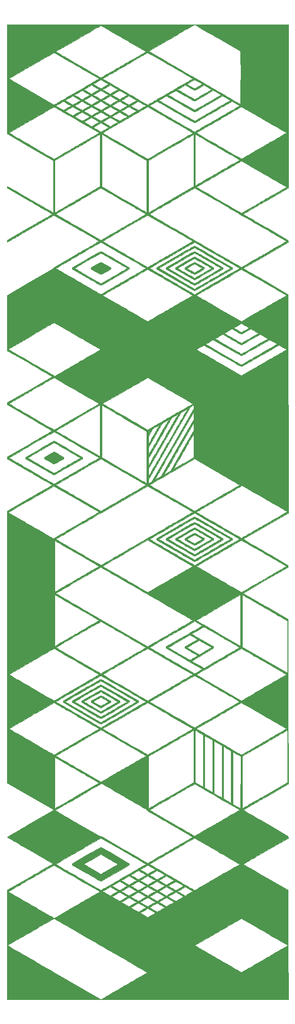
<source format=gbr>
%TF.GenerationSoftware,KiCad,Pcbnew,(5.1.8-0-10_14)*%
%TF.CreationDate,2021-10-30T13:37:44+01:00*%
%TF.ProjectId,4u-2col-spiral-tiled,34752d32-636f-46c2-9d73-706972616c2d,rev?*%
%TF.SameCoordinates,Original*%
%TF.FileFunction,Legend,Bot*%
%TF.FilePolarity,Positive*%
%FSLAX46Y46*%
G04 Gerber Fmt 4.6, Leading zero omitted, Abs format (unit mm)*
G04 Created by KiCad (PCBNEW (5.1.8-0-10_14)) date 2021-10-30 13:37:44*
%MOMM*%
%LPD*%
G01*
G04 APERTURE LIST*
%ADD10C,0.010000*%
G04 APERTURE END LIST*
D10*
%TO.C,Ref\u002A\u002A*%
G36*
X160501777Y-46823416D02*
G01*
X156448752Y-49162333D01*
X156065990Y-49383300D01*
X155693071Y-49598747D01*
X155331645Y-49807716D01*
X154983360Y-50009247D01*
X154649866Y-50202380D01*
X154332811Y-50386158D01*
X154033846Y-50559619D01*
X153754619Y-50721805D01*
X153496779Y-50871757D01*
X153261975Y-51008515D01*
X153051857Y-51131120D01*
X152868074Y-51238613D01*
X152712275Y-51330035D01*
X152586109Y-51404426D01*
X152491225Y-51460826D01*
X152429272Y-51498277D01*
X152401901Y-51515820D01*
X152400655Y-51517026D01*
X152419187Y-51528947D01*
X152472737Y-51561053D01*
X152559649Y-51612383D01*
X152678266Y-51681974D01*
X152826934Y-51768865D01*
X153003994Y-51872096D01*
X153207793Y-51990705D01*
X153436672Y-52123730D01*
X153688978Y-52270210D01*
X153963053Y-52429184D01*
X154257241Y-52599690D01*
X154569886Y-52780768D01*
X154899333Y-52971456D01*
X155243926Y-53170792D01*
X155602007Y-53377816D01*
X155971922Y-53591565D01*
X156352014Y-53811079D01*
X156448417Y-53866736D01*
X160491250Y-56200670D01*
X160497336Y-56371255D01*
X160503421Y-56541840D01*
X156438786Y-58888197D01*
X152374151Y-61234553D01*
X152569784Y-61346967D01*
X152607059Y-61368437D01*
X152679188Y-61410033D01*
X152784364Y-61470713D01*
X152920781Y-61549433D01*
X153086632Y-61645151D01*
X153280111Y-61756824D01*
X153499412Y-61883409D01*
X153742727Y-62023864D01*
X154008250Y-62177144D01*
X154294175Y-62342209D01*
X154598696Y-62518014D01*
X154920005Y-62703517D01*
X155256296Y-62897674D01*
X155605764Y-63099444D01*
X155966600Y-63307784D01*
X156336999Y-63521649D01*
X156628333Y-63689867D01*
X160491250Y-65920353D01*
X160501856Y-105139785D01*
X152375206Y-109831151D01*
X153872061Y-110695117D01*
X154082502Y-110816584D01*
X154325550Y-110956880D01*
X154597154Y-111113664D01*
X154893260Y-111284597D01*
X155209815Y-111467339D01*
X155542767Y-111659550D01*
X155888062Y-111858891D01*
X156241648Y-112063022D01*
X156599472Y-112269602D01*
X156957481Y-112476293D01*
X157311622Y-112680754D01*
X157657842Y-112880646D01*
X157930083Y-113037830D01*
X160491250Y-114516577D01*
X160491250Y-114866226D01*
X156433776Y-117208721D01*
X152376303Y-119551215D01*
X152475610Y-119608686D01*
X152503277Y-119624673D01*
X152565878Y-119660831D01*
X152661689Y-119716162D01*
X152788981Y-119789670D01*
X152946029Y-119880358D01*
X153131107Y-119987229D01*
X153342487Y-120109286D01*
X153578444Y-120245533D01*
X153837251Y-120394972D01*
X154117182Y-120556607D01*
X154416510Y-120729440D01*
X154733509Y-120912476D01*
X155066452Y-121104717D01*
X155413614Y-121305166D01*
X155773267Y-121512826D01*
X156143685Y-121726701D01*
X156523142Y-121945794D01*
X156533083Y-121951533D01*
X160491250Y-124236910D01*
X160496557Y-138986893D01*
X160501863Y-153736876D01*
X156448955Y-156075480D01*
X156066192Y-156296426D01*
X155693271Y-156511858D01*
X155331843Y-156720816D01*
X154983557Y-156922340D01*
X154650063Y-157115470D01*
X154333008Y-157299248D01*
X154034044Y-157472713D01*
X153754819Y-157634907D01*
X153496981Y-157784870D01*
X153262182Y-157921643D01*
X153052070Y-158044265D01*
X152868294Y-158151778D01*
X152712503Y-158243222D01*
X152586347Y-158317638D01*
X152491476Y-158374066D01*
X152429538Y-158411547D01*
X152402182Y-158429122D01*
X152400941Y-158430335D01*
X152419470Y-158442303D01*
X152473017Y-158474454D01*
X152559925Y-158525828D01*
X152678539Y-158595464D01*
X152827203Y-158682399D01*
X153004260Y-158785671D01*
X153208055Y-158904320D01*
X153436931Y-159037384D01*
X153689232Y-159183902D01*
X153963303Y-159342910D01*
X154257487Y-159513449D01*
X154570129Y-159694556D01*
X154899572Y-159885271D01*
X155244160Y-160084630D01*
X155602237Y-160291673D01*
X155972147Y-160505439D01*
X156352235Y-160724965D01*
X156448542Y-160780570D01*
X160491250Y-163114552D01*
X160497342Y-163285008D01*
X160503434Y-163455465D01*
X156438165Y-165802270D01*
X155981809Y-166065742D01*
X155560750Y-166308902D01*
X155173603Y-166532568D01*
X154818981Y-166737559D01*
X154495499Y-166924694D01*
X154201773Y-167094790D01*
X153936415Y-167248666D01*
X153698040Y-167387141D01*
X153485263Y-167511033D01*
X153296698Y-167621160D01*
X153130960Y-167718340D01*
X152986662Y-167803394D01*
X152862420Y-167877137D01*
X152756847Y-167940390D01*
X152668559Y-167993970D01*
X152596169Y-168038696D01*
X152538291Y-168075387D01*
X152493541Y-168104860D01*
X152460533Y-168127934D01*
X152437880Y-168145428D01*
X152424197Y-168158160D01*
X152418100Y-168166948D01*
X152418201Y-168172611D01*
X152420989Y-168175034D01*
X152443660Y-168187954D01*
X152501303Y-168221076D01*
X152592232Y-168273427D01*
X152714763Y-168344034D01*
X152867209Y-168431925D01*
X153047886Y-168536128D01*
X153255108Y-168655669D01*
X153487189Y-168789577D01*
X153742445Y-168936877D01*
X154019189Y-169096599D01*
X154315738Y-169267769D01*
X154630404Y-169449415D01*
X154961503Y-169640563D01*
X155307349Y-169840243D01*
X155666258Y-170047480D01*
X156036543Y-170261302D01*
X156416519Y-170480737D01*
X156480167Y-170517495D01*
X160491250Y-172833999D01*
X160496564Y-182647332D01*
X160501878Y-192460666D01*
X109998122Y-192460666D01*
X110003392Y-182728816D01*
X110046410Y-182728816D01*
X110064863Y-182740306D01*
X110118835Y-182772287D01*
X110207179Y-182824096D01*
X110328745Y-182895067D01*
X110482387Y-182984536D01*
X110666956Y-183091839D01*
X110881303Y-183216310D01*
X111124281Y-183357286D01*
X111394741Y-183514101D01*
X111691535Y-183686092D01*
X112013515Y-183872593D01*
X112359534Y-184072939D01*
X112728441Y-184286467D01*
X113119091Y-184512512D01*
X113530333Y-184750409D01*
X113961021Y-184999493D01*
X114410005Y-185259101D01*
X114876139Y-185528566D01*
X115358273Y-185807226D01*
X115855260Y-186094414D01*
X116365950Y-186389467D01*
X116889197Y-186691721D01*
X117423852Y-187000509D01*
X117968767Y-187315169D01*
X118442409Y-187588628D01*
X126833734Y-192433040D01*
X127314105Y-192155811D01*
X127380789Y-192117331D01*
X127482105Y-192058874D01*
X127616014Y-191981614D01*
X127780480Y-191886727D01*
X127973464Y-191775390D01*
X128192928Y-191648777D01*
X128436835Y-191508064D01*
X128703147Y-191354427D01*
X128989826Y-191189042D01*
X129294835Y-191013083D01*
X129616135Y-190827727D01*
X129951688Y-190634149D01*
X130299458Y-190433525D01*
X130657406Y-190227031D01*
X131023495Y-190015841D01*
X131395686Y-189801133D01*
X131500358Y-189740750D01*
X131866238Y-189529618D01*
X132222244Y-189324057D01*
X132566650Y-189125069D01*
X132897728Y-188933657D01*
X133213749Y-188750825D01*
X133512986Y-188577574D01*
X133793711Y-188414909D01*
X134054195Y-188263832D01*
X134292712Y-188125346D01*
X134507532Y-188000453D01*
X134696930Y-187890158D01*
X134859175Y-187795463D01*
X134992541Y-187717370D01*
X135095299Y-187656883D01*
X135165722Y-187615005D01*
X135202082Y-187592739D01*
X135206954Y-187589250D01*
X135188891Y-187578091D01*
X135135562Y-187546581D01*
X135048365Y-187495530D01*
X134928700Y-187425746D01*
X134777967Y-187338037D01*
X134597564Y-187233212D01*
X134388891Y-187112080D01*
X134153348Y-186975449D01*
X133892334Y-186824128D01*
X133607247Y-186658925D01*
X133299489Y-186480650D01*
X132970457Y-186290110D01*
X132621552Y-186088115D01*
X132254172Y-185875472D01*
X131869717Y-185652991D01*
X131469587Y-185421480D01*
X131055181Y-185181748D01*
X130627897Y-184934603D01*
X130189137Y-184680854D01*
X129740298Y-184421310D01*
X129282780Y-184156779D01*
X128817984Y-183888070D01*
X128347307Y-183615991D01*
X127872149Y-183341351D01*
X127393911Y-183064959D01*
X126913990Y-182787623D01*
X126797885Y-182720535D01*
X143713670Y-182720535D01*
X143730063Y-182732568D01*
X143781209Y-182764505D01*
X143865132Y-182815205D01*
X143979852Y-182883529D01*
X144123393Y-182968334D01*
X144293776Y-183068481D01*
X144489023Y-183182827D01*
X144707158Y-183310233D01*
X144946202Y-183449557D01*
X145204176Y-183599658D01*
X145479105Y-183759395D01*
X145769009Y-183927629D01*
X146071910Y-184103217D01*
X146385832Y-184285019D01*
X146708796Y-184471894D01*
X147038824Y-184662700D01*
X147373939Y-184856298D01*
X147712163Y-185051546D01*
X148051518Y-185247304D01*
X148390026Y-185442430D01*
X148725709Y-185635784D01*
X149056590Y-185826224D01*
X149380691Y-186012610D01*
X149696034Y-186193801D01*
X150000641Y-186368656D01*
X150292534Y-186536033D01*
X150569736Y-186694794D01*
X150830269Y-186843795D01*
X151072155Y-186981897D01*
X151293415Y-187107958D01*
X151492074Y-187220839D01*
X151666151Y-187319396D01*
X151813671Y-187402491D01*
X151932654Y-187468982D01*
X152021124Y-187517727D01*
X152077102Y-187547587D01*
X152098610Y-187557420D01*
X152098667Y-187557407D01*
X152119714Y-187546055D01*
X152175773Y-187514471D01*
X152265199Y-187463602D01*
X152386347Y-187394393D01*
X152537574Y-187307792D01*
X152717234Y-187204743D01*
X152923684Y-187086192D01*
X153155278Y-186953085D01*
X153410374Y-186806369D01*
X153687325Y-186646989D01*
X153984488Y-186475891D01*
X154300219Y-186294021D01*
X154632873Y-186102325D01*
X154980805Y-185901749D01*
X155342371Y-185693238D01*
X155715928Y-185477739D01*
X156099830Y-185256198D01*
X156294958Y-185143565D01*
X156683041Y-184919480D01*
X157061342Y-184700929D01*
X157428232Y-184488859D01*
X157782084Y-184284215D01*
X158121267Y-184087943D01*
X158444154Y-183900988D01*
X158749115Y-183724296D01*
X159034521Y-183558811D01*
X159298744Y-183405480D01*
X159540155Y-183265248D01*
X159757124Y-183139061D01*
X159948023Y-183027863D01*
X160111223Y-182932601D01*
X160245095Y-182854220D01*
X160348011Y-182793664D01*
X160418341Y-182751881D01*
X160454456Y-182729815D01*
X160459176Y-182726458D01*
X160441116Y-182714589D01*
X160388331Y-182682776D01*
X160302806Y-182632163D01*
X160186524Y-182563895D01*
X160041468Y-182479114D01*
X159869622Y-182378965D01*
X159672970Y-182264592D01*
X159453495Y-182137138D01*
X159213180Y-181997747D01*
X158954009Y-181847563D01*
X158677965Y-181687731D01*
X158387032Y-181519392D01*
X158083194Y-181343693D01*
X157768433Y-181161775D01*
X157444734Y-180974784D01*
X157114079Y-180783863D01*
X156778453Y-180590156D01*
X156439838Y-180394806D01*
X156100218Y-180198957D01*
X155761577Y-180003754D01*
X155425899Y-179810340D01*
X155095165Y-179619859D01*
X154771361Y-179433454D01*
X154456470Y-179252270D01*
X154152474Y-179077450D01*
X153861359Y-178910139D01*
X153585106Y-178751479D01*
X153325699Y-178602615D01*
X153085123Y-178464691D01*
X152865360Y-178338851D01*
X152668394Y-178226237D01*
X152496208Y-178127995D01*
X152350786Y-178045267D01*
X152234112Y-177979199D01*
X152148168Y-177930932D01*
X152094939Y-177901613D01*
X152076446Y-177892355D01*
X152056410Y-177903319D01*
X152001724Y-177934321D01*
X151914377Y-177984214D01*
X151796359Y-178051848D01*
X151649659Y-178136076D01*
X151476265Y-178235748D01*
X151278167Y-178349717D01*
X151057354Y-178476834D01*
X150815815Y-178615950D01*
X150555539Y-178765918D01*
X150278515Y-178925588D01*
X149986733Y-179093813D01*
X149682182Y-179269443D01*
X149366850Y-179451332D01*
X149042727Y-179638329D01*
X148711802Y-179829288D01*
X148376064Y-180023058D01*
X148037502Y-180218493D01*
X147698106Y-180414443D01*
X147359864Y-180609760D01*
X147024766Y-180803296D01*
X146694800Y-180993902D01*
X146371957Y-181180431D01*
X146058224Y-181361732D01*
X145755591Y-181536659D01*
X145466048Y-181704063D01*
X145191582Y-181862795D01*
X144934185Y-182011706D01*
X144695844Y-182149650D01*
X144478548Y-182275476D01*
X144284288Y-182388037D01*
X144115051Y-182486184D01*
X143972828Y-182568770D01*
X143859607Y-182634644D01*
X143777377Y-182682660D01*
X143728128Y-182711668D01*
X143713670Y-182720535D01*
X126797885Y-182720535D01*
X126433787Y-182510153D01*
X125954701Y-182233355D01*
X125478131Y-181958040D01*
X125005477Y-181685015D01*
X124538137Y-181415090D01*
X124077513Y-181149073D01*
X123625001Y-180887772D01*
X123182003Y-180631996D01*
X122749918Y-180382554D01*
X122330144Y-180140255D01*
X121924082Y-179905907D01*
X121533130Y-179680318D01*
X121158688Y-179464297D01*
X120802155Y-179258653D01*
X120464932Y-179064195D01*
X120148416Y-178881731D01*
X119854007Y-178712069D01*
X119583106Y-178556019D01*
X119337111Y-178414389D01*
X119117421Y-178287987D01*
X118925436Y-178177622D01*
X118762556Y-178084103D01*
X118630179Y-178008238D01*
X118529705Y-177950837D01*
X118462534Y-177912707D01*
X118430064Y-177894657D01*
X118427200Y-177893244D01*
X118407102Y-177903019D01*
X118352417Y-177932852D01*
X118265126Y-177981599D01*
X118147211Y-178048117D01*
X118000653Y-178131262D01*
X117827435Y-178229891D01*
X117629539Y-178342861D01*
X117408945Y-178469027D01*
X117167636Y-178607247D01*
X116907594Y-178756378D01*
X116630799Y-178915275D01*
X116339235Y-179082795D01*
X116034882Y-179257795D01*
X115719722Y-179439132D01*
X115395738Y-179625662D01*
X115064910Y-179816241D01*
X114729221Y-180009727D01*
X114390653Y-180204975D01*
X114051186Y-180400842D01*
X113712804Y-180596186D01*
X113377487Y-180789861D01*
X113047217Y-180980726D01*
X112723976Y-181167637D01*
X112409746Y-181349449D01*
X112106509Y-181525020D01*
X111816245Y-181693207D01*
X111540938Y-181852865D01*
X111282569Y-182002852D01*
X111043119Y-182142024D01*
X110824570Y-182269237D01*
X110628904Y-182383348D01*
X110458103Y-182483215D01*
X110314149Y-182567692D01*
X110199023Y-182635637D01*
X110114706Y-182685907D01*
X110063181Y-182717358D01*
X110046410Y-182728816D01*
X110003392Y-182728816D01*
X110008604Y-173103501D01*
X110203405Y-173103501D01*
X110204990Y-173108707D01*
X110207969Y-173111317D01*
X110235126Y-173127771D01*
X110296463Y-173163883D01*
X110389977Y-173218497D01*
X110513665Y-173290460D01*
X110665526Y-173378617D01*
X110843556Y-173481813D01*
X111045752Y-173598895D01*
X111270112Y-173728707D01*
X111514633Y-173870096D01*
X111777313Y-174021907D01*
X112056148Y-174182985D01*
X112349137Y-174352176D01*
X112654275Y-174528325D01*
X112969561Y-174710279D01*
X113292992Y-174896882D01*
X113622565Y-175086981D01*
X113956278Y-175279421D01*
X114292127Y-175473047D01*
X114628111Y-175666705D01*
X114962225Y-175859241D01*
X115292469Y-176049499D01*
X115616838Y-176236327D01*
X115933330Y-176418569D01*
X116239943Y-176595071D01*
X116534674Y-176764678D01*
X116815520Y-176926236D01*
X117080478Y-177078591D01*
X117327546Y-177220588D01*
X117554720Y-177351072D01*
X117760000Y-177468890D01*
X117941380Y-177572887D01*
X118096860Y-177661908D01*
X118224435Y-177734800D01*
X118322104Y-177790407D01*
X118387864Y-177827575D01*
X118419712Y-177845149D01*
X118422500Y-177846455D01*
X118441562Y-177835554D01*
X118495648Y-177804443D01*
X118583115Y-177754067D01*
X118702321Y-177685375D01*
X118851624Y-177599315D01*
X119029379Y-177496832D01*
X119233946Y-177378875D01*
X119463681Y-177246391D01*
X119716942Y-177100327D01*
X119992087Y-176941631D01*
X120071263Y-176895961D01*
X133855998Y-176895961D01*
X134537124Y-177290162D01*
X134692340Y-177379571D01*
X134836717Y-177461926D01*
X134966010Y-177534867D01*
X135075974Y-177596035D01*
X135162366Y-177643069D01*
X135220940Y-177673610D01*
X135247453Y-177685298D01*
X135247921Y-177685348D01*
X135272412Y-177675298D01*
X135329234Y-177646247D01*
X135414154Y-177600532D01*
X135522940Y-177540491D01*
X135651360Y-177468461D01*
X135795182Y-177386780D01*
X135950174Y-177297786D01*
X135962724Y-177290539D01*
X136143032Y-177186022D01*
X136289300Y-177100333D01*
X136404422Y-177031610D01*
X136491291Y-176977993D01*
X136552799Y-176937619D01*
X136591842Y-176908627D01*
X136611311Y-176889156D01*
X136614100Y-176877344D01*
X136610386Y-176873861D01*
X136583824Y-176858704D01*
X136525031Y-176824932D01*
X136438437Y-176775099D01*
X136328473Y-176711755D01*
X136199571Y-176637454D01*
X136056160Y-176554748D01*
X135919510Y-176475905D01*
X135768157Y-176388796D01*
X135628368Y-176308794D01*
X135504373Y-176238284D01*
X135400401Y-176179653D01*
X135320683Y-176135287D01*
X135269449Y-176107572D01*
X135251095Y-176098833D01*
X135229993Y-176109071D01*
X135176386Y-176138237D01*
X135094384Y-176184007D01*
X134988094Y-176244061D01*
X134861625Y-176316074D01*
X134719085Y-176397725D01*
X134564584Y-176486690D01*
X134546042Y-176497397D01*
X133855998Y-176895961D01*
X120071263Y-176895961D01*
X120287471Y-176771249D01*
X120601455Y-176590130D01*
X120932393Y-176399221D01*
X121278645Y-176199469D01*
X121638566Y-175991821D01*
X121741362Y-175932513D01*
X132197143Y-175932513D01*
X132218415Y-175946138D01*
X132272215Y-175978430D01*
X132354378Y-176026949D01*
X132460737Y-176089253D01*
X132587124Y-176162903D01*
X132729374Y-176245457D01*
X132883319Y-176334476D01*
X132889917Y-176338284D01*
X133567250Y-176729213D01*
X133651917Y-176680211D01*
X133690884Y-176657697D01*
X133761345Y-176617028D01*
X133858122Y-176561190D01*
X133976033Y-176493173D01*
X134109899Y-176415964D01*
X134254540Y-176332552D01*
X134329250Y-176289472D01*
X134473429Y-176206154D01*
X134605889Y-176129255D01*
X134722155Y-176061403D01*
X134817748Y-176005224D01*
X134888195Y-175963343D01*
X134929017Y-175938387D01*
X134937105Y-175932870D01*
X135577537Y-175932870D01*
X135581786Y-175942896D01*
X135587821Y-175947796D01*
X135615657Y-175964869D01*
X135675675Y-176000474D01*
X135763389Y-176051990D01*
X135874311Y-176116794D01*
X136003955Y-176192263D01*
X136147833Y-176275777D01*
X136281634Y-176353249D01*
X136932750Y-176729822D01*
X137017417Y-176681120D01*
X137056378Y-176658677D01*
X137126828Y-176618063D01*
X137223588Y-176562265D01*
X137341481Y-176494270D01*
X137475327Y-176417063D01*
X137619949Y-176333631D01*
X137694750Y-176290476D01*
X137838940Y-176207085D01*
X137971427Y-176130082D01*
X138087731Y-176062099D01*
X138183374Y-176005770D01*
X138253878Y-175963726D01*
X138294763Y-175938601D01*
X138303152Y-175932806D01*
X138289043Y-175919102D01*
X138242037Y-175886860D01*
X138166034Y-175838474D01*
X138064935Y-175776336D01*
X137942640Y-175702838D01*
X137803049Y-175620375D01*
X137650062Y-175531338D01*
X137628659Y-175518981D01*
X137439081Y-175410167D01*
X137283015Y-175321833D01*
X137157746Y-175252559D01*
X137060557Y-175200924D01*
X136988731Y-175165510D01*
X136939554Y-175144895D01*
X136910309Y-175137660D01*
X136901672Y-175138901D01*
X136875330Y-175153369D01*
X136816741Y-175186517D01*
X136730300Y-175235825D01*
X136620404Y-175298776D01*
X136491450Y-175372852D01*
X136347834Y-175455535D01*
X136205019Y-175537916D01*
X136031962Y-175638015D01*
X135892435Y-175719306D01*
X135783191Y-175783946D01*
X135700981Y-175834092D01*
X135642559Y-175871900D01*
X135604676Y-175899528D01*
X135584085Y-175919132D01*
X135577537Y-175932870D01*
X134937105Y-175932870D01*
X134937369Y-175932690D01*
X134923199Y-175919135D01*
X134876143Y-175887022D01*
X134800102Y-175838740D01*
X134698977Y-175776681D01*
X134576669Y-175703233D01*
X134437079Y-175620786D01*
X134284109Y-175531731D01*
X134262679Y-175519353D01*
X134073215Y-175410535D01*
X133917248Y-175322197D01*
X133792051Y-175252912D01*
X133694895Y-175201254D01*
X133623053Y-175165794D01*
X133573798Y-175145107D01*
X133544402Y-175137767D01*
X133535524Y-175138988D01*
X133484036Y-175165810D01*
X133406371Y-175208724D01*
X133307377Y-175264855D01*
X133191901Y-175331330D01*
X133064792Y-175405274D01*
X132930899Y-175483813D01*
X132795069Y-175564072D01*
X132662150Y-175643176D01*
X132536990Y-175718251D01*
X132424438Y-175786424D01*
X132329342Y-175844818D01*
X132256550Y-175890561D01*
X132210909Y-175920777D01*
X132197143Y-175932513D01*
X121741362Y-175932513D01*
X122010516Y-175777225D01*
X122392851Y-175556627D01*
X122554750Y-175463213D01*
X122940735Y-175240472D01*
X123316895Y-175023344D01*
X123438584Y-174953083D01*
X130509127Y-174953083D01*
X130526812Y-174966230D01*
X130576373Y-174997471D01*
X130652899Y-175043953D01*
X130751477Y-175102825D01*
X130867197Y-175171234D01*
X130995145Y-175246330D01*
X131130410Y-175325258D01*
X131268081Y-175405169D01*
X131403245Y-175483209D01*
X131530990Y-175556527D01*
X131646405Y-175622271D01*
X131744577Y-175677588D01*
X131820594Y-175719627D01*
X131869546Y-175745536D01*
X131886337Y-175752728D01*
X131906885Y-175741809D01*
X131959975Y-175712089D01*
X132041478Y-175665920D01*
X132147266Y-175605655D01*
X132273211Y-175533646D01*
X132415184Y-175452243D01*
X132569058Y-175363801D01*
X132579139Y-175358000D01*
X132733203Y-175268989D01*
X132875072Y-175186368D01*
X133000699Y-175112542D01*
X133106036Y-175049920D01*
X133187035Y-175000909D01*
X133239650Y-174967915D01*
X133259503Y-174953585D01*
X133874812Y-174953585D01*
X133892548Y-174966693D01*
X133942166Y-174997884D01*
X134018752Y-175044308D01*
X134117393Y-175103115D01*
X134233173Y-175171455D01*
X134361181Y-175246479D01*
X134496500Y-175325337D01*
X134634219Y-175405180D01*
X134769422Y-175483157D01*
X134897195Y-175556419D01*
X135012626Y-175622116D01*
X135110800Y-175677398D01*
X135186803Y-175719416D01*
X135235721Y-175745319D01*
X135252453Y-175752524D01*
X135273141Y-175741643D01*
X135326354Y-175711945D01*
X135407960Y-175665783D01*
X135513826Y-175605510D01*
X135639818Y-175533481D01*
X135781804Y-175452047D01*
X135935650Y-175363564D01*
X135945311Y-175358000D01*
X136099296Y-175268951D01*
X136241084Y-175186280D01*
X136366627Y-175112396D01*
X136471877Y-175049712D01*
X136552788Y-175000641D01*
X136605310Y-174967592D01*
X136624157Y-174953881D01*
X137240406Y-174953881D01*
X137258298Y-174966870D01*
X137308945Y-174998429D01*
X137388318Y-175046177D01*
X137492386Y-175107733D01*
X137617120Y-175180714D01*
X137758491Y-175262738D01*
X137912469Y-175351424D01*
X137929895Y-175361422D01*
X138618645Y-175756428D01*
X139151531Y-175449016D01*
X139296801Y-175365240D01*
X139438158Y-175283773D01*
X139569132Y-175208341D01*
X139683251Y-175142668D01*
X139774043Y-175090480D01*
X139835038Y-175055503D01*
X139837650Y-175054010D01*
X139907806Y-175012380D01*
X139961131Y-174977831D01*
X139988979Y-174956076D01*
X139991108Y-174952606D01*
X139973617Y-174940381D01*
X139924322Y-174909867D01*
X139848097Y-174863913D01*
X139749818Y-174805371D01*
X139634356Y-174737091D01*
X139506587Y-174661923D01*
X139371385Y-174582718D01*
X139233622Y-174502326D01*
X139098174Y-174423597D01*
X138969914Y-174349383D01*
X138853716Y-174282532D01*
X138754455Y-174225897D01*
X138677003Y-174182326D01*
X138631116Y-174157246D01*
X138610054Y-174165542D01*
X138557462Y-174192441D01*
X138478255Y-174235126D01*
X138377346Y-174290783D01*
X138259650Y-174356596D01*
X138130081Y-174429752D01*
X137993553Y-174507435D01*
X137854980Y-174586830D01*
X137719276Y-174665123D01*
X137591355Y-174739497D01*
X137476131Y-174807139D01*
X137378519Y-174865234D01*
X137303432Y-174910966D01*
X137255784Y-174941520D01*
X137240406Y-174953881D01*
X136624157Y-174953881D01*
X136625396Y-174952980D01*
X136625483Y-174952721D01*
X136607995Y-174940427D01*
X136558619Y-174909823D01*
X136482160Y-174863718D01*
X136383417Y-174804920D01*
X136267195Y-174736237D01*
X136138296Y-174660476D01*
X136001522Y-174580448D01*
X135861676Y-174498960D01*
X135723560Y-174418820D01*
X135591977Y-174342836D01*
X135471728Y-174273818D01*
X135367617Y-174214573D01*
X135284447Y-174167909D01*
X135265321Y-174157346D01*
X135244213Y-174165557D01*
X135191570Y-174192381D01*
X135112311Y-174235003D01*
X135011352Y-174290608D01*
X134893610Y-174356379D01*
X134764003Y-174429501D01*
X134627447Y-174507158D01*
X134488860Y-174586536D01*
X134353158Y-174664817D01*
X134225260Y-174739186D01*
X134110081Y-174806828D01*
X134012540Y-174864928D01*
X133937553Y-174910668D01*
X133890037Y-174941234D01*
X133874812Y-174953585D01*
X133259503Y-174953585D01*
X133259833Y-174953347D01*
X133259926Y-174953083D01*
X133242313Y-174939884D01*
X133191965Y-174908073D01*
X133112898Y-174860042D01*
X133009132Y-174798186D01*
X132884684Y-174724896D01*
X132743573Y-174642568D01*
X132589816Y-174553593D01*
X132572417Y-174543569D01*
X131884500Y-174147387D01*
X131196583Y-174543569D01*
X131041690Y-174633124D01*
X130899006Y-174716295D01*
X130772548Y-174790688D01*
X130666334Y-174853910D01*
X130584382Y-174903569D01*
X130530710Y-174937270D01*
X130509334Y-174952620D01*
X130509127Y-174953083D01*
X123438584Y-174953083D01*
X123681595Y-174812774D01*
X124033202Y-174609708D01*
X124370078Y-174415092D01*
X124690591Y-174229873D01*
X124993104Y-174054995D01*
X125106874Y-173989202D01*
X128835301Y-173989202D01*
X128858896Y-174005352D01*
X128913591Y-174038945D01*
X128994453Y-174087154D01*
X129096549Y-174147149D01*
X129214945Y-174216105D01*
X129344707Y-174291194D01*
X129480904Y-174369587D01*
X129618601Y-174448457D01*
X129752865Y-174524976D01*
X129878763Y-174596318D01*
X129991362Y-174659654D01*
X130085729Y-174712156D01*
X130156930Y-174750998D01*
X130200032Y-174773351D01*
X130210886Y-174777654D01*
X130231405Y-174765952D01*
X130284429Y-174735592D01*
X130365745Y-174688991D01*
X130471140Y-174628562D01*
X130596403Y-174556722D01*
X130737322Y-174475885D01*
X130879083Y-174394549D01*
X131031576Y-174306804D01*
X131172908Y-174225018D01*
X131298748Y-174151730D01*
X131404765Y-174089483D01*
X131486629Y-174040818D01*
X131540008Y-174008278D01*
X131560192Y-173994809D01*
X131558566Y-173988536D01*
X132200230Y-173988536D01*
X132223450Y-174004338D01*
X132277825Y-174037626D01*
X132358425Y-174085577D01*
X132460320Y-174145365D01*
X132578577Y-174214165D01*
X132708267Y-174289151D01*
X132844458Y-174367498D01*
X132982219Y-174446382D01*
X133116620Y-174522976D01*
X133242730Y-174594457D01*
X133355617Y-174657997D01*
X133450351Y-174710774D01*
X133522001Y-174749960D01*
X133565636Y-174772731D01*
X133576981Y-174777358D01*
X133597362Y-174765764D01*
X133650257Y-174735519D01*
X133731459Y-174689033D01*
X133836757Y-174628716D01*
X133961946Y-174556978D01*
X134102815Y-174476231D01*
X134244583Y-174394949D01*
X134397112Y-174307241D01*
X134538497Y-174225472D01*
X134664402Y-174152184D01*
X134770492Y-174089922D01*
X134852431Y-174041229D01*
X134905882Y-174008647D01*
X134926120Y-173995138D01*
X134924613Y-173987825D01*
X135565321Y-173987825D01*
X135586644Y-174001771D01*
X135640499Y-174034350D01*
X135722708Y-174083107D01*
X135829094Y-174145590D01*
X135955481Y-174219347D01*
X136097690Y-174301923D01*
X136251546Y-174390866D01*
X136256190Y-174393545D01*
X136434634Y-174496170D01*
X136580182Y-174579069D01*
X136696385Y-174644051D01*
X136786792Y-174692931D01*
X136854952Y-174727518D01*
X136904415Y-174749625D01*
X136938729Y-174761063D01*
X136961445Y-174763644D01*
X136974431Y-174760150D01*
X137002552Y-174744419D01*
X137062758Y-174710204D01*
X137150443Y-174660140D01*
X137261004Y-174596860D01*
X137389835Y-174523001D01*
X137532332Y-174441196D01*
X137641833Y-174378266D01*
X137790544Y-174292503D01*
X137928079Y-174212687D01*
X138049984Y-174141440D01*
X138151804Y-174081387D01*
X138229086Y-174035150D01*
X138277375Y-174005354D01*
X138291839Y-173995419D01*
X138289838Y-173983732D01*
X138284218Y-173978387D01*
X138908654Y-173978387D01*
X139053119Y-174063518D01*
X139109021Y-174096229D01*
X139195412Y-174146485D01*
X139306097Y-174210697D01*
X139434884Y-174285276D01*
X139575579Y-174366632D01*
X139721989Y-174451179D01*
X139747917Y-174466138D01*
X140298250Y-174783628D01*
X140436992Y-174705689D01*
X140491250Y-174674992D01*
X140576122Y-174626701D01*
X140685511Y-174564297D01*
X140813318Y-174491264D01*
X140953446Y-174411084D01*
X141099795Y-174327240D01*
X141129429Y-174310250D01*
X141267946Y-174230495D01*
X141393830Y-174157387D01*
X141502587Y-174093586D01*
X141589721Y-174041752D01*
X141650737Y-174004547D01*
X141681140Y-173984631D01*
X141683731Y-173982166D01*
X141666175Y-173969583D01*
X141615900Y-173938323D01*
X141536912Y-173890760D01*
X141433219Y-173829269D01*
X141308828Y-173756224D01*
X141167747Y-173674001D01*
X141013983Y-173584975D01*
X140994780Y-173573896D01*
X140305222Y-173176209D01*
X140174736Y-173249330D01*
X140123222Y-173278516D01*
X140040926Y-173325535D01*
X139933712Y-173387020D01*
X139807441Y-173459602D01*
X139667975Y-173539915D01*
X139521177Y-173624592D01*
X139476452Y-173650419D01*
X138908654Y-173978387D01*
X138284218Y-173978387D01*
X138266888Y-173961905D01*
X138220540Y-173928382D01*
X138148345Y-173881609D01*
X138047856Y-173820031D01*
X137916624Y-173742096D01*
X137752201Y-173646248D01*
X137637474Y-173580000D01*
X137482610Y-173491159D01*
X137338902Y-173409382D01*
X137210557Y-173337012D01*
X137101778Y-173276391D01*
X137016772Y-173229861D01*
X136959744Y-173199766D01*
X136934898Y-173188447D01*
X136934552Y-173188416D01*
X136908972Y-173198579D01*
X136852991Y-173227179D01*
X136771461Y-173271384D01*
X136669233Y-173328363D01*
X136551158Y-173395281D01*
X136422087Y-173469308D01*
X136286872Y-173547610D01*
X136150363Y-173627356D01*
X136017413Y-173705713D01*
X135892871Y-173779848D01*
X135781591Y-173846930D01*
X135688421Y-173904127D01*
X135618215Y-173948605D01*
X135575823Y-173977532D01*
X135565321Y-173987825D01*
X134924613Y-173987825D01*
X134923673Y-173983267D01*
X134899515Y-173960804D01*
X134851279Y-173926248D01*
X134776596Y-173878099D01*
X134673099Y-173814856D01*
X134538422Y-173735017D01*
X134370196Y-173637082D01*
X134271268Y-173580000D01*
X134116366Y-173491172D01*
X133972624Y-173409406D01*
X133844247Y-173337043D01*
X133735438Y-173276424D01*
X133650402Y-173229891D01*
X133593344Y-173199786D01*
X133568468Y-173188449D01*
X133568115Y-173188416D01*
X133542281Y-173198590D01*
X133486109Y-173227223D01*
X133404448Y-173271477D01*
X133302145Y-173328517D01*
X133184050Y-173395508D01*
X133055010Y-173469613D01*
X132919873Y-173547998D01*
X132783487Y-173627824D01*
X132650701Y-173706258D01*
X132526363Y-173780464D01*
X132415320Y-173847604D01*
X132322422Y-173904844D01*
X132252516Y-173949348D01*
X132210450Y-173978279D01*
X132200230Y-173988536D01*
X131558566Y-173988536D01*
X131557031Y-173982618D01*
X131530984Y-173959137D01*
X131479815Y-173922951D01*
X131401288Y-173872644D01*
X131293165Y-173806799D01*
X131153211Y-173724001D01*
X130979188Y-173622835D01*
X130904909Y-173580000D01*
X130749988Y-173491168D01*
X130606207Y-173409398D01*
X130477773Y-173337032D01*
X130368896Y-173276413D01*
X130283782Y-173229881D01*
X130226639Y-173199779D01*
X130201675Y-173188448D01*
X130201319Y-173188416D01*
X130175213Y-173198605D01*
X130118836Y-173227278D01*
X130037035Y-173271594D01*
X129934654Y-173328713D01*
X129816541Y-173395793D01*
X129687542Y-173469994D01*
X129552501Y-173548474D01*
X129416267Y-173628393D01*
X129283684Y-173706911D01*
X129159598Y-173781186D01*
X129048856Y-173848377D01*
X128956304Y-173905643D01*
X128886788Y-173950144D01*
X128845154Y-173979039D01*
X128835301Y-173989202D01*
X125106874Y-173989202D01*
X125275984Y-173891406D01*
X125537594Y-173740051D01*
X125776301Y-173601876D01*
X125990469Y-173477827D01*
X126178463Y-173368850D01*
X126338649Y-173275891D01*
X126469392Y-173199895D01*
X126569056Y-173141810D01*
X126636007Y-173102580D01*
X126668610Y-173083153D01*
X126671667Y-173081125D01*
X126652316Y-173069640D01*
X126598311Y-173038186D01*
X126546391Y-173008067D01*
X127143167Y-173008067D01*
X127160760Y-173021242D01*
X127210265Y-173052458D01*
X127286770Y-173098872D01*
X127385363Y-173157638D01*
X127501132Y-173225916D01*
X127629165Y-173300862D01*
X127764549Y-173379632D01*
X127902374Y-173459383D01*
X128037726Y-173537273D01*
X128165694Y-173610458D01*
X128281366Y-173676094D01*
X128379830Y-173731340D01*
X128456173Y-173773352D01*
X128505485Y-173799286D01*
X128522671Y-173806538D01*
X128543638Y-173795336D01*
X128597111Y-173765312D01*
X128678943Y-173718834D01*
X128784992Y-173658269D01*
X128911113Y-173585984D01*
X129053160Y-173504347D01*
X129206991Y-173415724D01*
X129215760Y-173410666D01*
X129369561Y-173321671D01*
X129511162Y-173239202D01*
X129636521Y-173165657D01*
X129741591Y-173103431D01*
X129822330Y-173054919D01*
X129874694Y-173022518D01*
X129894637Y-173008625D01*
X129894714Y-173008421D01*
X129893747Y-173007730D01*
X130508667Y-173007730D01*
X130526260Y-173020878D01*
X130575765Y-173052069D01*
X130652271Y-173098460D01*
X130750868Y-173157209D01*
X130866643Y-173225473D01*
X130994687Y-173300410D01*
X131130088Y-173379178D01*
X131267934Y-173458935D01*
X131403316Y-173536839D01*
X131531322Y-173610046D01*
X131647041Y-173675716D01*
X131745561Y-173731004D01*
X131821973Y-173773071D01*
X131871365Y-173799072D01*
X131888638Y-173806394D01*
X131909715Y-173795224D01*
X131963292Y-173765232D01*
X132045218Y-173718785D01*
X132151346Y-173658249D01*
X132277526Y-173585992D01*
X132419609Y-173504381D01*
X132573445Y-173415782D01*
X132581847Y-173410936D01*
X132735611Y-173321960D01*
X132877168Y-173239481D01*
X133002472Y-173165899D01*
X133107479Y-173103615D01*
X133188143Y-173055029D01*
X133240419Y-173022542D01*
X133260262Y-173008552D01*
X133260333Y-173008348D01*
X133259999Y-173008107D01*
X133874395Y-173008107D01*
X133891930Y-173020021D01*
X133941205Y-173050296D01*
X134017329Y-173096070D01*
X134115417Y-173154478D01*
X134230578Y-173222655D01*
X134357926Y-173297737D01*
X134492571Y-173376859D01*
X134629627Y-173457158D01*
X134764204Y-173535768D01*
X134891415Y-173609824D01*
X135006371Y-173676464D01*
X135104185Y-173732822D01*
X135179967Y-173776033D01*
X135228831Y-173803234D01*
X135245617Y-173811642D01*
X135264701Y-173801702D01*
X135316372Y-173772871D01*
X135396577Y-173727461D01*
X135501262Y-173667783D01*
X135626372Y-173596148D01*
X135767856Y-173514869D01*
X135921657Y-173426256D01*
X135938825Y-173416350D01*
X136093577Y-173326739D01*
X136236148Y-173243601D01*
X136362520Y-173169324D01*
X136468672Y-173106295D01*
X136550587Y-173056904D01*
X136604244Y-173023536D01*
X136625624Y-173008582D01*
X136625665Y-173008500D01*
X137240190Y-173008500D01*
X137257733Y-173020419D01*
X137307029Y-173050677D01*
X137383189Y-173096415D01*
X137481322Y-173154770D01*
X137596541Y-173222883D01*
X137723955Y-173297893D01*
X137858675Y-173376939D01*
X137995813Y-173457160D01*
X138130477Y-173535696D01*
X138257780Y-173609685D01*
X138372831Y-173676268D01*
X138470742Y-173732584D01*
X138546622Y-173775771D01*
X138595584Y-173802969D01*
X138612459Y-173811396D01*
X138631845Y-173801498D01*
X138683788Y-173772681D01*
X138764223Y-173727259D01*
X138869085Y-173667549D01*
X138994307Y-173595866D01*
X139135827Y-173514525D01*
X139289577Y-173425842D01*
X139305668Y-173416544D01*
X139460251Y-173326862D01*
X139602651Y-173243595D01*
X139728848Y-173169145D01*
X139834818Y-173105914D01*
X139916540Y-173056302D01*
X139969991Y-173022713D01*
X139989817Y-173008500D01*
X140605903Y-173008500D01*
X140623425Y-173020420D01*
X140672710Y-173050665D01*
X140748869Y-173096377D01*
X140847011Y-173154698D01*
X140962247Y-173222769D01*
X141089688Y-173297732D01*
X141224444Y-173376729D01*
X141361626Y-173456902D01*
X141496344Y-173535393D01*
X141623709Y-173609343D01*
X141738831Y-173675894D01*
X141836820Y-173732189D01*
X141912788Y-173775368D01*
X141961844Y-173802575D01*
X141978769Y-173811015D01*
X141998341Y-173801203D01*
X142050459Y-173772464D01*
X142131048Y-173727114D01*
X142236035Y-173667468D01*
X142361348Y-173595841D01*
X142502912Y-173514548D01*
X142656654Y-173425903D01*
X142671977Y-173417049D01*
X142826472Y-173327414D01*
X142968782Y-173244173D01*
X143094880Y-173169732D01*
X143200743Y-173106496D01*
X143282345Y-173056872D01*
X143335660Y-173023266D01*
X143356665Y-173008084D01*
X143356833Y-173007684D01*
X143339135Y-172994411D01*
X143288722Y-172962505D01*
X143209619Y-172914367D01*
X143105850Y-172852398D01*
X142981437Y-172778999D01*
X142840404Y-172696571D01*
X142686776Y-172607515D01*
X142670640Y-172598202D01*
X141984448Y-172202302D01*
X141295142Y-172600109D01*
X141140138Y-172689837D01*
X140997308Y-172773043D01*
X140870663Y-172847350D01*
X140764215Y-172910381D01*
X140681975Y-172959761D01*
X140627953Y-172993112D01*
X140606162Y-173008057D01*
X140605903Y-173008500D01*
X139989817Y-173008500D01*
X139991148Y-173007546D01*
X139991333Y-173007134D01*
X139973631Y-172993974D01*
X139923207Y-172962189D01*
X139844083Y-172914172D01*
X139740283Y-172852319D01*
X139615829Y-172779025D01*
X139474744Y-172696687D01*
X139321050Y-172607698D01*
X139304433Y-172598117D01*
X138617534Y-172202222D01*
X137928754Y-172600069D01*
X137773833Y-172689828D01*
X137631092Y-172773060D01*
X137504540Y-172847387D01*
X137398189Y-172910430D01*
X137316048Y-172959810D01*
X137262127Y-172993148D01*
X137240437Y-173008066D01*
X137240190Y-173008500D01*
X136625665Y-173008500D01*
X136625833Y-173008172D01*
X136608147Y-172995315D01*
X136557767Y-172963767D01*
X136478710Y-172915917D01*
X136374991Y-172854156D01*
X136250628Y-172780874D01*
X136109638Y-172698462D01*
X135956037Y-172609308D01*
X135938754Y-172599314D01*
X135251674Y-172202151D01*
X134562920Y-172599642D01*
X134407983Y-172689344D01*
X134265230Y-172772542D01*
X134138672Y-172846855D01*
X134032322Y-172909905D01*
X133950192Y-172959310D01*
X133896293Y-172992692D01*
X133874637Y-173007669D01*
X133874395Y-173008107D01*
X133259999Y-173008107D01*
X133242644Y-172995594D01*
X133192253Y-172964155D01*
X133113175Y-172916415D01*
X133009427Y-172854758D01*
X132885024Y-172781571D01*
X132743980Y-172699236D01*
X132590312Y-172610140D01*
X132572495Y-172599847D01*
X131884657Y-172202622D01*
X131196662Y-172599430D01*
X131041786Y-172689052D01*
X130899089Y-172772196D01*
X130772589Y-172846477D01*
X130666302Y-172909513D01*
X130584246Y-172958918D01*
X130530438Y-172992309D01*
X130508894Y-173007302D01*
X130508667Y-173007730D01*
X129893747Y-173007730D01*
X129877054Y-172995806D01*
X129826693Y-172964495D01*
X129747645Y-172916868D01*
X129643923Y-172855305D01*
X129519541Y-172782188D01*
X129378510Y-172699895D01*
X129224845Y-172610809D01*
X129206730Y-172600343D01*
X128518628Y-172202927D01*
X127830897Y-172599583D01*
X127676049Y-172689198D01*
X127533381Y-172772350D01*
X127406912Y-172846653D01*
X127300660Y-172909720D01*
X127218643Y-172959164D01*
X127164880Y-172992599D01*
X127143388Y-173007638D01*
X127143167Y-173008067D01*
X126546391Y-173008067D01*
X126511655Y-172987917D01*
X126394349Y-172919988D01*
X126248395Y-172835554D01*
X126075794Y-172735768D01*
X125878547Y-172621785D01*
X125658656Y-172494759D01*
X125418123Y-172355846D01*
X125158950Y-172206200D01*
X124883138Y-172046974D01*
X124592688Y-171879324D01*
X124289602Y-171704404D01*
X123975881Y-171523368D01*
X123653528Y-171337371D01*
X123324544Y-171147568D01*
X122990930Y-170955113D01*
X122654688Y-170761159D01*
X122317820Y-170566863D01*
X121982326Y-170373378D01*
X121650210Y-170181858D01*
X121323471Y-169993459D01*
X121004112Y-169809335D01*
X120694135Y-169630639D01*
X120395540Y-169458528D01*
X120110330Y-169294154D01*
X119840507Y-169138673D01*
X119588070Y-168993239D01*
X119355023Y-168859006D01*
X119143367Y-168737130D01*
X118955103Y-168628764D01*
X118792233Y-168535062D01*
X118656758Y-168457180D01*
X118550681Y-168396272D01*
X118476002Y-168353493D01*
X118434723Y-168329996D01*
X118426768Y-168325613D01*
X118406980Y-168335525D01*
X118352188Y-168365680D01*
X118264035Y-168415135D01*
X118144168Y-168482946D01*
X117994231Y-168568171D01*
X117815870Y-168669866D01*
X117610730Y-168787088D01*
X117380455Y-168918893D01*
X117126692Y-169064339D01*
X116851086Y-169222482D01*
X116555281Y-169392379D01*
X116240924Y-169573088D01*
X115909658Y-169763663D01*
X115563130Y-169963164D01*
X115202985Y-170170645D01*
X114830867Y-170385165D01*
X114448423Y-170605779D01*
X114284838Y-170700186D01*
X113826150Y-170964954D01*
X113402750Y-171209403D01*
X113013248Y-171434352D01*
X112656257Y-171640625D01*
X112330388Y-171829042D01*
X112034252Y-172000425D01*
X111766460Y-172155594D01*
X111525623Y-172295371D01*
X111310353Y-172420578D01*
X111119262Y-172532036D01*
X110950959Y-172630565D01*
X110804057Y-172716989D01*
X110677167Y-172792126D01*
X110568901Y-172856800D01*
X110477868Y-172911831D01*
X110402682Y-172958041D01*
X110341952Y-172996251D01*
X110294291Y-173027281D01*
X110258309Y-173051955D01*
X110232619Y-173071092D01*
X110215830Y-173085515D01*
X110206555Y-173096044D01*
X110203405Y-173103501D01*
X110008604Y-173103501D01*
X110008750Y-172835550D01*
X114086020Y-170481586D01*
X114470595Y-170259535D01*
X114845738Y-170042888D01*
X115209778Y-169832613D01*
X115561046Y-169629674D01*
X115897872Y-169435038D01*
X116218585Y-169249672D01*
X116521514Y-169074541D01*
X116804991Y-168910611D01*
X117067344Y-168758850D01*
X117306904Y-168620222D01*
X117522000Y-168495694D01*
X117710963Y-168386233D01*
X117872121Y-168292804D01*
X118003806Y-168216374D01*
X118104346Y-168157909D01*
X118115629Y-168151322D01*
X118740006Y-168151322D01*
X118758807Y-168164574D01*
X118812311Y-168197697D01*
X118898496Y-168249526D01*
X119015342Y-168318896D01*
X119160825Y-168404641D01*
X119332925Y-168505595D01*
X119529620Y-168620592D01*
X119748887Y-168748467D01*
X119988705Y-168888055D01*
X120247053Y-169038189D01*
X120521908Y-169197703D01*
X120811249Y-169365433D01*
X121113054Y-169540213D01*
X121425302Y-169720876D01*
X121745970Y-169906258D01*
X122073038Y-170095193D01*
X122404482Y-170286514D01*
X122738282Y-170479057D01*
X123072416Y-170671655D01*
X123404862Y-170863144D01*
X123733598Y-171052357D01*
X124056602Y-171238128D01*
X124371853Y-171419293D01*
X124677329Y-171594685D01*
X124971009Y-171763138D01*
X125250870Y-171923488D01*
X125514891Y-172074569D01*
X125761050Y-172215214D01*
X125987325Y-172344258D01*
X126191695Y-172460536D01*
X126372138Y-172562881D01*
X126526632Y-172650129D01*
X126653155Y-172721114D01*
X126749687Y-172774669D01*
X126814203Y-172809629D01*
X126844685Y-172824830D01*
X126846833Y-172825390D01*
X126867960Y-172813979D01*
X126924046Y-172782362D01*
X127013396Y-172731512D01*
X127134316Y-172662405D01*
X127285111Y-172576016D01*
X127464088Y-172473319D01*
X127669551Y-172355289D01*
X127899807Y-172222902D01*
X128153160Y-172077132D01*
X128249067Y-172021918D01*
X128843064Y-172021918D01*
X128845718Y-172033904D01*
X128870361Y-172056733D01*
X128919318Y-172091888D01*
X128994915Y-172140851D01*
X129099478Y-172205106D01*
X129235331Y-172286136D01*
X129404801Y-172385422D01*
X129499231Y-172440267D01*
X129653685Y-172529643D01*
X129796522Y-172612043D01*
X129923629Y-172685114D01*
X130030893Y-172746502D01*
X130114204Y-172793856D01*
X130169447Y-172824821D01*
X130192512Y-172837046D01*
X130192832Y-172837142D01*
X130213292Y-172827368D01*
X130266282Y-172798644D01*
X130347720Y-172753277D01*
X130453524Y-172693570D01*
X130579613Y-172621829D01*
X130721904Y-172540358D01*
X130876315Y-172451462D01*
X130896726Y-172439677D01*
X131089846Y-172327497D01*
X131247464Y-172234489D01*
X131371266Y-172159591D01*
X131462934Y-172101740D01*
X131524151Y-172059873D01*
X131556601Y-172032926D01*
X131561968Y-172019837D01*
X131561811Y-172019709D01*
X131561239Y-172019336D01*
X132207111Y-172019336D01*
X132211106Y-172031840D01*
X132240600Y-172057359D01*
X132297484Y-172097100D01*
X132383649Y-172152268D01*
X132500986Y-172224071D01*
X132651386Y-172313714D01*
X132836740Y-172422404D01*
X132863277Y-172437864D01*
X133018222Y-172527643D01*
X133162051Y-172610150D01*
X133290591Y-172683052D01*
X133399668Y-172744019D01*
X133485107Y-172790719D01*
X133542734Y-172820820D01*
X133568376Y-172831992D01*
X133568925Y-172831997D01*
X133591882Y-172820978D01*
X133647257Y-172791096D01*
X133730841Y-172744719D01*
X133838428Y-172684213D01*
X133965809Y-172611947D01*
X134108776Y-172530285D01*
X134263122Y-172441597D01*
X134271099Y-172437000D01*
X134457338Y-172329113D01*
X134608814Y-172240106D01*
X134727873Y-172168490D01*
X134816863Y-172112774D01*
X134878130Y-172071470D01*
X134914023Y-172043087D01*
X134926887Y-172026136D01*
X134926726Y-172025575D01*
X135576427Y-172025575D01*
X135582379Y-172038869D01*
X135601793Y-172057663D01*
X135637850Y-172084087D01*
X135693734Y-172120274D01*
X135772630Y-172168353D01*
X135877720Y-172230454D01*
X136012187Y-172308710D01*
X136179215Y-172405249D01*
X136237356Y-172438791D01*
X136393403Y-172528463D01*
X136537910Y-172610859D01*
X136666794Y-172683701D01*
X136775978Y-172744710D01*
X136861380Y-172791610D01*
X136918920Y-172822123D01*
X136944519Y-172833971D01*
X136945330Y-172834007D01*
X136966102Y-172822559D01*
X137019407Y-172792329D01*
X137101107Y-172745688D01*
X137207064Y-172685005D01*
X137333139Y-172612652D01*
X137475195Y-172530997D01*
X137629094Y-172442411D01*
X137638488Y-172437000D01*
X137792405Y-172348057D01*
X137934100Y-172265635D01*
X138059535Y-172192127D01*
X138164669Y-172129924D01*
X138245461Y-172081415D01*
X138297872Y-172048994D01*
X138311586Y-172039428D01*
X138938059Y-172039428D01*
X138957136Y-172053924D01*
X139008001Y-172086305D01*
X139085709Y-172133710D01*
X139185314Y-172193278D01*
X139301870Y-172262150D01*
X139430430Y-172337463D01*
X139566050Y-172416358D01*
X139703782Y-172495972D01*
X139838681Y-172573446D01*
X139965801Y-172645918D01*
X140080196Y-172710528D01*
X140176920Y-172764414D01*
X140251026Y-172804717D01*
X140297569Y-172828574D01*
X140311604Y-172833910D01*
X140332418Y-172822479D01*
X140385757Y-172792256D01*
X140467480Y-172745613D01*
X140573450Y-172684921D01*
X140699524Y-172612552D01*
X140841565Y-172530875D01*
X140995433Y-172442263D01*
X141004564Y-172437000D01*
X141158417Y-172348040D01*
X141300043Y-172265605D01*
X141425402Y-172192087D01*
X141530455Y-172129880D01*
X141611164Y-172081376D01*
X141663488Y-172048967D01*
X141683389Y-172035046D01*
X141683464Y-172034833D01*
X141665640Y-172022277D01*
X141615075Y-171991092D01*
X141535787Y-171943647D01*
X141431794Y-171882310D01*
X141307115Y-171809450D01*
X141165767Y-171727434D01*
X141011768Y-171638631D01*
X140992373Y-171627484D01*
X140301774Y-171230719D01*
X139616854Y-171625885D01*
X139462540Y-171715482D01*
X139320699Y-171798929D01*
X139195316Y-171873798D01*
X139090377Y-171937659D01*
X139009870Y-171988084D01*
X138957781Y-172022644D01*
X138938095Y-172038911D01*
X138938059Y-172039428D01*
X138311586Y-172039428D01*
X138317862Y-172035051D01*
X138317943Y-172034833D01*
X138300191Y-172021683D01*
X138250423Y-171990684D01*
X138173572Y-171944651D01*
X138074570Y-171886403D01*
X137958346Y-171818755D01*
X137829834Y-171744523D01*
X137693964Y-171666524D01*
X137555667Y-171587575D01*
X137419876Y-171510492D01*
X137291522Y-171438092D01*
X137175536Y-171373192D01*
X137076849Y-171318606D01*
X137000394Y-171277153D01*
X136951101Y-171251649D01*
X136934337Y-171244611D01*
X136912444Y-171254728D01*
X136858924Y-171283180D01*
X136778798Y-171327113D01*
X136677088Y-171383674D01*
X136558818Y-171450011D01*
X136429009Y-171523271D01*
X136292684Y-171600601D01*
X136154865Y-171679148D01*
X136020574Y-171756061D01*
X135894835Y-171828485D01*
X135782668Y-171893569D01*
X135689096Y-171948460D01*
X135619143Y-171990305D01*
X135592171Y-172006967D01*
X135580752Y-172015652D01*
X135576427Y-172025575D01*
X134926726Y-172025575D01*
X134925591Y-172021641D01*
X134899944Y-172003951D01*
X134843185Y-171968902D01*
X134760362Y-171919382D01*
X134656525Y-171858284D01*
X134536723Y-171788496D01*
X134406006Y-171712910D01*
X134269422Y-171634414D01*
X134132022Y-171555901D01*
X133998853Y-171480259D01*
X133874967Y-171410379D01*
X133765411Y-171349151D01*
X133675235Y-171299466D01*
X133609489Y-171264214D01*
X133573222Y-171246285D01*
X133568103Y-171244611D01*
X133545831Y-171254748D01*
X133491966Y-171283250D01*
X133411542Y-171327251D01*
X133309591Y-171383887D01*
X133191147Y-171450292D01*
X133061242Y-171523602D01*
X132924911Y-171600951D01*
X132787185Y-171679476D01*
X132653097Y-171756310D01*
X132527681Y-171828588D01*
X132415970Y-171893447D01*
X132322997Y-171948020D01*
X132253794Y-171989443D01*
X132213395Y-172014851D01*
X132207111Y-172019336D01*
X131561239Y-172019336D01*
X131531740Y-172000106D01*
X131471268Y-171963552D01*
X131385425Y-171912912D01*
X131279238Y-171851052D01*
X131157738Y-171780837D01*
X131025953Y-171705133D01*
X130888912Y-171626805D01*
X130751645Y-171548718D01*
X130619180Y-171473738D01*
X130496546Y-171404730D01*
X130388773Y-171344560D01*
X130300889Y-171296093D01*
X130237923Y-171262194D01*
X130204905Y-171245730D01*
X130201452Y-171244611D01*
X130178509Y-171254807D01*
X130124058Y-171283470D01*
X130043144Y-171327713D01*
X129940813Y-171384651D01*
X129822109Y-171451394D01*
X129692077Y-171525058D01*
X129555763Y-171602754D01*
X129418211Y-171681596D01*
X129284467Y-171758697D01*
X129159575Y-171831169D01*
X129048580Y-171896127D01*
X128956528Y-171950684D01*
X128888464Y-171991951D01*
X128849433Y-172017043D01*
X128843064Y-172021918D01*
X128249067Y-172021918D01*
X128427917Y-171918954D01*
X128722384Y-171749343D01*
X129034865Y-171569273D01*
X129363667Y-171379720D01*
X129707095Y-171181659D01*
X129907009Y-171066322D01*
X130514510Y-171066322D01*
X130532867Y-171079175D01*
X130582983Y-171110270D01*
X130659930Y-171156729D01*
X130758778Y-171215673D01*
X130874599Y-171284223D01*
X131002464Y-171359499D01*
X131137445Y-171438623D01*
X131274613Y-171518716D01*
X131409040Y-171596898D01*
X131535796Y-171670291D01*
X131649953Y-171736016D01*
X131746582Y-171791193D01*
X131820755Y-171832944D01*
X131867543Y-171858389D01*
X131881912Y-171865070D01*
X131901418Y-171854964D01*
X131953500Y-171825993D01*
X132034084Y-171780476D01*
X132139095Y-171720732D01*
X132264457Y-171649080D01*
X132406095Y-171567838D01*
X132559935Y-171479327D01*
X132575120Y-171470576D01*
X132729678Y-171381167D01*
X132872026Y-171298185D01*
X132998139Y-171224025D01*
X133103994Y-171161082D01*
X133185565Y-171111750D01*
X133238830Y-171078423D01*
X133259763Y-171063496D01*
X133259924Y-171063118D01*
X133259022Y-171062458D01*
X133874575Y-171062458D01*
X133892027Y-171074734D01*
X133941270Y-171105281D01*
X134017413Y-171151241D01*
X134115564Y-171209758D01*
X134230832Y-171277973D01*
X134358325Y-171353029D01*
X134493151Y-171432069D01*
X134630417Y-171512234D01*
X134765233Y-171590668D01*
X134892707Y-171664513D01*
X135007946Y-171730912D01*
X135106059Y-171787006D01*
X135182154Y-171829939D01*
X135231340Y-171856852D01*
X135248480Y-171865016D01*
X135268230Y-171854915D01*
X135320537Y-171825936D01*
X135401315Y-171780401D01*
X135506480Y-171720631D01*
X135631946Y-171648951D01*
X135773629Y-171567682D01*
X135927443Y-171479145D01*
X135941689Y-171470931D01*
X136096117Y-171381528D01*
X136238336Y-171298542D01*
X136364320Y-171224371D01*
X136470041Y-171161414D01*
X136551471Y-171112073D01*
X136604584Y-171078746D01*
X136625353Y-171063833D01*
X136625498Y-171063472D01*
X136623309Y-171061856D01*
X137240336Y-171061856D01*
X137257770Y-171076628D01*
X137307385Y-171108963D01*
X137384245Y-171156058D01*
X137483416Y-171215114D01*
X137599964Y-171283331D01*
X137728954Y-171357906D01*
X137865453Y-171436041D01*
X138004525Y-171514933D01*
X138141237Y-171591783D01*
X138270653Y-171663790D01*
X138387840Y-171728153D01*
X138487863Y-171782071D01*
X138565788Y-171822744D01*
X138616680Y-171847372D01*
X138635190Y-171853545D01*
X138659962Y-171840771D01*
X138717028Y-171809218D01*
X138802064Y-171761342D01*
X138910743Y-171699601D01*
X139038740Y-171626452D01*
X139181729Y-171544352D01*
X139328399Y-171459793D01*
X139480314Y-171371687D01*
X139619969Y-171290012D01*
X139743273Y-171217213D01*
X139846134Y-171155734D01*
X139924463Y-171108020D01*
X139974169Y-171076515D01*
X139991169Y-171063718D01*
X139973432Y-171050550D01*
X139922980Y-171018746D01*
X139843836Y-170970702D01*
X139740024Y-170908816D01*
X139615566Y-170835484D01*
X139474487Y-170753102D01*
X139320810Y-170664068D01*
X139304238Y-170654507D01*
X138617471Y-170258431D01*
X137929238Y-170654507D01*
X137774267Y-170743973D01*
X137631452Y-170826960D01*
X137504817Y-170901090D01*
X137398388Y-170963983D01*
X137316189Y-171013258D01*
X137262243Y-171046537D01*
X137240576Y-171061440D01*
X137240336Y-171061856D01*
X136623309Y-171061856D01*
X136607725Y-171050355D01*
X136557246Y-171018587D01*
X136478083Y-170970565D01*
X136374261Y-170908687D01*
X136249803Y-170835348D01*
X136108733Y-170752944D01*
X135955075Y-170663873D01*
X135938515Y-170654312D01*
X135251867Y-170258042D01*
X134563426Y-170654312D01*
X134408439Y-170743823D01*
X134265620Y-170826883D01*
X134138990Y-170901110D01*
X134032573Y-170964120D01*
X133950390Y-171013531D01*
X133896463Y-171046959D01*
X133874814Y-171062020D01*
X133874575Y-171062458D01*
X133259022Y-171062458D01*
X133242124Y-171050101D01*
X133191597Y-171018465D01*
X133112368Y-170970598D01*
X133008463Y-170908889D01*
X132883908Y-170835729D01*
X132742728Y-170753504D01*
X132588948Y-170664606D01*
X132572043Y-170654871D01*
X131884571Y-170259160D01*
X131197170Y-170654871D01*
X131042493Y-170744389D01*
X130900220Y-170827644D01*
X130774343Y-170902232D01*
X130668853Y-170965747D01*
X130587740Y-171015783D01*
X130534995Y-171049936D01*
X130514607Y-171065801D01*
X130514510Y-171066322D01*
X129907009Y-171066322D01*
X130063455Y-170976064D01*
X130431052Y-170763910D01*
X130805000Y-170548016D01*
X131183311Y-170329565D01*
X131552726Y-170116250D01*
X131608669Y-170083946D01*
X132197677Y-170083946D01*
X132212544Y-170096596D01*
X132259259Y-170127508D01*
X132332984Y-170173824D01*
X132428881Y-170232685D01*
X132542111Y-170301230D01*
X132667835Y-170376601D01*
X132801214Y-170455939D01*
X132937411Y-170536383D01*
X133071586Y-170615076D01*
X133198901Y-170689157D01*
X133314517Y-170755767D01*
X133413595Y-170812047D01*
X133491298Y-170855138D01*
X133542785Y-170882180D01*
X133562423Y-170890421D01*
X133583830Y-170880493D01*
X133637701Y-170851599D01*
X133719910Y-170806063D01*
X133826329Y-170746208D01*
X133952832Y-170674355D01*
X134095291Y-170592828D01*
X134249579Y-170503949D01*
X134265133Y-170494958D01*
X134419157Y-170405303D01*
X134560348Y-170321967D01*
X134684793Y-170247349D01*
X134788580Y-170183846D01*
X134867795Y-170133856D01*
X134918526Y-170099776D01*
X134936860Y-170084003D01*
X134936817Y-170083848D01*
X135563360Y-170083848D01*
X135578257Y-170096485D01*
X135625003Y-170127382D01*
X135698761Y-170173679D01*
X135794691Y-170232519D01*
X135907954Y-170301043D01*
X136033709Y-170376392D01*
X136167118Y-170455708D01*
X136303342Y-170536133D01*
X136437541Y-170614808D01*
X136564876Y-170688874D01*
X136680507Y-170755473D01*
X136779596Y-170811747D01*
X136857302Y-170854836D01*
X136908787Y-170881884D01*
X136928367Y-170890130D01*
X136949883Y-170880281D01*
X137003874Y-170851488D01*
X137086208Y-170806069D01*
X137192753Y-170746340D01*
X137319378Y-170674620D01*
X137461951Y-170593226D01*
X137616339Y-170504477D01*
X137631928Y-170495483D01*
X137818000Y-170387599D01*
X137969460Y-170298597D01*
X138088761Y-170226916D01*
X138178361Y-170170996D01*
X138240714Y-170129274D01*
X138278278Y-170100190D01*
X138293508Y-170082182D01*
X138292477Y-170075569D01*
X138266540Y-170058072D01*
X138209598Y-170023239D01*
X138126681Y-169973945D01*
X138022817Y-169913066D01*
X137903034Y-169843478D01*
X137772360Y-169768058D01*
X137635825Y-169689682D01*
X137498456Y-169611225D01*
X137365283Y-169535563D01*
X137241333Y-169465573D01*
X137131634Y-169404131D01*
X137041217Y-169354112D01*
X136975108Y-169318392D01*
X136938337Y-169299849D01*
X136932750Y-169297872D01*
X136911049Y-169308132D01*
X136857768Y-169336842D01*
X136777901Y-169381133D01*
X136676443Y-169438139D01*
X136558390Y-169504994D01*
X136428735Y-169578830D01*
X136292475Y-169656780D01*
X136154602Y-169735979D01*
X136020114Y-169813558D01*
X135894003Y-169886651D01*
X135781266Y-169952391D01*
X135686897Y-170007912D01*
X135615891Y-170050346D01*
X135573243Y-170076827D01*
X135563360Y-170083848D01*
X134936817Y-170083848D01*
X134936709Y-170083465D01*
X134913271Y-170067660D01*
X134858515Y-170034238D01*
X134777434Y-169986065D01*
X134675022Y-169926003D01*
X134556272Y-169856917D01*
X134426175Y-169781671D01*
X134289726Y-169703128D01*
X134151917Y-169624152D01*
X134017740Y-169547608D01*
X133892190Y-169476359D01*
X133780258Y-169413268D01*
X133686938Y-169361200D01*
X133617222Y-169323019D01*
X133576104Y-169301589D01*
X133567250Y-169297962D01*
X133545531Y-169308258D01*
X133492229Y-169336997D01*
X133412340Y-169381314D01*
X133310859Y-169438342D01*
X133192783Y-169505212D01*
X133063106Y-169579059D01*
X132926825Y-169657015D01*
X132788934Y-169736214D01*
X132654429Y-169813788D01*
X132528307Y-169886871D01*
X132415561Y-169952596D01*
X132321189Y-170008096D01*
X132250185Y-170050504D01*
X132207545Y-170076953D01*
X132197677Y-170083946D01*
X131608669Y-170083946D01*
X131911505Y-169909078D01*
X132257907Y-169709053D01*
X132590191Y-169517179D01*
X132906616Y-169334463D01*
X133205444Y-169161908D01*
X133276286Y-169121001D01*
X133856012Y-169121001D01*
X134547693Y-169519584D01*
X134703449Y-169609151D01*
X134847615Y-169691692D01*
X134976100Y-169764893D01*
X135084813Y-169826439D01*
X135169665Y-169874016D01*
X135226566Y-169905308D01*
X135251424Y-169918002D01*
X135252073Y-169918166D01*
X135272642Y-169907930D01*
X135325738Y-169878769D01*
X135407274Y-169833002D01*
X135513161Y-169772949D01*
X135639311Y-169700929D01*
X135781635Y-169619264D01*
X135936045Y-169530272D01*
X135955684Y-169518927D01*
X136646595Y-169119688D01*
X135962195Y-168725177D01*
X135806710Y-168635936D01*
X135662248Y-168553761D01*
X135533018Y-168480990D01*
X135423231Y-168419963D01*
X135337095Y-168373018D01*
X135278819Y-168342493D01*
X135252614Y-168330727D01*
X135252054Y-168330666D01*
X135228460Y-168340918D01*
X135172477Y-168370116D01*
X135088313Y-168415921D01*
X134980172Y-168475996D01*
X134852262Y-168548002D01*
X134708788Y-168629602D01*
X134553957Y-168718457D01*
X134541163Y-168725834D01*
X133856012Y-169121001D01*
X133276286Y-169121001D01*
X133484932Y-169000521D01*
X133743340Y-168851306D01*
X133978929Y-168715268D01*
X134189956Y-168593413D01*
X134374682Y-168486745D01*
X134531367Y-168396269D01*
X134658269Y-168322990D01*
X134753648Y-168267915D01*
X134815764Y-168232046D01*
X134842397Y-168216667D01*
X134898084Y-168180977D01*
X134932166Y-168152100D01*
X134937618Y-168137962D01*
X135562737Y-168137962D01*
X135579816Y-168149182D01*
X135631541Y-168180419D01*
X135715901Y-168230509D01*
X135830890Y-168298287D01*
X135974498Y-168382589D01*
X136144717Y-168482249D01*
X136339539Y-168596103D01*
X136556956Y-168722987D01*
X136794960Y-168861735D01*
X137051541Y-169011183D01*
X137324692Y-169170167D01*
X137612405Y-169337521D01*
X137912671Y-169512081D01*
X138223483Y-169692682D01*
X138542830Y-169878160D01*
X138868706Y-170067349D01*
X139199102Y-170259085D01*
X139532010Y-170452204D01*
X139865422Y-170645541D01*
X140197328Y-170837931D01*
X140525722Y-171028209D01*
X140848594Y-171215210D01*
X141163936Y-171397771D01*
X141469740Y-171574726D01*
X141763998Y-171744910D01*
X142044701Y-171907159D01*
X142309842Y-172060309D01*
X142557411Y-172203194D01*
X142785401Y-172334649D01*
X142991803Y-172453511D01*
X143174609Y-172558614D01*
X143331810Y-172648794D01*
X143461399Y-172722886D01*
X143561367Y-172779726D01*
X143629705Y-172818148D01*
X143664406Y-172836987D01*
X143668424Y-172838780D01*
X143686926Y-172828392D01*
X143740431Y-172797792D01*
X143827280Y-172747936D01*
X143945816Y-172679780D01*
X144094380Y-172594279D01*
X144271314Y-172492389D01*
X144474960Y-172375066D01*
X144703660Y-172243267D01*
X144955755Y-172097946D01*
X145229588Y-171940061D01*
X145523500Y-171770566D01*
X145835833Y-171590417D01*
X146164930Y-171400571D01*
X146509130Y-171201984D01*
X146866778Y-170995611D01*
X147236213Y-170782408D01*
X147615779Y-170563330D01*
X147700674Y-170514327D01*
X148082732Y-170293797D01*
X148455282Y-170078765D01*
X148816649Y-169870198D01*
X149165157Y-169669063D01*
X149499130Y-169476326D01*
X149816893Y-169292955D01*
X150116770Y-169119916D01*
X150397084Y-168958175D01*
X150656161Y-168808701D01*
X150892325Y-168672459D01*
X151103900Y-168550416D01*
X151289210Y-168443539D01*
X151446579Y-168352796D01*
X151574333Y-168279152D01*
X151670794Y-168223574D01*
X151734288Y-168187030D01*
X151763139Y-168170486D01*
X151764622Y-168169652D01*
X151762004Y-168163399D01*
X151744594Y-168148963D01*
X151711217Y-168125652D01*
X151660697Y-168092776D01*
X151591858Y-168049645D01*
X151503525Y-167995567D01*
X151394521Y-167929851D01*
X151263670Y-167851808D01*
X151109798Y-167760747D01*
X150931728Y-167655975D01*
X150728283Y-167536804D01*
X150498290Y-167402542D01*
X150240570Y-167252498D01*
X149953950Y-167085981D01*
X149637252Y-166902302D01*
X149289301Y-166700769D01*
X148908921Y-166480691D01*
X148494937Y-166241377D01*
X148046172Y-165982138D01*
X147735530Y-165802771D01*
X147280730Y-165540217D01*
X146861148Y-165298024D01*
X146475344Y-165075384D01*
X146121877Y-164871487D01*
X145799306Y-164685524D01*
X145506191Y-164516687D01*
X145241089Y-164364165D01*
X145002561Y-164227150D01*
X144789166Y-164104833D01*
X144599463Y-163996404D01*
X144432011Y-163901054D01*
X144285369Y-163817974D01*
X144158097Y-163746355D01*
X144048753Y-163685387D01*
X143955898Y-163634263D01*
X143878089Y-163592171D01*
X143813886Y-163558304D01*
X143761849Y-163531851D01*
X143720537Y-163512005D01*
X143688508Y-163497955D01*
X143664322Y-163488892D01*
X143646538Y-163484008D01*
X143633716Y-163482493D01*
X143624414Y-163483538D01*
X143617192Y-163486334D01*
X143613991Y-163488089D01*
X143590532Y-163501623D01*
X143532101Y-163535334D01*
X143440391Y-163588244D01*
X143317098Y-163659374D01*
X143163917Y-163747747D01*
X142982544Y-163852384D01*
X142774674Y-163972308D01*
X142542002Y-164106540D01*
X142286223Y-164254103D01*
X142009033Y-164414018D01*
X141712126Y-164585308D01*
X141397199Y-164766994D01*
X141065946Y-164958098D01*
X140720062Y-165157643D01*
X140361243Y-165364650D01*
X139991185Y-165578142D01*
X139611581Y-165797140D01*
X139568000Y-165822282D01*
X139188010Y-166041526D01*
X138817708Y-166255224D01*
X138458768Y-166462409D01*
X138112861Y-166662115D01*
X137781660Y-166853374D01*
X137466839Y-167035220D01*
X137170070Y-167206684D01*
X136893025Y-167366800D01*
X136637378Y-167514601D01*
X136404802Y-167649119D01*
X136196969Y-167769388D01*
X136015551Y-167874441D01*
X135862222Y-167963309D01*
X135738655Y-168035027D01*
X135646522Y-168088626D01*
X135587496Y-168123140D01*
X135563250Y-168137603D01*
X135562737Y-168137962D01*
X134937618Y-168137962D01*
X134937647Y-168137888D01*
X134918084Y-168126066D01*
X134863514Y-168094051D01*
X134775598Y-168042807D01*
X134655999Y-167973293D01*
X134506378Y-167886472D01*
X134328398Y-167783306D01*
X134123720Y-167664755D01*
X133894006Y-167531781D01*
X133640919Y-167385346D01*
X133366120Y-167226412D01*
X133071271Y-167055940D01*
X132758034Y-166874891D01*
X132428071Y-166684227D01*
X132083045Y-166484909D01*
X131724616Y-166277900D01*
X131354447Y-166064161D01*
X130974201Y-165844652D01*
X130880618Y-165790637D01*
X126839319Y-163458075D01*
X126774285Y-163490749D01*
X126736458Y-163511151D01*
X126665156Y-163551059D01*
X126562400Y-163609302D01*
X126430208Y-163684710D01*
X126270600Y-163776110D01*
X126085595Y-163882331D01*
X125877212Y-164002203D01*
X125647470Y-164134552D01*
X125398389Y-164278209D01*
X125131988Y-164432002D01*
X124850286Y-164594760D01*
X124555303Y-164765310D01*
X124249058Y-164942483D01*
X123933570Y-165125105D01*
X123610858Y-165312007D01*
X123282943Y-165502016D01*
X122951842Y-165693962D01*
X122619575Y-165886673D01*
X122288163Y-166078977D01*
X121959623Y-166269703D01*
X121635975Y-166457681D01*
X121319239Y-166641738D01*
X121011434Y-166820703D01*
X120714579Y-166993404D01*
X120430693Y-167158672D01*
X120161795Y-167315333D01*
X119909906Y-167462217D01*
X119677044Y-167598152D01*
X119465228Y-167721968D01*
X119276478Y-167832491D01*
X119112814Y-167928553D01*
X118976253Y-168008980D01*
X118868816Y-168072601D01*
X118792523Y-168118246D01*
X118749391Y-168144743D01*
X118740006Y-168151322D01*
X118115629Y-168151322D01*
X118172072Y-168118374D01*
X118205314Y-168098737D01*
X118208339Y-168096852D01*
X118211918Y-168092602D01*
X118211313Y-168086423D01*
X118205136Y-168077495D01*
X118192003Y-168064999D01*
X118170526Y-168048117D01*
X118139319Y-168026029D01*
X118096995Y-167997915D01*
X118042170Y-167962958D01*
X117973455Y-167920337D01*
X117889466Y-167869233D01*
X117788815Y-167808829D01*
X117670116Y-167738303D01*
X117531983Y-167656838D01*
X117373030Y-167563614D01*
X117191869Y-167457812D01*
X116987116Y-167338613D01*
X116757384Y-167205198D01*
X116501286Y-167056747D01*
X116217436Y-166892442D01*
X115904447Y-166711463D01*
X115560934Y-166512992D01*
X115185511Y-166296209D01*
X114776789Y-166060295D01*
X114333385Y-165804432D01*
X114126097Y-165684833D01*
X113739791Y-165461862D01*
X113363318Y-165244387D01*
X112998314Y-165033361D01*
X112646411Y-164829734D01*
X112309244Y-164634457D01*
X111988448Y-164448481D01*
X111685656Y-164272757D01*
X111402503Y-164108238D01*
X111140623Y-163955872D01*
X110901650Y-163816613D01*
X110687219Y-163691411D01*
X110498963Y-163581216D01*
X110338518Y-163486981D01*
X110207516Y-163409655D01*
X110107593Y-163350191D01*
X110040382Y-163309540D01*
X110007518Y-163288652D01*
X110004354Y-163285981D01*
X110022945Y-163273906D01*
X110076576Y-163241644D01*
X110163608Y-163190147D01*
X110282404Y-163120366D01*
X110431323Y-163033252D01*
X110608729Y-162929757D01*
X110812982Y-162810832D01*
X111042444Y-162677429D01*
X111295476Y-162530497D01*
X111570440Y-162370989D01*
X111865697Y-162199856D01*
X112179608Y-162018049D01*
X112510536Y-161826520D01*
X112856842Y-161626219D01*
X113216886Y-161418098D01*
X113589032Y-161203108D01*
X113971639Y-160982200D01*
X114142542Y-160883565D01*
X118261061Y-158506899D01*
X118592397Y-158506899D01*
X118610515Y-158518553D01*
X118663656Y-158550384D01*
X118750166Y-158601431D01*
X118868387Y-158670733D01*
X119016666Y-158757330D01*
X119193347Y-158860262D01*
X119396773Y-158978569D01*
X119625290Y-159111289D01*
X119877242Y-159257464D01*
X120150973Y-159416131D01*
X120444829Y-159586332D01*
X120757153Y-159767105D01*
X121086290Y-159957491D01*
X121430584Y-160156528D01*
X121788380Y-160363257D01*
X122158023Y-160576717D01*
X122537857Y-160795948D01*
X122628502Y-160848250D01*
X126664041Y-163176583D01*
X126942083Y-163176583D01*
X131080167Y-165571923D01*
X131467136Y-165795863D01*
X131844541Y-166014154D01*
X132210736Y-166225850D01*
X132564077Y-166430003D01*
X132902919Y-166625666D01*
X133225617Y-166811894D01*
X133530526Y-166987738D01*
X133816002Y-167152252D01*
X134080399Y-167304489D01*
X134322074Y-167443503D01*
X134539382Y-167568346D01*
X134730677Y-167678072D01*
X134894315Y-167771734D01*
X135028651Y-167848385D01*
X135132040Y-167907078D01*
X135202838Y-167946867D01*
X135239400Y-167966804D01*
X135244254Y-167969048D01*
X135264791Y-167958784D01*
X135320311Y-167928289D01*
X135409147Y-167878518D01*
X135529632Y-167810425D01*
X135680099Y-167724967D01*
X135858882Y-167623097D01*
X136064313Y-167505772D01*
X136294726Y-167373947D01*
X136548453Y-167228576D01*
X136823827Y-167070616D01*
X137119182Y-166901021D01*
X137432851Y-166720746D01*
X137763166Y-166530747D01*
X138108461Y-166331979D01*
X138467069Y-166125396D01*
X138837322Y-165911956D01*
X139217554Y-165692611D01*
X139308254Y-165640267D01*
X139690510Y-165419619D01*
X140063075Y-165204515D01*
X140424286Y-164995917D01*
X140772483Y-164794785D01*
X141106004Y-164602081D01*
X141423186Y-164418767D01*
X141722369Y-164245803D01*
X142001892Y-164084152D01*
X142260091Y-163934774D01*
X142495306Y-163798631D01*
X142705875Y-163676684D01*
X142890137Y-163569895D01*
X143046430Y-163479224D01*
X143173092Y-163405633D01*
X143268462Y-163350085D01*
X143330878Y-163313538D01*
X143358679Y-163296957D01*
X143360011Y-163296059D01*
X143343246Y-163284360D01*
X143291430Y-163252488D01*
X143206197Y-163201393D01*
X143089180Y-163132028D01*
X142942015Y-163045344D01*
X142766334Y-162942292D01*
X142563773Y-162823824D01*
X142335965Y-162690891D01*
X142084545Y-162544446D01*
X141811146Y-162385439D01*
X141517403Y-162214822D01*
X141204950Y-162033547D01*
X140875421Y-161842565D01*
X140530451Y-161642828D01*
X140171673Y-161435287D01*
X139800721Y-161220894D01*
X139419230Y-161000600D01*
X139268250Y-160913468D01*
X138882429Y-160690729D01*
X138506160Y-160473281D01*
X138141101Y-160262089D01*
X137788910Y-160058122D01*
X137451245Y-159862347D01*
X137129764Y-159675730D01*
X136826125Y-159499238D01*
X136541986Y-159333839D01*
X136279005Y-159180500D01*
X136038840Y-159040188D01*
X135823150Y-158913870D01*
X135633591Y-158802512D01*
X135471823Y-158707083D01*
X135339502Y-158628548D01*
X135238287Y-158567876D01*
X135169837Y-158526033D01*
X135135808Y-158503986D01*
X135132281Y-158501050D01*
X135107475Y-158444525D01*
X135103653Y-158421039D01*
X135563907Y-158421039D01*
X135580621Y-158432800D01*
X135632376Y-158464732D01*
X135717528Y-158515877D01*
X135834433Y-158585278D01*
X135981448Y-158671977D01*
X136156930Y-158775016D01*
X136359235Y-158893438D01*
X136586719Y-159026284D01*
X136837739Y-159172597D01*
X137110652Y-159331420D01*
X137403814Y-159501795D01*
X137715582Y-159682764D01*
X138044313Y-159873369D01*
X138388362Y-160072653D01*
X138746087Y-160279658D01*
X139115844Y-160493426D01*
X139495990Y-160713000D01*
X139606740Y-160776933D01*
X140061843Y-161039597D01*
X140481731Y-161281884D01*
X140867837Y-161504601D01*
X141221599Y-161708557D01*
X141544450Y-161894561D01*
X141837825Y-162063419D01*
X142103160Y-162215940D01*
X142341891Y-162352933D01*
X142555451Y-162475205D01*
X142745276Y-162583565D01*
X142912801Y-162678821D01*
X143059462Y-162761780D01*
X143186692Y-162833251D01*
X143295929Y-162894042D01*
X143388605Y-162944962D01*
X143466158Y-162986818D01*
X143530021Y-163020418D01*
X143581630Y-163046571D01*
X143622420Y-163066084D01*
X143653825Y-163079767D01*
X143677282Y-163088426D01*
X143694225Y-163092870D01*
X143706090Y-163093908D01*
X143714310Y-163092347D01*
X143716667Y-163091298D01*
X143739808Y-163078245D01*
X143797918Y-163044994D01*
X143889306Y-162992522D01*
X144012282Y-162921801D01*
X144165154Y-162833808D01*
X144346233Y-162729516D01*
X144553828Y-162609900D01*
X144786248Y-162475936D01*
X145041803Y-162328596D01*
X145318803Y-162168857D01*
X145615557Y-161997693D01*
X145930375Y-161816079D01*
X146261566Y-161624988D01*
X146607439Y-161425397D01*
X146966304Y-161218278D01*
X147336471Y-161004608D01*
X147716250Y-160785361D01*
X147770083Y-160754280D01*
X148150416Y-160534636D01*
X148520973Y-160320525D01*
X148880089Y-160112913D01*
X149226100Y-159912766D01*
X149557342Y-159721051D01*
X149872149Y-159538733D01*
X150168859Y-159366779D01*
X150445805Y-159206156D01*
X150701324Y-159057828D01*
X150933752Y-158922764D01*
X151141424Y-158801929D01*
X151322675Y-158696289D01*
X151475842Y-158606810D01*
X151599259Y-158534459D01*
X151691263Y-158480203D01*
X151750189Y-158445006D01*
X151774372Y-158429836D01*
X151774906Y-158429332D01*
X151757247Y-158417736D01*
X151704919Y-158386178D01*
X151619938Y-158335820D01*
X151504317Y-158267829D01*
X151360073Y-158183368D01*
X151189219Y-158083604D01*
X150993771Y-157969701D01*
X150775745Y-157842823D01*
X150537154Y-157704136D01*
X150280014Y-157554804D01*
X150006339Y-157395992D01*
X149718146Y-157228866D01*
X149417448Y-157054589D01*
X149106260Y-156874327D01*
X148786599Y-156689245D01*
X148460478Y-156500507D01*
X148129913Y-156309278D01*
X147796918Y-156116724D01*
X147463508Y-155924008D01*
X147131700Y-155732297D01*
X146803506Y-155542754D01*
X146480943Y-155356545D01*
X146166025Y-155174834D01*
X145860768Y-154998786D01*
X145567186Y-154829567D01*
X145287294Y-154668340D01*
X145023108Y-154516272D01*
X144918688Y-154456218D01*
X145494667Y-154456218D01*
X146177292Y-154851685D01*
X146332052Y-154941137D01*
X146475360Y-155023573D01*
X146603080Y-155096645D01*
X146711077Y-155158004D01*
X146795217Y-155205302D01*
X146851365Y-155236190D01*
X146875385Y-155248320D01*
X146875792Y-155248409D01*
X146877290Y-155227680D01*
X146878749Y-155166521D01*
X146880164Y-155066836D01*
X146881528Y-154930529D01*
X146882834Y-154759504D01*
X146884076Y-154555665D01*
X146885247Y-154320915D01*
X146886342Y-154057158D01*
X146887352Y-153766297D01*
X146888273Y-153450238D01*
X146889098Y-153110883D01*
X146889820Y-152750135D01*
X146890432Y-152369900D01*
X146890929Y-151972081D01*
X146891304Y-151558581D01*
X146891550Y-151131304D01*
X146891646Y-150748667D01*
X147188000Y-150748667D01*
X147188000Y-155434002D01*
X147870625Y-155828211D01*
X148025437Y-155917387D01*
X148168787Y-155999526D01*
X148296536Y-156072289D01*
X148404544Y-156133337D01*
X148488673Y-156180332D01*
X148544783Y-156210935D01*
X148568734Y-156222806D01*
X148569125Y-156222876D01*
X148570623Y-156202071D01*
X148572083Y-156140836D01*
X148573498Y-156041078D01*
X148574862Y-155904700D01*
X148576169Y-155733608D01*
X148577411Y-155529705D01*
X148578582Y-155294897D01*
X148579677Y-155031087D01*
X148580688Y-154740182D01*
X148581609Y-154424085D01*
X148582433Y-154084701D01*
X148583155Y-153723934D01*
X148583767Y-153343690D01*
X148584264Y-152945873D01*
X148584638Y-152532387D01*
X148584884Y-152105138D01*
X148584994Y-151666029D01*
X148585000Y-151538879D01*
X148585000Y-147014746D01*
X148860167Y-147014746D01*
X148861783Y-156403250D01*
X149543600Y-156797968D01*
X149698291Y-156887339D01*
X149841527Y-156969738D01*
X149969166Y-157042811D01*
X150077069Y-157104204D01*
X150161097Y-157151560D01*
X150217109Y-157182527D01*
X150240966Y-157194748D01*
X150241338Y-157194843D01*
X150242816Y-157174199D01*
X150244210Y-157113124D01*
X150245515Y-157013520D01*
X150246726Y-156877290D01*
X150247841Y-156706335D01*
X150248854Y-156502558D01*
X150249761Y-156267861D01*
X150250558Y-156004147D01*
X150251241Y-155713317D01*
X150251805Y-155397273D01*
X150252246Y-155057919D01*
X150252559Y-154697156D01*
X150252741Y-154316886D01*
X150252787Y-153919011D01*
X150252693Y-153505435D01*
X150252455Y-153078058D01*
X150252067Y-152638784D01*
X150251922Y-152505201D01*
X150246786Y-147991425D01*
X150553500Y-147991425D01*
X150553728Y-152684171D01*
X150553956Y-157376916D01*
X151236353Y-157772600D01*
X151391070Y-157862104D01*
X151534336Y-157944583D01*
X151662018Y-158017690D01*
X151769982Y-158079073D01*
X151854093Y-158126384D01*
X151910218Y-158157272D01*
X151934221Y-158169388D01*
X151934625Y-158169475D01*
X151936123Y-158148739D01*
X151937583Y-158087574D01*
X151938997Y-157987883D01*
X151940361Y-157851570D01*
X151941667Y-157680540D01*
X151942909Y-157476694D01*
X151944081Y-157241939D01*
X151945175Y-156978176D01*
X151946186Y-156687311D01*
X151947107Y-156371247D01*
X151947931Y-156031887D01*
X151948393Y-155800838D01*
X152229438Y-155800838D01*
X152229598Y-156153021D01*
X152229923Y-156471307D01*
X152230422Y-156757103D01*
X152231099Y-157011815D01*
X152231961Y-157236849D01*
X152233016Y-157433612D01*
X152234268Y-157603508D01*
X152235724Y-157747946D01*
X152237391Y-157868329D01*
X152239276Y-157966066D01*
X152241383Y-158042561D01*
X152243721Y-158099221D01*
X152246294Y-158137453D01*
X152249110Y-158158661D01*
X152252078Y-158164300D01*
X152272666Y-158152823D01*
X152328240Y-158121127D01*
X152417130Y-158070176D01*
X152537667Y-158000930D01*
X152688184Y-157914353D01*
X152867011Y-157811405D01*
X153072480Y-157693049D01*
X153302922Y-157560247D01*
X153556669Y-157413962D01*
X153832050Y-157255154D01*
X154127399Y-157084787D01*
X154441046Y-156903822D01*
X154771323Y-156713221D01*
X155116560Y-156513947D01*
X155475090Y-156306961D01*
X155845242Y-156093225D01*
X156225350Y-155873702D01*
X156310833Y-155824328D01*
X160343083Y-153495287D01*
X160348422Y-148803361D01*
X160348998Y-148260651D01*
X160349440Y-147758867D01*
X160349741Y-147296604D01*
X160349894Y-146872455D01*
X160349895Y-146485014D01*
X160349735Y-146132875D01*
X160349409Y-145814630D01*
X160348910Y-145528875D01*
X160348232Y-145274202D01*
X160347369Y-145049204D01*
X160346315Y-144852477D01*
X160345062Y-144682613D01*
X160343605Y-144538206D01*
X160341937Y-144417850D01*
X160340051Y-144320139D01*
X160337943Y-144243665D01*
X160335604Y-144187023D01*
X160333030Y-144148807D01*
X160330212Y-144127609D01*
X160327255Y-144121973D01*
X160306666Y-144133411D01*
X160251089Y-144165063D01*
X160162194Y-144215969D01*
X160041649Y-144285166D01*
X159891124Y-144371692D01*
X159712287Y-144474586D01*
X159506807Y-144592887D01*
X159276352Y-144725632D01*
X159022593Y-144871860D01*
X158747196Y-145030609D01*
X158451833Y-145200917D01*
X158138170Y-145381823D01*
X157807878Y-145572365D01*
X157462624Y-145771581D01*
X157104079Y-145978510D01*
X156733910Y-146192190D01*
X156353786Y-146411658D01*
X156268500Y-146460905D01*
X152236250Y-148789298D01*
X152230911Y-153482265D01*
X152230335Y-154025021D01*
X152229893Y-154526851D01*
X152229592Y-154989159D01*
X152229439Y-155413353D01*
X152229438Y-155800838D01*
X151948393Y-155800838D01*
X151948653Y-155671136D01*
X151949266Y-155290897D01*
X151949762Y-154893075D01*
X151950137Y-154479572D01*
X151950383Y-154052294D01*
X151950494Y-153613142D01*
X151950500Y-153484102D01*
X151950500Y-148797538D01*
X151775875Y-148696618D01*
X151710469Y-148658842D01*
X151615263Y-148603884D01*
X151497131Y-148535711D01*
X151362945Y-148458288D01*
X151219579Y-148375583D01*
X151077375Y-148293562D01*
X150553500Y-147991425D01*
X150246786Y-147991425D01*
X150246583Y-147813403D01*
X149611583Y-147445608D01*
X149460095Y-147357927D01*
X149318174Y-147275901D01*
X149190507Y-147202229D01*
X149081779Y-147139612D01*
X148996679Y-147090750D01*
X148939892Y-147058341D01*
X148918375Y-147046279D01*
X148860167Y-147014746D01*
X148585000Y-147014746D01*
X148585000Y-146854426D01*
X147900296Y-146458879D01*
X147745346Y-146369573D01*
X147601944Y-146287318D01*
X147474207Y-146214448D01*
X147366251Y-146153291D01*
X147282192Y-146106180D01*
X147226146Y-146075446D01*
X147202230Y-146063418D01*
X147201796Y-146063333D01*
X147200494Y-146084182D01*
X147199225Y-146145460D01*
X147197995Y-146245262D01*
X147196810Y-146381683D01*
X147195675Y-146552818D01*
X147194595Y-146756763D01*
X147193577Y-146991614D01*
X147192626Y-147255465D01*
X147191748Y-147546411D01*
X147190947Y-147862549D01*
X147190231Y-148201973D01*
X147189604Y-148562778D01*
X147189071Y-148943061D01*
X147188640Y-149340915D01*
X147188315Y-149754437D01*
X147188101Y-150181722D01*
X147188005Y-150620865D01*
X147188000Y-150748667D01*
X146891646Y-150748667D01*
X146891661Y-150692154D01*
X146891667Y-150563102D01*
X146891667Y-145876538D01*
X146717042Y-145775618D01*
X146651636Y-145737842D01*
X146556430Y-145682884D01*
X146438298Y-145614711D01*
X146304112Y-145537288D01*
X146160745Y-145454583D01*
X146018542Y-145372562D01*
X145494667Y-145070425D01*
X145494667Y-154456218D01*
X144918688Y-154456218D01*
X144776642Y-154374525D01*
X144549911Y-154244267D01*
X144344930Y-154126661D01*
X144163714Y-154022872D01*
X144008278Y-153934065D01*
X143880637Y-153861405D01*
X143782806Y-153806056D01*
X143716800Y-153769185D01*
X143684634Y-153751954D01*
X143681954Y-153750805D01*
X143662137Y-153760740D01*
X143607682Y-153790686D01*
X143520607Y-153839480D01*
X143402932Y-153905962D01*
X143256677Y-153988968D01*
X143083862Y-154087337D01*
X142886506Y-154199908D01*
X142666629Y-154325517D01*
X142426250Y-154463005D01*
X142167389Y-154611208D01*
X141892065Y-154768965D01*
X141602299Y-154935113D01*
X141300110Y-155108492D01*
X140987516Y-155287940D01*
X140666539Y-155472293D01*
X140339197Y-155660391D01*
X140007510Y-155851072D01*
X139673498Y-156043174D01*
X139339181Y-156235534D01*
X139006577Y-156426992D01*
X138677707Y-156616385D01*
X138354590Y-156802551D01*
X138039246Y-156984329D01*
X137733694Y-157160557D01*
X137439954Y-157330072D01*
X137160045Y-157491714D01*
X136895988Y-157644319D01*
X136649801Y-157786727D01*
X136423504Y-157917775D01*
X136219118Y-158036302D01*
X136038661Y-158141146D01*
X135884153Y-158231144D01*
X135757614Y-158305135D01*
X135661063Y-158361958D01*
X135596520Y-158400450D01*
X135566004Y-158419449D01*
X135563907Y-158421039D01*
X135103653Y-158421039D01*
X135100893Y-158404081D01*
X135098530Y-158396756D01*
X135090728Y-158386755D01*
X135076085Y-158373252D01*
X135053200Y-158355421D01*
X135020673Y-158332437D01*
X134977103Y-158303473D01*
X134921088Y-158267702D01*
X134851227Y-158224299D01*
X134766120Y-158172438D01*
X134664365Y-158111293D01*
X134544562Y-158040037D01*
X134405309Y-157957844D01*
X134245205Y-157863889D01*
X134062850Y-157757345D01*
X133856842Y-157637386D01*
X133625780Y-157503186D01*
X133368264Y-157353920D01*
X133082892Y-157188759D01*
X132768264Y-157006880D01*
X132422978Y-156807455D01*
X132045633Y-156589659D01*
X131634829Y-156352665D01*
X131189163Y-156095648D01*
X131043517Y-156011666D01*
X130660241Y-155790755D01*
X130286541Y-155575525D01*
X129924080Y-155366930D01*
X129574524Y-155165921D01*
X129239535Y-154973449D01*
X128920780Y-154790468D01*
X128885889Y-154770458D01*
X135402559Y-154770458D01*
X135402563Y-155173118D01*
X135402705Y-155558704D01*
X135402979Y-155925319D01*
X135403382Y-156271064D01*
X135403909Y-156594041D01*
X135404555Y-156892351D01*
X135405318Y-157164097D01*
X135406192Y-157407379D01*
X135407173Y-157620300D01*
X135408256Y-157800962D01*
X135409439Y-157947465D01*
X135410715Y-158057911D01*
X135412081Y-158130403D01*
X135413533Y-158163042D01*
X135413995Y-158164774D01*
X135433573Y-158153546D01*
X135488157Y-158122117D01*
X135576086Y-158071444D01*
X135695700Y-158002485D01*
X135845339Y-157916199D01*
X136023341Y-157813542D01*
X136228047Y-157695473D01*
X136457796Y-157562949D01*
X136710927Y-157416928D01*
X136985781Y-157258369D01*
X137280697Y-157088229D01*
X137594014Y-156907465D01*
X137924072Y-156717036D01*
X138269211Y-156517899D01*
X138627770Y-156311013D01*
X138998089Y-156097335D01*
X139378507Y-155877822D01*
X139478042Y-155820387D01*
X143526167Y-153484448D01*
X143526167Y-144097624D01*
X143235125Y-144265854D01*
X143188030Y-144293064D01*
X143106166Y-144340348D01*
X142991426Y-144406614D01*
X142845703Y-144490769D01*
X142670888Y-144591719D01*
X142468874Y-144708373D01*
X142241554Y-144839637D01*
X141990820Y-144984419D01*
X141718566Y-145141625D01*
X141426682Y-145310163D01*
X141117063Y-145488940D01*
X140791601Y-145676864D01*
X140452187Y-145872841D01*
X140100715Y-146075778D01*
X139739078Y-146284584D01*
X139369167Y-146498164D01*
X139176417Y-146609455D01*
X135408750Y-148784827D01*
X135403411Y-153479025D01*
X135402979Y-153921514D01*
X135402696Y-154352624D01*
X135402559Y-154770458D01*
X128885889Y-154770458D01*
X128619921Y-154617930D01*
X128338624Y-154456785D01*
X128078552Y-154307987D01*
X127841371Y-154172488D01*
X127628743Y-154051239D01*
X127442334Y-153945192D01*
X127283808Y-153855300D01*
X127154830Y-153782514D01*
X127057063Y-153727788D01*
X126992171Y-153692071D01*
X126961820Y-153676318D01*
X126959758Y-153675611D01*
X126938871Y-153686314D01*
X126883438Y-153717039D01*
X126795441Y-153766642D01*
X126676866Y-153833976D01*
X126529695Y-153917897D01*
X126355912Y-154017260D01*
X126157501Y-154130918D01*
X125936445Y-154257726D01*
X125694729Y-154396540D01*
X125434337Y-154546212D01*
X125157251Y-154705599D01*
X124865456Y-154873555D01*
X124560936Y-155048934D01*
X124245673Y-155230591D01*
X123921653Y-155417380D01*
X123590859Y-155608156D01*
X123255274Y-155801774D01*
X122916882Y-155997088D01*
X122577667Y-156192953D01*
X122239613Y-156388223D01*
X121904703Y-156581754D01*
X121574922Y-156772398D01*
X121252253Y-156959012D01*
X120938679Y-157140450D01*
X120636185Y-157315566D01*
X120346755Y-157483215D01*
X120072371Y-157642251D01*
X119815018Y-157791530D01*
X119576679Y-157929905D01*
X119359339Y-158056231D01*
X119164981Y-158169364D01*
X118995589Y-158268156D01*
X118853146Y-158351464D01*
X118739636Y-158418141D01*
X118657044Y-158467043D01*
X118607352Y-158497023D01*
X118592397Y-158506899D01*
X118261061Y-158506899D01*
X118275183Y-158498750D01*
X118269467Y-158426438D01*
X118263750Y-158354127D01*
X114131906Y-155971105D01*
X110000063Y-153588083D01*
X110000066Y-153566916D01*
X118549500Y-153566916D01*
X118549557Y-154005194D01*
X118549727Y-154432142D01*
X118550003Y-154845840D01*
X118550380Y-155244367D01*
X118550853Y-155625799D01*
X118551416Y-155988217D01*
X118552065Y-156329699D01*
X118552793Y-156648322D01*
X118553597Y-156942166D01*
X118554469Y-157209309D01*
X118555405Y-157447830D01*
X118556400Y-157655807D01*
X118557449Y-157831318D01*
X118558545Y-157972442D01*
X118559684Y-158077258D01*
X118560860Y-158143844D01*
X118562069Y-158170278D01*
X118562235Y-158170666D01*
X118581511Y-158160238D01*
X118635771Y-158129593D01*
X118723345Y-158079694D01*
X118842561Y-158011503D01*
X118991749Y-157925981D01*
X119169238Y-157824089D01*
X119373356Y-157706789D01*
X119602433Y-157575043D01*
X119854797Y-157429813D01*
X120128778Y-157272061D01*
X120422705Y-157102746D01*
X120734906Y-156922833D01*
X121063711Y-156733281D01*
X121407449Y-156535054D01*
X121764449Y-156329112D01*
X122133040Y-156116416D01*
X122511550Y-155897930D01*
X122560803Y-155869495D01*
X126546636Y-153568324D01*
X126437443Y-153506033D01*
X126408713Y-153489518D01*
X126345072Y-153452846D01*
X126248272Y-153397027D01*
X126120062Y-153323072D01*
X125962193Y-153231990D01*
X125776417Y-153124793D01*
X125564482Y-153002490D01*
X125328141Y-152866092D01*
X125069144Y-152716609D01*
X124789241Y-152555052D01*
X124490182Y-152382430D01*
X124173719Y-152199755D01*
X123841603Y-152008037D01*
X123495582Y-151808286D01*
X123137410Y-151601513D01*
X122768835Y-151388727D01*
X122447924Y-151203454D01*
X122073423Y-150987261D01*
X121708678Y-150776749D01*
X121355382Y-150572892D01*
X121015225Y-150376663D01*
X120689900Y-150189037D01*
X120381098Y-150010989D01*
X120090511Y-149843493D01*
X119819831Y-149687523D01*
X119570749Y-149544054D01*
X119344957Y-149414061D01*
X119144147Y-149298517D01*
X118970010Y-149198398D01*
X118824239Y-149114677D01*
X118708525Y-149048330D01*
X118624559Y-149000329D01*
X118574033Y-148971651D01*
X118558549Y-148963166D01*
X118557687Y-148984013D01*
X118556848Y-149045271D01*
X118556035Y-149145019D01*
X118555252Y-149281337D01*
X118554502Y-149452301D01*
X118553790Y-149655992D01*
X118553118Y-149890487D01*
X118552492Y-150153864D01*
X118551915Y-150444203D01*
X118551389Y-150759582D01*
X118550921Y-151098079D01*
X118550512Y-151457773D01*
X118550167Y-151836742D01*
X118549889Y-152233064D01*
X118549683Y-152644819D01*
X118549553Y-153070085D01*
X118549501Y-153506940D01*
X118549500Y-153566916D01*
X110000066Y-153566916D01*
X110000930Y-148709166D01*
X118719742Y-148709166D01*
X118737783Y-148720589D01*
X118790848Y-148752200D01*
X118877287Y-148803041D01*
X118995451Y-148872156D01*
X119143689Y-148958589D01*
X119320351Y-149061383D01*
X119523788Y-149179581D01*
X119752348Y-149312227D01*
X120004382Y-149458363D01*
X120278239Y-149617034D01*
X120572270Y-149787281D01*
X120884824Y-149968150D01*
X121214252Y-150158683D01*
X121558903Y-150357923D01*
X121917127Y-150564914D01*
X122287273Y-150778699D01*
X122667693Y-150998322D01*
X122777882Y-151061918D01*
X126836250Y-153404087D01*
X126920917Y-153353666D01*
X126947154Y-153338380D01*
X127008348Y-153302936D01*
X127102782Y-153248322D01*
X127228743Y-153175530D01*
X127384514Y-153085548D01*
X127568380Y-152979368D01*
X127778626Y-152857979D01*
X128013536Y-152722371D01*
X128271394Y-152573535D01*
X128550487Y-152412461D01*
X128849098Y-152240138D01*
X129165512Y-152057557D01*
X129498013Y-151865708D01*
X129844886Y-151665581D01*
X130204417Y-151458166D01*
X130574888Y-151244453D01*
X130954586Y-151025432D01*
X130978745Y-151011497D01*
X131357731Y-150792847D01*
X131726897Y-150579768D01*
X132084576Y-150373226D01*
X132429100Y-150174188D01*
X132758799Y-149983621D01*
X133072007Y-149802490D01*
X133367054Y-149631764D01*
X133642272Y-149472408D01*
X133895995Y-149325389D01*
X134126552Y-149191674D01*
X134332276Y-149072230D01*
X134511500Y-148968023D01*
X134662553Y-148880020D01*
X134783770Y-148809187D01*
X134873480Y-148756491D01*
X134930017Y-148722900D01*
X134951712Y-148709379D01*
X134951901Y-148709166D01*
X134933892Y-148697828D01*
X134881209Y-148666532D01*
X134795866Y-148616440D01*
X134679877Y-148548713D01*
X134535256Y-148464515D01*
X134364018Y-148365008D01*
X134168175Y-148251354D01*
X133949743Y-148124716D01*
X133710735Y-147986256D01*
X133453165Y-147837137D01*
X133179047Y-147678520D01*
X132890396Y-147511569D01*
X132589225Y-147337445D01*
X132277549Y-147157312D01*
X131957380Y-146972331D01*
X131630735Y-146783664D01*
X131299625Y-146592475D01*
X130966067Y-146399926D01*
X130632072Y-146207178D01*
X130299657Y-146015395D01*
X129970834Y-145825739D01*
X129647617Y-145639372D01*
X129332021Y-145457457D01*
X129026060Y-145281156D01*
X128731748Y-145111631D01*
X128451098Y-144950044D01*
X128186126Y-144797559D01*
X127938844Y-144655338D01*
X127711266Y-144524542D01*
X127505408Y-144406335D01*
X127323283Y-144301879D01*
X127166904Y-144212335D01*
X127038287Y-144138868D01*
X126939444Y-144082638D01*
X126872391Y-144044808D01*
X126839141Y-144026541D01*
X126835785Y-144024971D01*
X126816163Y-144035274D01*
X126761955Y-144065597D01*
X126675176Y-144114775D01*
X126557840Y-144181648D01*
X126411961Y-144265052D01*
X126239553Y-144363824D01*
X126042632Y-144476803D01*
X125823210Y-144602826D01*
X125583303Y-144740729D01*
X125324924Y-144889351D01*
X125050088Y-145047529D01*
X124760809Y-145214101D01*
X124459102Y-145387903D01*
X124146981Y-145567774D01*
X123826460Y-145752550D01*
X123499553Y-145941070D01*
X123168275Y-146132170D01*
X122834640Y-146324689D01*
X122500662Y-146517463D01*
X122168356Y-146709330D01*
X121839735Y-146899127D01*
X121516815Y-147085692D01*
X121201609Y-147267863D01*
X120896132Y-147444476D01*
X120602398Y-147614370D01*
X120322421Y-147776381D01*
X120058216Y-147929348D01*
X119811797Y-148072106D01*
X119585177Y-148203495D01*
X119380373Y-148322352D01*
X119199397Y-148427513D01*
X119044264Y-148517817D01*
X118916989Y-148592100D01*
X118819585Y-148649201D01*
X118754067Y-148687956D01*
X118722450Y-148707203D01*
X118719742Y-148709166D01*
X110000930Y-148709166D01*
X110001795Y-143854055D01*
X110300666Y-143854055D01*
X110319450Y-143865229D01*
X110372860Y-143896379D01*
X110458884Y-143946342D01*
X110575506Y-144013954D01*
X110720715Y-144098054D01*
X110892494Y-144197478D01*
X111088831Y-144311064D01*
X111307711Y-144437648D01*
X111547122Y-144576067D01*
X111805048Y-144725160D01*
X112079476Y-144883762D01*
X112368392Y-145050712D01*
X112669782Y-145224846D01*
X112981632Y-145405001D01*
X113301929Y-145590015D01*
X113628658Y-145778724D01*
X113959806Y-145969966D01*
X114293359Y-146162578D01*
X114627302Y-146355398D01*
X114959622Y-146547261D01*
X115288305Y-146737006D01*
X115611338Y-146923470D01*
X115926705Y-147105489D01*
X116232394Y-147281900D01*
X116526390Y-147451542D01*
X116806680Y-147613251D01*
X117071249Y-147765864D01*
X117318084Y-147908219D01*
X117545171Y-148039152D01*
X117750496Y-148157500D01*
X117932045Y-148262102D01*
X118087804Y-148351793D01*
X118215760Y-148425412D01*
X118313898Y-148481795D01*
X118380204Y-148519779D01*
X118412665Y-148538201D01*
X118415718Y-148539833D01*
X118434258Y-148529409D01*
X118487800Y-148498773D01*
X118574688Y-148448883D01*
X118693261Y-148380693D01*
X118841863Y-148295161D01*
X119018834Y-148193241D01*
X119222517Y-148075891D01*
X119451252Y-147944065D01*
X119703382Y-147798720D01*
X119977248Y-147640813D01*
X120271192Y-147471298D01*
X120583555Y-147291133D01*
X120912680Y-147101273D01*
X121256907Y-146902673D01*
X121614578Y-146696291D01*
X121984035Y-146483082D01*
X122363620Y-146264003D01*
X122448599Y-146214953D01*
X122830662Y-145994430D01*
X123203212Y-145779407D01*
X123564576Y-145570852D01*
X123913076Y-145369730D01*
X124247037Y-145177009D01*
X124564785Y-144993656D01*
X124864644Y-144820636D01*
X125144939Y-144658916D01*
X125403993Y-144509462D01*
X125640132Y-144373242D01*
X125851681Y-144251222D01*
X126036963Y-144144368D01*
X126194304Y-144053647D01*
X126322029Y-143980026D01*
X126418461Y-143924470D01*
X126481926Y-143887947D01*
X126510747Y-143871423D01*
X126512227Y-143870592D01*
X126509050Y-143864074D01*
X126490658Y-143849254D01*
X127122228Y-143849254D01*
X127233239Y-143913436D01*
X127977231Y-144343524D01*
X128684684Y-144752370D01*
X129355658Y-145140009D01*
X129990212Y-145506474D01*
X130588406Y-145851799D01*
X131150299Y-146176020D01*
X131675951Y-146479169D01*
X132165421Y-146761282D01*
X132618769Y-147022392D01*
X133036055Y-147262534D01*
X133417337Y-147481743D01*
X133762675Y-147680051D01*
X134072129Y-147857493D01*
X134345759Y-148014105D01*
X134583624Y-148149918D01*
X134785782Y-148264969D01*
X134952295Y-148359292D01*
X135083221Y-148432919D01*
X135178620Y-148485887D01*
X135238552Y-148518228D01*
X135263075Y-148529977D01*
X135263632Y-148530008D01*
X135284015Y-148518783D01*
X135339377Y-148487349D01*
X135428042Y-148436673D01*
X135548332Y-148367720D01*
X135698571Y-148281456D01*
X135877080Y-148178848D01*
X136082183Y-148060861D01*
X136312202Y-147928461D01*
X136565460Y-147782614D01*
X136840279Y-147624286D01*
X137134983Y-147454443D01*
X137447894Y-147274051D01*
X137777335Y-147084076D01*
X138121628Y-146885484D01*
X138479097Y-146679241D01*
X138848064Y-146466312D01*
X139226851Y-146247664D01*
X139274716Y-146220031D01*
X139655153Y-146000390D01*
X140026256Y-145786123D01*
X140386328Y-145578210D01*
X140733671Y-145377632D01*
X141066589Y-145185368D01*
X141383385Y-145002398D01*
X141682363Y-144829705D01*
X141961826Y-144668266D01*
X142220077Y-144519063D01*
X142455419Y-144383076D01*
X142666157Y-144261286D01*
X142850592Y-144154672D01*
X142960119Y-144091339D01*
X143801333Y-144091339D01*
X143802010Y-148786794D01*
X143802686Y-153482250D01*
X144505801Y-153888263D01*
X144662528Y-153978724D01*
X144807372Y-154062248D01*
X144936332Y-154136534D01*
X145045407Y-154199281D01*
X145130596Y-154248188D01*
X145187898Y-154280952D01*
X145213313Y-154295274D01*
X145214208Y-154295721D01*
X145214706Y-154275009D01*
X145215189Y-154213866D01*
X145215655Y-154114194D01*
X145216103Y-153977896D01*
X145216529Y-153806873D01*
X145216933Y-153603028D01*
X145217311Y-153368263D01*
X145217662Y-153104480D01*
X145217984Y-152813581D01*
X145218275Y-152497469D01*
X145218533Y-152158046D01*
X145218756Y-151797215D01*
X145218941Y-151416876D01*
X145219086Y-151018933D01*
X145219191Y-150605288D01*
X145219252Y-150177842D01*
X145219267Y-149738499D01*
X145219262Y-149603458D01*
X145219025Y-144909750D01*
X144621304Y-144565082D01*
X144471058Y-144478431D01*
X144327634Y-144395687D01*
X144196464Y-144319988D01*
X144082983Y-144254469D01*
X143992622Y-144202267D01*
X143930815Y-144166519D01*
X143912458Y-144155877D01*
X143801333Y-144091339D01*
X142960119Y-144091339D01*
X143007029Y-144064214D01*
X143133770Y-143990894D01*
X143229119Y-143935691D01*
X143291379Y-143899586D01*
X143318854Y-143883558D01*
X143319664Y-143883073D01*
X143373721Y-143850242D01*
X143957371Y-143850242D01*
X145461561Y-144718238D01*
X145673412Y-144840516D01*
X145917825Y-144981638D01*
X146190720Y-145139246D01*
X146488016Y-145310983D01*
X146805634Y-145494491D01*
X147139494Y-145687412D01*
X147485515Y-145887387D01*
X147839619Y-146092060D01*
X148197725Y-146299072D01*
X148555754Y-146506065D01*
X148909625Y-146710683D01*
X149255258Y-146910566D01*
X149516333Y-147061569D01*
X149819265Y-147236675D01*
X150112266Y-147405807D01*
X150393235Y-147567764D01*
X150660070Y-147721343D01*
X150910670Y-147865343D01*
X151142933Y-147998563D01*
X151354756Y-148119799D01*
X151544039Y-148227851D01*
X151708680Y-148321516D01*
X151846576Y-148399592D01*
X151955627Y-148460878D01*
X152033730Y-148504172D01*
X152078785Y-148528271D01*
X152089532Y-148533077D01*
X152109743Y-148522278D01*
X152164942Y-148491252D01*
X152253466Y-148440955D01*
X152373652Y-148372344D01*
X152523837Y-148286375D01*
X152702357Y-148184006D01*
X152907548Y-148066192D01*
X153137749Y-147933892D01*
X153391295Y-147788061D01*
X153666523Y-147629656D01*
X153961770Y-147459634D01*
X154275373Y-147278952D01*
X154605668Y-147088567D01*
X154950993Y-146889434D01*
X155309683Y-146682512D01*
X155680076Y-146468756D01*
X156060509Y-146249124D01*
X156159432Y-146192000D01*
X156541743Y-145971110D01*
X156914117Y-145755743D01*
X157274909Y-145546860D01*
X157622476Y-145345419D01*
X157955174Y-145152381D01*
X158271359Y-144968704D01*
X158569386Y-144795348D01*
X158847613Y-144633273D01*
X159104394Y-144483438D01*
X159338087Y-144346803D01*
X159547046Y-144224327D01*
X159729628Y-144116970D01*
X159884190Y-144025691D01*
X160009086Y-143951450D01*
X160102673Y-143895206D01*
X160163307Y-143857919D01*
X160189345Y-143840548D01*
X160190233Y-143839401D01*
X160170598Y-143827516D01*
X160115956Y-143795439D01*
X160027969Y-143744134D01*
X159908299Y-143674562D01*
X159758610Y-143587684D01*
X159580564Y-143484463D01*
X159375823Y-143365860D01*
X159146050Y-143232838D01*
X158892907Y-143086359D01*
X158618056Y-142927383D01*
X158323161Y-142756875D01*
X158009883Y-142575794D01*
X157679885Y-142385103D01*
X157334830Y-142185765D01*
X156976380Y-141978741D01*
X156606197Y-141764992D01*
X156225944Y-141545482D01*
X156132890Y-141491771D01*
X155653233Y-141215010D01*
X155209097Y-140958925D01*
X154799411Y-140722909D01*
X154423103Y-140506353D01*
X154079102Y-140308649D01*
X153766336Y-140129189D01*
X153483732Y-139967364D01*
X153230221Y-139822566D01*
X153004729Y-139694187D01*
X152806185Y-139581618D01*
X152633519Y-139484252D01*
X152485657Y-139401479D01*
X152361528Y-139332691D01*
X152260062Y-139277281D01*
X152180185Y-139234640D01*
X152120827Y-139204159D01*
X152080916Y-139185230D01*
X152059379Y-139177245D01*
X152055256Y-139177121D01*
X152033682Y-139189238D01*
X151977127Y-139221567D01*
X151887266Y-139273141D01*
X151765774Y-139342994D01*
X151614325Y-139430162D01*
X151434595Y-139533677D01*
X151228258Y-139652575D01*
X150996989Y-139785889D01*
X150742463Y-139932655D01*
X150466354Y-140091905D01*
X150170338Y-140262674D01*
X149856090Y-140443997D01*
X149525283Y-140634908D01*
X149179594Y-140834440D01*
X148820696Y-141041629D01*
X148450265Y-141255508D01*
X148069976Y-141475111D01*
X147987927Y-141522496D01*
X143957371Y-143850242D01*
X143373721Y-143850242D01*
X143377744Y-143847799D01*
X139330754Y-141511447D01*
X138947909Y-141290513D01*
X138574593Y-141075245D01*
X138212475Y-140866598D01*
X137863224Y-140665528D01*
X137528507Y-140472991D01*
X137209994Y-140289941D01*
X136909353Y-140117335D01*
X136628252Y-139956127D01*
X136368360Y-139807273D01*
X136131346Y-139671729D01*
X135918877Y-139550450D01*
X135732622Y-139444392D01*
X135574250Y-139354509D01*
X135445429Y-139281758D01*
X135347828Y-139227094D01*
X135283115Y-139191472D01*
X135252958Y-139175847D01*
X135251007Y-139175178D01*
X135229830Y-139185624D01*
X135173675Y-139216309D01*
X135084211Y-139266277D01*
X134963105Y-139334573D01*
X134812027Y-139420242D01*
X134632645Y-139522328D01*
X134426626Y-139639875D01*
X134195639Y-139771930D01*
X133941353Y-139917535D01*
X133665435Y-140075735D01*
X133369553Y-140245576D01*
X133055377Y-140426101D01*
X132724574Y-140616356D01*
X132378812Y-140815384D01*
X132019760Y-141022231D01*
X131649086Y-141235941D01*
X131268459Y-141455559D01*
X131170239Y-141512258D01*
X127122228Y-143849254D01*
X126490658Y-143849254D01*
X126490084Y-143848792D01*
X126454188Y-143824075D01*
X126400221Y-143789252D01*
X126327039Y-143743653D01*
X126233503Y-143686607D01*
X126118469Y-143617444D01*
X125980797Y-143535494D01*
X125819344Y-143440086D01*
X125632969Y-143330548D01*
X125420529Y-143206212D01*
X125180884Y-143066407D01*
X124912892Y-142910461D01*
X124615411Y-142737704D01*
X124287298Y-142547467D01*
X123927413Y-142339078D01*
X123534613Y-142111866D01*
X123107758Y-141865162D01*
X122645704Y-141598296D01*
X122482187Y-141503889D01*
X122005621Y-141228842D01*
X121564510Y-140974424D01*
X121157712Y-140739984D01*
X120784084Y-140524874D01*
X120442482Y-140328446D01*
X120131764Y-140150051D01*
X119850787Y-139989041D01*
X119598408Y-139844766D01*
X119373485Y-139716578D01*
X119174874Y-139603828D01*
X119001432Y-139505868D01*
X118852017Y-139422049D01*
X118725486Y-139351723D01*
X118620696Y-139294240D01*
X118536503Y-139248952D01*
X118471766Y-139215211D01*
X118425341Y-139192367D01*
X118396085Y-139179772D01*
X118382856Y-139176778D01*
X118382376Y-139176979D01*
X118361065Y-139189345D01*
X118304762Y-139221903D01*
X118215142Y-139273686D01*
X118093880Y-139343727D01*
X117942649Y-139431061D01*
X117763125Y-139534719D01*
X117556982Y-139653735D01*
X117325895Y-139787144D01*
X117071538Y-139933977D01*
X116795586Y-140093268D01*
X116499713Y-140264051D01*
X116185595Y-140445359D01*
X115854905Y-140636225D01*
X115509318Y-140835683D01*
X115150510Y-141042766D01*
X114780153Y-141256506D01*
X114399924Y-141475938D01*
X114320590Y-141521722D01*
X113939107Y-141741929D01*
X113567496Y-141956547D01*
X113207407Y-142164619D01*
X112860495Y-142365185D01*
X112528410Y-142557287D01*
X112212806Y-142739967D01*
X111915334Y-142912264D01*
X111637647Y-143073222D01*
X111381397Y-143221881D01*
X111148236Y-143357283D01*
X110939817Y-143478468D01*
X110757792Y-143584479D01*
X110603814Y-143674357D01*
X110479534Y-143747142D01*
X110386605Y-143801877D01*
X110326679Y-143837603D01*
X110301408Y-143853360D01*
X110300666Y-143854055D01*
X110001795Y-143854055D01*
X110002660Y-138993366D01*
X118719839Y-138993366D01*
X118737969Y-139004962D01*
X118790785Y-139036491D01*
X118876272Y-139086792D01*
X118992413Y-139154702D01*
X119137192Y-139239059D01*
X119308593Y-139338700D01*
X119504601Y-139452464D01*
X119723200Y-139579188D01*
X119962372Y-139717710D01*
X120220103Y-139866866D01*
X120494377Y-140025496D01*
X120783177Y-140192437D01*
X121084487Y-140366525D01*
X121396292Y-140546600D01*
X121716575Y-140731498D01*
X122043321Y-140920058D01*
X122374513Y-141111117D01*
X122708136Y-141303512D01*
X123042173Y-141496082D01*
X123374608Y-141687663D01*
X123703426Y-141877095D01*
X124026611Y-142063214D01*
X124342146Y-142244857D01*
X124648016Y-142420864D01*
X124942204Y-142590071D01*
X125222695Y-142751316D01*
X125487472Y-142903436D01*
X125734520Y-143045271D01*
X125961823Y-143175656D01*
X126167364Y-143293430D01*
X126349127Y-143397430D01*
X126505098Y-143486494D01*
X126633258Y-143559461D01*
X126731594Y-143615166D01*
X126798088Y-143652449D01*
X126830725Y-143670147D01*
X126833795Y-143671500D01*
X126853755Y-143661073D01*
X126908707Y-143630433D01*
X126996983Y-143580535D01*
X127116917Y-143512336D01*
X127266840Y-143426795D01*
X127445087Y-143324867D01*
X127649988Y-143207511D01*
X127879878Y-143075682D01*
X128133089Y-142930339D01*
X128407954Y-142772438D01*
X128702805Y-142602936D01*
X129015975Y-142422791D01*
X129345798Y-142232959D01*
X129690605Y-142034398D01*
X130048729Y-141828064D01*
X130418504Y-141614915D01*
X130798262Y-141395908D01*
X130877223Y-141350359D01*
X131258994Y-141130080D01*
X131631164Y-140915267D01*
X131992062Y-140706887D01*
X132340015Y-140505909D01*
X132673353Y-140313299D01*
X132990403Y-140130026D01*
X133289495Y-139957057D01*
X133568957Y-139795360D01*
X133827117Y-139645903D01*
X134062304Y-139509653D01*
X134272847Y-139387579D01*
X134457073Y-139280647D01*
X134613313Y-139189826D01*
X134739893Y-139116084D01*
X134835143Y-139060387D01*
X134897391Y-139023705D01*
X134924965Y-139007004D01*
X134926168Y-139006150D01*
X134919452Y-138997782D01*
X135564173Y-138997782D01*
X135585574Y-139011709D01*
X135641539Y-139045438D01*
X135730048Y-139097804D01*
X135849077Y-139167644D01*
X135996607Y-139253793D01*
X136170613Y-139355090D01*
X136369075Y-139470369D01*
X136589971Y-139598467D01*
X136831278Y-139738221D01*
X137090975Y-139888467D01*
X137367040Y-140048041D01*
X137657451Y-140215780D01*
X137960185Y-140390520D01*
X138273222Y-140571097D01*
X138594538Y-140756348D01*
X138922113Y-140945109D01*
X139253924Y-141136217D01*
X139587949Y-141328507D01*
X139922166Y-141520817D01*
X140254554Y-141711982D01*
X140583091Y-141900839D01*
X140905754Y-142086225D01*
X141220521Y-142266975D01*
X141525371Y-142441926D01*
X141818282Y-142609914D01*
X142097232Y-142769776D01*
X142360199Y-142920348D01*
X142605161Y-143060467D01*
X142830096Y-143188968D01*
X143032981Y-143304689D01*
X143211797Y-143406465D01*
X143364519Y-143493133D01*
X143489127Y-143563529D01*
X143583598Y-143616490D01*
X143645910Y-143650852D01*
X143674042Y-143665451D01*
X143675448Y-143665894D01*
X143696646Y-143654989D01*
X143752828Y-143623865D01*
X143842322Y-143573482D01*
X143963457Y-143504798D01*
X144114562Y-143418772D01*
X144293964Y-143316362D01*
X144499993Y-143198528D01*
X144730975Y-143066228D01*
X144985241Y-142920421D01*
X145261118Y-142762065D01*
X145556935Y-142592119D01*
X145871020Y-142411541D01*
X146201701Y-142221292D01*
X146547307Y-142022328D01*
X146906166Y-141815609D01*
X147276607Y-141602094D01*
X147656957Y-141382741D01*
X147743900Y-141332583D01*
X148125891Y-141112142D01*
X148498084Y-140897256D01*
X148858821Y-140688884D01*
X149206449Y-140487987D01*
X149539311Y-140295525D01*
X149855751Y-140112457D01*
X150154115Y-139939742D01*
X150432746Y-139778342D01*
X150689989Y-139629215D01*
X150924188Y-139493323D01*
X151133689Y-139371623D01*
X151316834Y-139265077D01*
X151471969Y-139174644D01*
X151597439Y-139101284D01*
X151691586Y-139045957D01*
X151752757Y-139009623D01*
X151779295Y-138993242D01*
X151780326Y-138992391D01*
X151762395Y-138981014D01*
X151709801Y-138949661D01*
X151624560Y-138899497D01*
X151508688Y-138831687D01*
X151364198Y-138747395D01*
X151193107Y-138647785D01*
X150997429Y-138534023D01*
X150779179Y-138407273D01*
X150540372Y-138268699D01*
X150283024Y-138119467D01*
X150009149Y-137960740D01*
X149720762Y-137793683D01*
X149419878Y-137619462D01*
X149108513Y-137439239D01*
X148788681Y-137254181D01*
X148462398Y-137065452D01*
X148131678Y-136874215D01*
X147798536Y-136681637D01*
X147464988Y-136488881D01*
X147133048Y-136297112D01*
X146804732Y-136107495D01*
X146482054Y-135921193D01*
X146167030Y-135739373D01*
X145861675Y-135563198D01*
X145568003Y-135393833D01*
X145288030Y-135232443D01*
X145023770Y-135080192D01*
X144777239Y-134938245D01*
X144550452Y-134807766D01*
X144345424Y-134689920D01*
X144164169Y-134585872D01*
X144008703Y-134496786D01*
X143881041Y-134423826D01*
X143783197Y-134368158D01*
X143717188Y-134330946D01*
X143685027Y-134313355D01*
X143682267Y-134312073D01*
X143661656Y-134321702D01*
X143606562Y-134351363D01*
X143518995Y-134399894D01*
X143400965Y-134466137D01*
X143254481Y-134548931D01*
X143081555Y-134647116D01*
X142884194Y-134759531D01*
X142664411Y-134885017D01*
X142424214Y-135022414D01*
X142165613Y-135170561D01*
X141890618Y-135328299D01*
X141601240Y-135494467D01*
X141299488Y-135667905D01*
X140987372Y-135847452D01*
X140666902Y-136031950D01*
X140340089Y-136220238D01*
X140008941Y-136411155D01*
X139675469Y-136603541D01*
X139341682Y-136796237D01*
X139009592Y-136988082D01*
X138681207Y-137177917D01*
X138358538Y-137364580D01*
X138043594Y-137546912D01*
X137738385Y-137723753D01*
X137444922Y-137893943D01*
X137165215Y-138056322D01*
X136901272Y-138209728D01*
X136655105Y-138353003D01*
X136428722Y-138484987D01*
X136224135Y-138604518D01*
X136043353Y-138710437D01*
X135888385Y-138801584D01*
X135761243Y-138876799D01*
X135663935Y-138934922D01*
X135598472Y-138974792D01*
X135566863Y-138995249D01*
X135564173Y-138997782D01*
X134919452Y-138997782D01*
X134919425Y-138997749D01*
X134892250Y-138977891D01*
X134843684Y-138946013D01*
X134772767Y-138901552D01*
X134678539Y-138843946D01*
X134560041Y-138772632D01*
X134416312Y-138687046D01*
X134246392Y-138586627D01*
X134049322Y-138470810D01*
X133824142Y-138339034D01*
X133569891Y-138190735D01*
X133285610Y-138025351D01*
X132970340Y-137842319D01*
X132623119Y-137641075D01*
X132242989Y-137421058D01*
X131828989Y-137181703D01*
X131380160Y-136922449D01*
X130898025Y-136644166D01*
X130514994Y-136423241D01*
X130141576Y-136208028D01*
X129779432Y-135999478D01*
X129430224Y-135798542D01*
X129095614Y-135606172D01*
X128777265Y-135423317D01*
X128476837Y-135250930D01*
X128195993Y-135089961D01*
X127936394Y-134941361D01*
X127699702Y-134806082D01*
X127487580Y-134685075D01*
X127301689Y-134579290D01*
X127143690Y-134489680D01*
X127015246Y-134417194D01*
X126918019Y-134362784D01*
X126853670Y-134327401D01*
X126823861Y-134311996D01*
X126821950Y-134311385D01*
X126800795Y-134322647D01*
X126745162Y-134353887D01*
X126657063Y-134403943D01*
X126538515Y-134471649D01*
X126391530Y-134555843D01*
X126218124Y-134655359D01*
X126020311Y-134769033D01*
X125800106Y-134895702D01*
X125559522Y-135034202D01*
X125300575Y-135183368D01*
X125025279Y-135342036D01*
X124735648Y-135509042D01*
X124433697Y-135683222D01*
X124121441Y-135863412D01*
X123800893Y-136048448D01*
X123474068Y-136237166D01*
X123142981Y-136428401D01*
X122809646Y-136620990D01*
X122476077Y-136813768D01*
X122144290Y-137005572D01*
X121816298Y-137195237D01*
X121494116Y-137381599D01*
X121179759Y-137563494D01*
X120875240Y-137739757D01*
X120582575Y-137909226D01*
X120303777Y-138070736D01*
X120040862Y-138223122D01*
X119795843Y-138365220D01*
X119570736Y-138495867D01*
X119367554Y-138613899D01*
X119188312Y-138718150D01*
X119035025Y-138807458D01*
X118909707Y-138880658D01*
X118814372Y-138936585D01*
X118751035Y-138974077D01*
X118721710Y-138991968D01*
X118719839Y-138993366D01*
X110002660Y-138993366D01*
X110003528Y-134121758D01*
X110311740Y-134121758D01*
X110328583Y-134133265D01*
X110380100Y-134164737D01*
X110464283Y-134215012D01*
X110579123Y-134282928D01*
X110722610Y-134367322D01*
X110892736Y-134467032D01*
X111087490Y-134580894D01*
X111304865Y-134707746D01*
X111542852Y-134846427D01*
X111799440Y-134995772D01*
X112072621Y-135154619D01*
X112360386Y-135321807D01*
X112660725Y-135496171D01*
X112971630Y-135676551D01*
X113291092Y-135861782D01*
X113617101Y-136050703D01*
X113947649Y-136242151D01*
X114280726Y-136434963D01*
X114614323Y-136627976D01*
X114946431Y-136820029D01*
X115275041Y-137009958D01*
X115598144Y-137196602D01*
X115913731Y-137378796D01*
X116219793Y-137555379D01*
X116514320Y-137725189D01*
X116795304Y-137887061D01*
X117060735Y-138039835D01*
X117308605Y-138182347D01*
X117536904Y-138313435D01*
X117743623Y-138431936D01*
X117926753Y-138536688D01*
X118084286Y-138626527D01*
X118214211Y-138700292D01*
X118314520Y-138756820D01*
X118383204Y-138794948D01*
X118418253Y-138813513D01*
X118422500Y-138815186D01*
X118441569Y-138804294D01*
X118495648Y-138773201D01*
X118583079Y-138722863D01*
X118702204Y-138654234D01*
X118851367Y-138568271D01*
X119028910Y-138465931D01*
X119233175Y-138348167D01*
X119462505Y-138215937D01*
X119715243Y-138070196D01*
X119989730Y-137911900D01*
X120284310Y-137742004D01*
X120597325Y-137561465D01*
X120927118Y-137371239D01*
X121272031Y-137172280D01*
X121630406Y-136965545D01*
X122000586Y-136751990D01*
X122380914Y-136532570D01*
X122481759Y-136474388D01*
X122954409Y-136201624D01*
X123391489Y-135949230D01*
X123794160Y-135716525D01*
X124163582Y-135502828D01*
X124500915Y-135307458D01*
X124807317Y-135129735D01*
X125083949Y-134968978D01*
X125331971Y-134824505D01*
X125552543Y-134695637D01*
X125746823Y-134581692D01*
X125915973Y-134481991D01*
X126061151Y-134395851D01*
X126183517Y-134322592D01*
X126284232Y-134261533D01*
X126364454Y-134211994D01*
X126425344Y-134173294D01*
X126468062Y-134144752D01*
X126486176Y-134131317D01*
X127149556Y-134131317D01*
X127167808Y-134142662D01*
X127220691Y-134174036D01*
X127306191Y-134224269D01*
X127422293Y-134292194D01*
X127566982Y-134376645D01*
X127738246Y-134476452D01*
X127934068Y-134590450D01*
X128152435Y-134717471D01*
X128391333Y-134856346D01*
X128648746Y-135005909D01*
X128922661Y-135164992D01*
X129211063Y-135332428D01*
X129511937Y-135507049D01*
X129823270Y-135687688D01*
X130143047Y-135873177D01*
X130469253Y-136062349D01*
X130799875Y-136254035D01*
X131132897Y-136447070D01*
X131466305Y-136640285D01*
X131798086Y-136832513D01*
X132126223Y-137022587D01*
X132448704Y-137209338D01*
X132763514Y-137391600D01*
X133068638Y-137568205D01*
X133362062Y-137737985D01*
X133641771Y-137899773D01*
X133905752Y-138052402D01*
X134151989Y-138194704D01*
X134378469Y-138325512D01*
X134583177Y-138443657D01*
X134764098Y-138547974D01*
X134919218Y-138637293D01*
X135046523Y-138710449D01*
X135143998Y-138766273D01*
X135209630Y-138803597D01*
X135241403Y-138821255D01*
X135243839Y-138822468D01*
X135262316Y-138812222D01*
X135315779Y-138781768D01*
X135402552Y-138732068D01*
X135520964Y-138664088D01*
X135669341Y-138578791D01*
X135846009Y-138477142D01*
X136049295Y-138360104D01*
X136277527Y-138228643D01*
X136529030Y-138083722D01*
X136802131Y-137926305D01*
X137095158Y-137757357D01*
X137406436Y-137577842D01*
X137734293Y-137388723D01*
X138077055Y-137190966D01*
X138433049Y-136985534D01*
X138800602Y-136773392D01*
X139178041Y-136555503D01*
X139202005Y-136541667D01*
X139581657Y-136322482D01*
X139952423Y-136108434D01*
X140312569Y-135900524D01*
X140660359Y-135699755D01*
X140994058Y-135507127D01*
X141311933Y-135323641D01*
X141612247Y-135150298D01*
X141893267Y-134988101D01*
X142153256Y-134838050D01*
X142390481Y-134701146D01*
X142603207Y-134578391D01*
X142789698Y-134470786D01*
X142948220Y-134379333D01*
X143077038Y-134305032D01*
X143174417Y-134248884D01*
X143238622Y-134211892D01*
X143267918Y-134195056D01*
X143268031Y-134194991D01*
X143380312Y-134130981D01*
X143349672Y-134113292D01*
X143997286Y-134113292D01*
X144002629Y-134120977D01*
X144025809Y-134138617D01*
X144067895Y-134166840D01*
X144129953Y-134206273D01*
X144213053Y-134257543D01*
X144318261Y-134321276D01*
X144446647Y-134398100D01*
X144599278Y-134488641D01*
X144777223Y-134593526D01*
X144981548Y-134713382D01*
X145213323Y-134848836D01*
X145473614Y-135000515D01*
X145763491Y-135169046D01*
X146084021Y-135355056D01*
X146436273Y-135559172D01*
X146821313Y-135782020D01*
X147240211Y-136024227D01*
X147694033Y-136286421D01*
X148028497Y-136479549D01*
X152086004Y-138821992D01*
X152205325Y-138754371D01*
X152234960Y-138737382D01*
X152299513Y-138700227D01*
X152397241Y-138643913D01*
X152526404Y-138569445D01*
X152685258Y-138477826D01*
X152872063Y-138370064D01*
X153085076Y-138247163D01*
X153322555Y-138110128D01*
X153582759Y-137959965D01*
X153863945Y-137797678D01*
X154164372Y-137624274D01*
X154482298Y-137440756D01*
X154815980Y-137248132D01*
X155163678Y-137047405D01*
X155523649Y-136839581D01*
X155894151Y-136625665D01*
X156265355Y-136411333D01*
X156717726Y-136150086D01*
X157134774Y-135909142D01*
X157517869Y-135687691D01*
X157868382Y-135484925D01*
X158187685Y-135300036D01*
X158477147Y-135132215D01*
X158738140Y-134980653D01*
X158972035Y-134844544D01*
X159180202Y-134723077D01*
X159364012Y-134615444D01*
X159524836Y-134520838D01*
X159664045Y-134438450D01*
X159783009Y-134367471D01*
X159883100Y-134307092D01*
X159965688Y-134256506D01*
X160032144Y-134214904D01*
X160083839Y-134181478D01*
X160122143Y-134155419D01*
X160148428Y-134135918D01*
X160164065Y-134122168D01*
X160170423Y-134113360D01*
X160169346Y-134108990D01*
X160147766Y-134095988D01*
X160091197Y-134062800D01*
X160001318Y-134010399D01*
X159879805Y-133939755D01*
X159728339Y-133851839D01*
X159548597Y-133747623D01*
X159342258Y-133628079D01*
X159111001Y-133494177D01*
X158856502Y-133346888D01*
X158580442Y-133187185D01*
X158284498Y-133016039D01*
X157970349Y-132834420D01*
X157639673Y-132643300D01*
X157294148Y-132443651D01*
X156935453Y-132236443D01*
X156565267Y-132022648D01*
X156185267Y-131803238D01*
X156115098Y-131762728D01*
X155706749Y-131527120D01*
X155312517Y-131299919D01*
X154933836Y-131081945D01*
X154572137Y-130874012D01*
X154228855Y-130676939D01*
X153905423Y-130491542D01*
X153603273Y-130318639D01*
X153323840Y-130159045D01*
X153068555Y-130013578D01*
X152838852Y-129883056D01*
X152636165Y-129768294D01*
X152461926Y-129670110D01*
X152317569Y-129589320D01*
X152204527Y-129526743D01*
X152124232Y-129483194D01*
X152078118Y-129459490D01*
X152066935Y-129455147D01*
X152044889Y-129467103D01*
X151988285Y-129499052D01*
X151899151Y-129549822D01*
X151779519Y-129618241D01*
X151631420Y-129703136D01*
X151456882Y-129803337D01*
X151257937Y-129917670D01*
X151036615Y-130044964D01*
X150794946Y-130184047D01*
X150534961Y-130333747D01*
X150258690Y-130492892D01*
X149968163Y-130660309D01*
X149665410Y-130834828D01*
X149352463Y-131015275D01*
X149031351Y-131200479D01*
X148704104Y-131389269D01*
X148372753Y-131580471D01*
X148039328Y-131772914D01*
X147705860Y-131965426D01*
X147374379Y-132156835D01*
X147046915Y-132345969D01*
X146725499Y-132531655D01*
X146412160Y-132712723D01*
X146108930Y-132888000D01*
X145817838Y-133056314D01*
X145540915Y-133216493D01*
X145280191Y-133367364D01*
X145037696Y-133507757D01*
X144815462Y-133636499D01*
X144615518Y-133752418D01*
X144439894Y-133854341D01*
X144290621Y-133941098D01*
X144169729Y-134011516D01*
X144079249Y-134064423D01*
X144021210Y-134098647D01*
X143997644Y-134113016D01*
X143997286Y-134113292D01*
X143349672Y-134113292D01*
X139322403Y-131788331D01*
X138939164Y-131567176D01*
X138565518Y-131351735D01*
X138203128Y-131142961D01*
X137853655Y-130941802D01*
X137518760Y-130749211D01*
X137200105Y-130566139D01*
X136899352Y-130393536D01*
X136618163Y-130232354D01*
X136358199Y-130083543D01*
X136121121Y-129948054D01*
X135908592Y-129826838D01*
X135722273Y-129720847D01*
X135563826Y-129631032D01*
X135434912Y-129558342D01*
X135337193Y-129503730D01*
X135272331Y-129468146D01*
X135241988Y-129452541D01*
X135239904Y-129451882D01*
X135217512Y-129463399D01*
X135160723Y-129494892D01*
X135071552Y-129545196D01*
X134952015Y-129613145D01*
X134804127Y-129697574D01*
X134629902Y-129797317D01*
X134431355Y-129911209D01*
X134210502Y-130038085D01*
X133969357Y-130176778D01*
X133709936Y-130326124D01*
X133434253Y-130484957D01*
X133144323Y-130652112D01*
X132842161Y-130826423D01*
X132529782Y-131006725D01*
X132209201Y-131191852D01*
X131882433Y-131380639D01*
X131551493Y-131571921D01*
X131218396Y-131764531D01*
X130885157Y-131957305D01*
X130553791Y-132149077D01*
X130226313Y-132338682D01*
X129904737Y-132524954D01*
X129591079Y-132706728D01*
X129287353Y-132882839D01*
X128995575Y-133052120D01*
X128717760Y-133213406D01*
X128455922Y-133365533D01*
X128212076Y-133507334D01*
X127988238Y-133637644D01*
X127786422Y-133755298D01*
X127608644Y-133859131D01*
X127456918Y-133947976D01*
X127333258Y-134020668D01*
X127239682Y-134076043D01*
X127178202Y-134112933D01*
X127150834Y-134130175D01*
X127149556Y-134131317D01*
X126486176Y-134131317D01*
X126493766Y-134125688D01*
X126503618Y-134115420D01*
X126503426Y-134113664D01*
X126482920Y-134100989D01*
X126427763Y-134068355D01*
X126339987Y-134016936D01*
X126221623Y-133947903D01*
X126074701Y-133862430D01*
X125901255Y-133761690D01*
X125703314Y-133646856D01*
X125482911Y-133519100D01*
X125242076Y-133379595D01*
X124982841Y-133229514D01*
X124707237Y-133070030D01*
X124417295Y-132902315D01*
X124115048Y-132727543D01*
X123802525Y-132546886D01*
X123481759Y-132361518D01*
X123154781Y-132172610D01*
X122823622Y-131981336D01*
X122490313Y-131788868D01*
X122156886Y-131596380D01*
X121825373Y-131405045D01*
X121497803Y-131216034D01*
X121176210Y-131030521D01*
X120862623Y-130849679D01*
X120559075Y-130674680D01*
X120267596Y-130506698D01*
X119990219Y-130346904D01*
X119728974Y-130196473D01*
X119485892Y-130056577D01*
X119263006Y-129928388D01*
X119062346Y-129813080D01*
X118885943Y-129711825D01*
X118735830Y-129625796D01*
X118614037Y-129556166D01*
X118522595Y-129504107D01*
X118463536Y-129470794D01*
X118438892Y-129457397D01*
X118438536Y-129457246D01*
X118416068Y-129466239D01*
X118357494Y-129496318D01*
X118263266Y-129547224D01*
X118133838Y-129618702D01*
X117969662Y-129710491D01*
X117771191Y-129822336D01*
X117538879Y-129953978D01*
X117273176Y-130105159D01*
X116974538Y-130275622D01*
X116643415Y-130465108D01*
X116280262Y-130673360D01*
X115885531Y-130900121D01*
X115459674Y-131145132D01*
X115003145Y-131408136D01*
X114516396Y-131688875D01*
X114365525Y-131775950D01*
X113983203Y-131996670D01*
X113610566Y-132211848D01*
X113249276Y-132420525D01*
X112900993Y-132621738D01*
X112567381Y-132814527D01*
X112250100Y-132997928D01*
X111950812Y-133170982D01*
X111671179Y-133332726D01*
X111412862Y-133482199D01*
X111177523Y-133618439D01*
X110966824Y-133740484D01*
X110782427Y-133847374D01*
X110625992Y-133938147D01*
X110499182Y-134011840D01*
X110403658Y-134067493D01*
X110341082Y-134104144D01*
X110313116Y-134120832D01*
X110311740Y-134121758D01*
X110003528Y-134121758D01*
X110004388Y-129289450D01*
X118755357Y-129289450D01*
X118757468Y-129294535D01*
X118760733Y-129297267D01*
X118786090Y-129312539D01*
X118845725Y-129347561D01*
X118937616Y-129401165D01*
X119059740Y-129472183D01*
X119210076Y-129559449D01*
X119386602Y-129661795D01*
X119587294Y-129778054D01*
X119810131Y-129907059D01*
X120053090Y-130047643D01*
X120314150Y-130198637D01*
X120591288Y-130358876D01*
X120882482Y-130527192D01*
X121185710Y-130702417D01*
X121498949Y-130883385D01*
X121820178Y-131068928D01*
X122147373Y-131257878D01*
X122478513Y-131449070D01*
X122811576Y-131641334D01*
X123144540Y-131833506D01*
X123475381Y-132024416D01*
X123802079Y-132212897D01*
X124122610Y-132397784D01*
X124434953Y-132577907D01*
X124737085Y-132752101D01*
X125026984Y-132919197D01*
X125302628Y-133078029D01*
X125561994Y-133227430D01*
X125803061Y-133366231D01*
X126023807Y-133493267D01*
X126222208Y-133607369D01*
X126396243Y-133707370D01*
X126543890Y-133792104D01*
X126663126Y-133860403D01*
X126751929Y-133911099D01*
X126808278Y-133943026D01*
X126830148Y-133955016D01*
X126830341Y-133955079D01*
X126849852Y-133944738D01*
X126904359Y-133914177D01*
X126992199Y-133864349D01*
X127111710Y-133796209D01*
X127261233Y-133710714D01*
X127439104Y-133608817D01*
X127643663Y-133491474D01*
X127873248Y-133359639D01*
X128126198Y-133214268D01*
X128400851Y-133056315D01*
X128695545Y-132886736D01*
X129008620Y-132706484D01*
X129338414Y-132516516D01*
X129683265Y-132317786D01*
X130041511Y-132111249D01*
X130411493Y-131897861D01*
X130791547Y-131678575D01*
X130883757Y-131625357D01*
X131266054Y-131404689D01*
X131638677Y-131189555D01*
X131999964Y-130980918D01*
X132348252Y-130779741D01*
X132681878Y-130586985D01*
X132999180Y-130403612D01*
X133298494Y-130230584D01*
X133578158Y-130068862D01*
X133836509Y-129919410D01*
X134071885Y-129783188D01*
X134282623Y-129661159D01*
X134467059Y-129554284D01*
X134623531Y-129463526D01*
X134750377Y-129389847D01*
X134845933Y-129334208D01*
X134908537Y-129297571D01*
X134936526Y-129280899D01*
X134937902Y-129279981D01*
X134931424Y-129275499D01*
X135557777Y-129275499D01*
X135577460Y-129287562D01*
X135631758Y-129319569D01*
X135718654Y-129370355D01*
X135836127Y-129438755D01*
X135982159Y-129523603D01*
X136154732Y-129623734D01*
X136351827Y-129737981D01*
X136571424Y-129865180D01*
X136811504Y-130004165D01*
X137070050Y-130153770D01*
X137345042Y-130312830D01*
X137634461Y-130480180D01*
X137936288Y-130654654D01*
X138248505Y-130835086D01*
X138569093Y-131020311D01*
X138896033Y-131209164D01*
X139227306Y-131400478D01*
X139560892Y-131593089D01*
X139894775Y-131785830D01*
X140226934Y-131977537D01*
X140555350Y-132167044D01*
X140878005Y-132353185D01*
X141192881Y-132534795D01*
X141497957Y-132710709D01*
X141791216Y-132879760D01*
X142070638Y-133040783D01*
X142334205Y-133192614D01*
X142579898Y-133334085D01*
X142805697Y-133464033D01*
X143009585Y-133581290D01*
X143189542Y-133684693D01*
X143343549Y-133773074D01*
X143469588Y-133845270D01*
X143565640Y-133900113D01*
X143629685Y-133936440D01*
X143659706Y-133953083D01*
X143661772Y-133954064D01*
X143683851Y-133944272D01*
X143738383Y-133915541D01*
X143821215Y-133870189D01*
X143928189Y-133810535D01*
X144055152Y-133738897D01*
X144197948Y-133657594D01*
X144352421Y-133568945D01*
X144366510Y-133560827D01*
X144549694Y-133454803D01*
X144698590Y-133367570D01*
X144815931Y-133297384D01*
X144904450Y-133242503D01*
X144966878Y-133201182D01*
X145005948Y-133171679D01*
X145024391Y-133152249D01*
X145024941Y-133141150D01*
X145024654Y-133140877D01*
X145003687Y-133127834D01*
X144947913Y-133094743D01*
X144859206Y-133042690D01*
X144739437Y-132972760D01*
X144590482Y-132886039D01*
X144414213Y-132783613D01*
X144212504Y-132666568D01*
X143987228Y-132535988D01*
X143740258Y-132392961D01*
X143473469Y-132238571D01*
X143188733Y-132073905D01*
X142887924Y-131900047D01*
X142572916Y-131718084D01*
X142552670Y-131706395D01*
X143132173Y-131706395D01*
X143155687Y-131722231D01*
X143211683Y-131756307D01*
X143296267Y-131806404D01*
X143405548Y-131870303D01*
X143535632Y-131945787D01*
X143682628Y-132030636D01*
X143842643Y-132122632D01*
X144011784Y-132219556D01*
X144186160Y-132319189D01*
X144361879Y-132419314D01*
X144535047Y-132517711D01*
X144701772Y-132612162D01*
X144858163Y-132700448D01*
X145000326Y-132780351D01*
X145124369Y-132849652D01*
X145226401Y-132906132D01*
X145302528Y-132947574D01*
X145348858Y-132971757D01*
X145361757Y-132977228D01*
X145382546Y-132966225D01*
X145438111Y-132935113D01*
X145526577Y-132884969D01*
X145646070Y-132816868D01*
X145794714Y-132731889D01*
X145970635Y-132631109D01*
X146171959Y-132515603D01*
X146396810Y-132386450D01*
X146643315Y-132244726D01*
X146909599Y-132091508D01*
X147193787Y-131927873D01*
X147494004Y-131754898D01*
X147808377Y-131573660D01*
X148135029Y-131385236D01*
X148472087Y-131190703D01*
X148594306Y-131120139D01*
X149011508Y-130879151D01*
X149393293Y-130658427D01*
X149740977Y-130457190D01*
X150055878Y-130274661D01*
X150339313Y-130110065D01*
X150592597Y-129962623D01*
X150817049Y-129831559D01*
X151013985Y-129716094D01*
X151184721Y-129615452D01*
X151330575Y-129528856D01*
X151452864Y-129455528D01*
X151552903Y-129394690D01*
X151632011Y-129345566D01*
X151691504Y-129307378D01*
X151732699Y-129279349D01*
X151756912Y-129260701D01*
X151765461Y-129250658D01*
X151764632Y-129248782D01*
X151742666Y-129236241D01*
X151685938Y-129203636D01*
X151652397Y-129184328D01*
X152225667Y-129184328D01*
X160343083Y-133870666D01*
X160348422Y-129188678D01*
X160348999Y-128645077D01*
X160349439Y-128142397D01*
X160349736Y-127679225D01*
X160349882Y-127254150D01*
X160349872Y-126865760D01*
X160349700Y-126512642D01*
X160349358Y-126193383D01*
X160348842Y-125906572D01*
X160348143Y-125650797D01*
X160347257Y-125424645D01*
X160346176Y-125226705D01*
X160344894Y-125055563D01*
X160343405Y-124909808D01*
X160341703Y-124788027D01*
X160339781Y-124688809D01*
X160337633Y-124610741D01*
X160335253Y-124552411D01*
X160332633Y-124512407D01*
X160329769Y-124489316D01*
X160327255Y-124482033D01*
X160306583Y-124469192D01*
X160250958Y-124436209D01*
X160162104Y-124384085D01*
X160041745Y-124313817D01*
X159891606Y-124226404D01*
X159713409Y-124122847D01*
X159508880Y-124004142D01*
X159279742Y-123871290D01*
X159027719Y-123725290D01*
X158754536Y-123567139D01*
X158461917Y-123397837D01*
X158151585Y-123218384D01*
X157825265Y-123029777D01*
X157484681Y-122833016D01*
X157131557Y-122629099D01*
X156767616Y-122419026D01*
X156511917Y-122271484D01*
X156138091Y-122055808D01*
X155771953Y-121844559D01*
X155415362Y-121638808D01*
X155070178Y-121439631D01*
X154738262Y-121248100D01*
X154421473Y-121065290D01*
X154121672Y-120892273D01*
X153840719Y-120730125D01*
X153580475Y-120579917D01*
X153342799Y-120442725D01*
X153129551Y-120319621D01*
X152942593Y-120211680D01*
X152783783Y-120119974D01*
X152654983Y-120045578D01*
X152558052Y-119989565D01*
X152494851Y-119953009D01*
X152474375Y-119941140D01*
X152225667Y-119796690D01*
X152225667Y-129184328D01*
X151652397Y-129184328D01*
X151596352Y-129152066D01*
X151475810Y-129082629D01*
X151326218Y-128996421D01*
X151149477Y-128894540D01*
X150947492Y-128778085D01*
X150722166Y-128648153D01*
X150475402Y-128505841D01*
X150209104Y-128352246D01*
X149925175Y-128188468D01*
X149625519Y-128015602D01*
X149312040Y-127834748D01*
X148986639Y-127647002D01*
X148651222Y-127453462D01*
X148585000Y-127415249D01*
X148247672Y-127220610D01*
X147919879Y-127031501D01*
X147603533Y-126849021D01*
X147300545Y-126674274D01*
X147012827Y-126508361D01*
X146742292Y-126352383D01*
X146490852Y-126207444D01*
X146260419Y-126074645D01*
X146052904Y-125955087D01*
X145870219Y-125849873D01*
X145714278Y-125760104D01*
X145586991Y-125686882D01*
X145490270Y-125631310D01*
X145426029Y-125594488D01*
X145396178Y-125577519D01*
X145394558Y-125576634D01*
X145382006Y-125573043D01*
X145363661Y-125574397D01*
X145336737Y-125582180D01*
X145298448Y-125597876D01*
X145246006Y-125622968D01*
X145176626Y-125658939D01*
X145087521Y-125707274D01*
X144975905Y-125769457D01*
X144838990Y-125846970D01*
X144673990Y-125941299D01*
X144478120Y-126053925D01*
X144248591Y-126186335D01*
X144237722Y-126192611D01*
X144039911Y-126307092D01*
X143853612Y-126415392D01*
X143681958Y-126515656D01*
X143528083Y-126606032D01*
X143395121Y-126684665D01*
X143286206Y-126749703D01*
X143204472Y-126799291D01*
X143153051Y-126831576D01*
X143135078Y-126844705D01*
X143135100Y-126844807D01*
X143154006Y-126856699D01*
X143207221Y-126888341D01*
X143292371Y-126938355D01*
X143407081Y-127005364D01*
X143548976Y-127087987D01*
X143715682Y-127184847D01*
X143904825Y-127294566D01*
X144114030Y-127415765D01*
X144340922Y-127547065D01*
X144583128Y-127687089D01*
X144838272Y-127834458D01*
X145103979Y-127987793D01*
X145122351Y-127998390D01*
X147102580Y-129140583D01*
X147102957Y-129269363D01*
X147103333Y-129398142D01*
X145112730Y-130547246D01*
X144846059Y-130701328D01*
X144590059Y-130849523D01*
X144347073Y-130990460D01*
X144119442Y-131122769D01*
X143909509Y-131245078D01*
X143719616Y-131356016D01*
X143552104Y-131454215D01*
X143409316Y-131538301D01*
X143293594Y-131606905D01*
X143207280Y-131658657D01*
X143152715Y-131692184D01*
X143132243Y-131706117D01*
X143132173Y-131706395D01*
X142552670Y-131706395D01*
X142245581Y-131529102D01*
X141907794Y-131334186D01*
X141774625Y-131257370D01*
X138552000Y-129398640D01*
X138552266Y-129276089D01*
X138923867Y-129276089D01*
X138945010Y-129289621D01*
X138999813Y-129322421D01*
X139085351Y-129372803D01*
X139198698Y-129439083D01*
X139336929Y-129519578D01*
X139497119Y-129612602D01*
X139676343Y-129716472D01*
X139871674Y-129829503D01*
X140080187Y-129950011D01*
X140298958Y-130076311D01*
X140525060Y-130206719D01*
X140755568Y-130339551D01*
X140987557Y-130473122D01*
X141218101Y-130605748D01*
X141444276Y-130735746D01*
X141663155Y-130861429D01*
X141871813Y-130981115D01*
X142067324Y-131093118D01*
X142246764Y-131195755D01*
X142407207Y-131287342D01*
X142545728Y-131366192D01*
X142659400Y-131430624D01*
X142745299Y-131478951D01*
X142800499Y-131509491D01*
X142822075Y-131520557D01*
X142822173Y-131520571D01*
X142845890Y-131510601D01*
X142901970Y-131481659D01*
X142986200Y-131436081D01*
X143094363Y-131376200D01*
X143222244Y-131304354D01*
X143365626Y-131222876D01*
X143520295Y-131134103D01*
X143531257Y-131127779D01*
X143685592Y-131038692D01*
X143827915Y-130956496D01*
X143954173Y-130883536D01*
X144060317Y-130822153D01*
X144142293Y-130774691D01*
X144196052Y-130743493D01*
X144217542Y-130730902D01*
X144217751Y-130730764D01*
X144200583Y-130719965D01*
X144149819Y-130689825D01*
X144068545Y-130642139D01*
X143959846Y-130578701D01*
X143826807Y-130501304D01*
X143672513Y-130411744D01*
X143500048Y-130311815D01*
X143312499Y-130203310D01*
X143112949Y-130088024D01*
X143069460Y-130062919D01*
X141917500Y-129398036D01*
X141917903Y-129275316D01*
X142288594Y-129275316D01*
X142307965Y-129287172D01*
X142360799Y-129318350D01*
X142443906Y-129366996D01*
X142554096Y-129431253D01*
X142688178Y-129509264D01*
X142842962Y-129599174D01*
X143015258Y-129699126D01*
X143201874Y-129807264D01*
X143399621Y-129921731D01*
X143403810Y-129924155D01*
X143634920Y-130057723D01*
X143832248Y-130171385D01*
X143998553Y-130266615D01*
X144136591Y-130344886D01*
X144249119Y-130407673D01*
X144338895Y-130456449D01*
X144408675Y-130492688D01*
X144461217Y-130517863D01*
X144499277Y-130533450D01*
X144525613Y-130540921D01*
X144542981Y-130541750D01*
X144552750Y-130538336D01*
X144578413Y-130523241D01*
X144637379Y-130488963D01*
X144726269Y-130437454D01*
X144841708Y-130370666D01*
X144980316Y-130290551D01*
X145138718Y-130199061D01*
X145313536Y-130098149D01*
X145501391Y-129989767D01*
X145670238Y-129892397D01*
X146745392Y-129272506D01*
X146686185Y-129236500D01*
X146657275Y-129219480D01*
X146595174Y-129183331D01*
X146503364Y-129130066D01*
X146385328Y-129061701D01*
X146244547Y-128980251D01*
X146084504Y-128887731D01*
X145908682Y-128786156D01*
X145720564Y-128677541D01*
X145571603Y-128591577D01*
X145336263Y-128456101D01*
X145135024Y-128340973D01*
X144965577Y-128244945D01*
X144825611Y-128166768D01*
X144712817Y-128105196D01*
X144624885Y-128058979D01*
X144559505Y-128026871D01*
X144514367Y-128007622D01*
X144487161Y-127999987D01*
X144477902Y-128000705D01*
X144444149Y-128018560D01*
X144379544Y-128054582D01*
X144287938Y-128106529D01*
X144173183Y-128172158D01*
X144039131Y-128249227D01*
X143889634Y-128335493D01*
X143728543Y-128428713D01*
X143559711Y-128526645D01*
X143386990Y-128627046D01*
X143214230Y-128727675D01*
X143045285Y-128826287D01*
X142884006Y-128920641D01*
X142734245Y-129008495D01*
X142599854Y-129087605D01*
X142484685Y-129155728D01*
X142392589Y-129210623D01*
X142327419Y-129250047D01*
X142293026Y-129271758D01*
X142288594Y-129275316D01*
X141917903Y-129275316D01*
X141917923Y-129269310D01*
X141918347Y-129140583D01*
X143060092Y-128484416D01*
X143261193Y-128368635D01*
X143451032Y-128258938D01*
X143626484Y-128157156D01*
X143784426Y-128065119D01*
X143921736Y-127984659D01*
X144035290Y-127917607D01*
X144121964Y-127865794D01*
X144178637Y-127831051D01*
X144202183Y-127815209D01*
X144202668Y-127814554D01*
X144185260Y-127800546D01*
X144135822Y-127768748D01*
X144059296Y-127721996D01*
X143960622Y-127663124D01*
X143844742Y-127594966D01*
X143716596Y-127520356D01*
X143581124Y-127442129D01*
X143443268Y-127363119D01*
X143307969Y-127286161D01*
X143180167Y-127214089D01*
X143064803Y-127149737D01*
X142966818Y-127095940D01*
X142891153Y-127055531D01*
X142842749Y-127031347D01*
X142827306Y-127025560D01*
X142805065Y-127035823D01*
X142749455Y-127065537D01*
X142663372Y-127113032D01*
X142549715Y-127176637D01*
X142411379Y-127254681D01*
X142251263Y-127345494D01*
X142072264Y-127447406D01*
X141877279Y-127558745D01*
X141669206Y-127677842D01*
X141450942Y-127803026D01*
X141225385Y-127932627D01*
X140995431Y-128064973D01*
X140763979Y-128198395D01*
X140533925Y-128331223D01*
X140308168Y-128461784D01*
X140089603Y-128588410D01*
X139881130Y-128709429D01*
X139685645Y-128823172D01*
X139506045Y-128927967D01*
X139345229Y-129022144D01*
X139206092Y-129104033D01*
X139091534Y-129171963D01*
X139004450Y-129224264D01*
X138947739Y-129259264D01*
X138924298Y-129275295D01*
X138923867Y-129276089D01*
X138552266Y-129276089D01*
X138552281Y-129269612D01*
X138552563Y-129140583D01*
X141800796Y-127267333D01*
X142143042Y-127069902D01*
X142475293Y-126878124D01*
X142795702Y-126693067D01*
X143102426Y-126515803D01*
X143393619Y-126347401D01*
X143667435Y-126188932D01*
X143922028Y-126041466D01*
X144155554Y-125906072D01*
X144366167Y-125783822D01*
X144552022Y-125675785D01*
X144711273Y-125583032D01*
X144842075Y-125506633D01*
X144942582Y-125447658D01*
X145010949Y-125407176D01*
X145045331Y-125386259D01*
X145049226Y-125383500D01*
X145031578Y-125370915D01*
X144981214Y-125339648D01*
X144902144Y-125292073D01*
X144798377Y-125230565D01*
X144673922Y-125157500D01*
X144532790Y-125075252D01*
X144378988Y-124986195D01*
X144359570Y-124974990D01*
X143669718Y-124577065D01*
X141878151Y-125611221D01*
X141608883Y-125766653D01*
X141308225Y-125940209D01*
X140981448Y-126128845D01*
X140633824Y-126329517D01*
X140270623Y-126539183D01*
X139897119Y-126754800D01*
X139518582Y-126973324D01*
X139140283Y-127191712D01*
X138767495Y-127406921D01*
X138405488Y-127615908D01*
X138059535Y-127815630D01*
X137817248Y-127955506D01*
X137532169Y-128120210D01*
X137257588Y-128279090D01*
X136995702Y-128430862D01*
X136748706Y-128574244D01*
X136518794Y-128707953D01*
X136308161Y-128830708D01*
X136119004Y-128941226D01*
X135953516Y-129038224D01*
X135813893Y-129120420D01*
X135702331Y-129186531D01*
X135621024Y-129235276D01*
X135572167Y-129265371D01*
X135557777Y-129275499D01*
X134931424Y-129275499D01*
X134921189Y-129268418D01*
X134869802Y-129236891D01*
X134785750Y-129186565D01*
X134671043Y-129118603D01*
X134527692Y-129034167D01*
X134357707Y-128934422D01*
X134163097Y-128820531D01*
X133945873Y-128693657D01*
X133708045Y-128554964D01*
X133451623Y-128405616D01*
X133178616Y-128246775D01*
X132891036Y-128079605D01*
X132590891Y-127905270D01*
X132280193Y-127724933D01*
X131960951Y-127539758D01*
X131635175Y-127350908D01*
X131304875Y-127159546D01*
X130972061Y-126966836D01*
X130638744Y-126773942D01*
X130306934Y-126582027D01*
X129978640Y-126392253D01*
X129655872Y-126205786D01*
X129340641Y-126023788D01*
X129034957Y-125847422D01*
X128740830Y-125677853D01*
X128460270Y-125516243D01*
X128195286Y-125363756D01*
X127947890Y-125221556D01*
X127720090Y-125090805D01*
X127513898Y-124972668D01*
X127331323Y-124868308D01*
X127174375Y-124778889D01*
X127045064Y-124705573D01*
X126945400Y-124649524D01*
X126877395Y-124611906D01*
X126843056Y-124593882D01*
X126839349Y-124592416D01*
X126818877Y-124602596D01*
X126763419Y-124633011D01*
X126674639Y-124682707D01*
X126554202Y-124750732D01*
X126403771Y-124836131D01*
X126225011Y-124937951D01*
X126019584Y-125055240D01*
X125789156Y-125187043D01*
X125535390Y-125332408D01*
X125259950Y-125490381D01*
X124964499Y-125660008D01*
X124650703Y-125840337D01*
X124320224Y-126030415D01*
X123974728Y-126229287D01*
X123615877Y-126436001D01*
X123245335Y-126649603D01*
X122864767Y-126869140D01*
X122763431Y-126927623D01*
X122309189Y-127189816D01*
X121890219Y-127431695D01*
X121505118Y-127654091D01*
X121152483Y-127857834D01*
X120830912Y-128043755D01*
X120539002Y-128212684D01*
X120275350Y-128365451D01*
X120038553Y-128502888D01*
X119827209Y-128625825D01*
X119639915Y-128735091D01*
X119475268Y-128831518D01*
X119331865Y-128915936D01*
X119208303Y-128989176D01*
X119103180Y-129052067D01*
X119015093Y-129105441D01*
X118942639Y-129150127D01*
X118884416Y-129186957D01*
X118839020Y-129216760D01*
X118805049Y-129240368D01*
X118781100Y-129258610D01*
X118765770Y-129272318D01*
X118757656Y-129282321D01*
X118755357Y-129289450D01*
X110004388Y-129289450D01*
X110004406Y-129193782D01*
X110004435Y-129025518D01*
X118549500Y-129025518D01*
X118599354Y-128998384D01*
X118622234Y-128985329D01*
X118680071Y-128952082D01*
X118771160Y-128899626D01*
X118893802Y-128828943D01*
X119046293Y-128741015D01*
X119226931Y-128636825D01*
X119434015Y-128517354D01*
X119665842Y-128383585D01*
X119920711Y-128236500D01*
X120196918Y-128077082D01*
X120492764Y-127906312D01*
X120806544Y-127725173D01*
X121136558Y-127534647D01*
X121481103Y-127335716D01*
X121838478Y-127129363D01*
X122206979Y-126916570D01*
X122584906Y-126698319D01*
X122589211Y-126695833D01*
X122966532Y-126477875D01*
X123334027Y-126265495D01*
X123690021Y-126059666D01*
X124032842Y-125861359D01*
X124360813Y-125671545D01*
X124672262Y-125491196D01*
X124965514Y-125321283D01*
X125238895Y-125162778D01*
X125490729Y-125016652D01*
X125719344Y-124883877D01*
X125923065Y-124765424D01*
X126100218Y-124662265D01*
X126249128Y-124575372D01*
X126368121Y-124505714D01*
X126455523Y-124454265D01*
X126509660Y-124421996D01*
X126528857Y-124409878D01*
X126528875Y-124409833D01*
X126510855Y-124398740D01*
X126458172Y-124367640D01*
X126372829Y-124317690D01*
X126256826Y-124250048D01*
X126112163Y-124165871D01*
X125940843Y-124066315D01*
X125744865Y-123952540D01*
X125526230Y-123825702D01*
X125286941Y-123686958D01*
X125028997Y-123537467D01*
X124754399Y-123378385D01*
X124465148Y-123210870D01*
X124163246Y-123036079D01*
X123850693Y-122855171D01*
X123529490Y-122669301D01*
X123201638Y-122479628D01*
X122869138Y-122287310D01*
X122533991Y-122093503D01*
X122198198Y-121899365D01*
X121863760Y-121706053D01*
X121532677Y-121514726D01*
X121206950Y-121326539D01*
X120888581Y-121142652D01*
X120579571Y-120964220D01*
X120281919Y-120792403D01*
X119997629Y-120628356D01*
X119728699Y-120473238D01*
X119477131Y-120328205D01*
X119244926Y-120194417D01*
X119034085Y-120073029D01*
X118846609Y-119965199D01*
X118684499Y-119872085D01*
X118651723Y-119853280D01*
X118549500Y-119794643D01*
X118549500Y-129025518D01*
X110004435Y-129025518D01*
X110006118Y-119572105D01*
X118744456Y-119572105D01*
X118746675Y-119576549D01*
X118747048Y-119576763D01*
X118768260Y-119588890D01*
X118824966Y-119621512D01*
X118915999Y-119673955D01*
X119040192Y-119745547D01*
X119196378Y-119835614D01*
X119383391Y-119943481D01*
X119600064Y-120068476D01*
X119845229Y-120209926D01*
X120117720Y-120367156D01*
X120416370Y-120539494D01*
X120740013Y-120726266D01*
X121087480Y-120926798D01*
X121457606Y-121140418D01*
X121849224Y-121366450D01*
X122261167Y-121604224D01*
X122692268Y-121853063D01*
X123141359Y-122112297D01*
X123607275Y-122381250D01*
X124088848Y-122659249D01*
X124584912Y-122945621D01*
X125094299Y-123239693D01*
X125615844Y-123540791D01*
X126148378Y-123848241D01*
X126690735Y-124161371D01*
X127022176Y-124352732D01*
X135251436Y-129104021D01*
X136705926Y-128264199D01*
X136909015Y-128146938D01*
X137144842Y-128010777D01*
X137409483Y-127857984D01*
X137699013Y-127690823D01*
X138009508Y-127511561D01*
X138337043Y-127322463D01*
X138677694Y-127125794D01*
X139027536Y-126923821D01*
X139382644Y-126718810D01*
X139739095Y-126513026D01*
X140092963Y-126308735D01*
X140440323Y-126108202D01*
X140758625Y-125924448D01*
X141064205Y-125747943D01*
X141359571Y-125577151D01*
X141642660Y-125413274D01*
X141911408Y-125257514D01*
X142163753Y-125111073D01*
X142397631Y-124975153D01*
X142610979Y-124850955D01*
X142801735Y-124739682D01*
X142967835Y-124642536D01*
X143107217Y-124560718D01*
X143217817Y-124495430D01*
X143297572Y-124447875D01*
X143344419Y-124419253D01*
X143356833Y-124410739D01*
X143355390Y-124409833D01*
X143971580Y-124409833D01*
X143989613Y-124421264D01*
X144042656Y-124452873D01*
X144129042Y-124503695D01*
X144247108Y-124572764D01*
X144395187Y-124659114D01*
X144571613Y-124761781D01*
X144774723Y-124879798D01*
X145002849Y-125012200D01*
X145254328Y-125158021D01*
X145527493Y-125316295D01*
X145820679Y-125486057D01*
X146132221Y-125666342D01*
X146460454Y-125856183D01*
X146803712Y-126054615D01*
X147160329Y-126260673D01*
X147528641Y-126473390D01*
X147906981Y-126691802D01*
X147955610Y-126719867D01*
X151939917Y-129019319D01*
X151945302Y-126714576D01*
X151946055Y-126339109D01*
X151946653Y-125929250D01*
X151947095Y-125492914D01*
X151947382Y-125038018D01*
X151947514Y-124572475D01*
X151947490Y-124104202D01*
X151947311Y-123641115D01*
X151946976Y-123191127D01*
X151946486Y-122762155D01*
X151945840Y-122362115D01*
X151945302Y-122105979D01*
X151939917Y-119802125D01*
X147955886Y-122100687D01*
X147576384Y-122319686D01*
X147206696Y-122533114D01*
X146848487Y-122740007D01*
X146503425Y-122939397D01*
X146173174Y-123130321D01*
X145859401Y-123311812D01*
X145563771Y-123482906D01*
X145287951Y-123642635D01*
X145033606Y-123790036D01*
X144802403Y-123924142D01*
X144596007Y-124043989D01*
X144416084Y-124148609D01*
X144264299Y-124237039D01*
X144142320Y-124308313D01*
X144051812Y-124361464D01*
X143994440Y-124395528D01*
X143971871Y-124409539D01*
X143971580Y-124409833D01*
X143355390Y-124409833D01*
X143338691Y-124399351D01*
X143285038Y-124367481D01*
X143197033Y-124315800D01*
X143075833Y-124244979D01*
X142922599Y-124155689D01*
X142738488Y-124048599D01*
X142524660Y-123924382D01*
X142282273Y-123783708D01*
X142012485Y-123627247D01*
X141716457Y-123455671D01*
X141395345Y-123269649D01*
X141050309Y-123069854D01*
X140682508Y-122856955D01*
X140293101Y-122631623D01*
X139883245Y-122394530D01*
X139454100Y-122146346D01*
X139006825Y-121887741D01*
X138542579Y-121619386D01*
X138062519Y-121341953D01*
X137567804Y-121056112D01*
X137059595Y-120762533D01*
X136539048Y-120461888D01*
X136007323Y-120154848D01*
X135465579Y-119842082D01*
X135128292Y-119647385D01*
X134580690Y-119331305D01*
X134042260Y-119020515D01*
X133514166Y-118715689D01*
X132997572Y-118417498D01*
X132493644Y-118126616D01*
X132003545Y-117843714D01*
X131528441Y-117569464D01*
X131069496Y-117304540D01*
X130627876Y-117049614D01*
X130204744Y-116805357D01*
X129801266Y-116572443D01*
X129418606Y-116351543D01*
X129057928Y-116143330D01*
X128720399Y-115948477D01*
X128407182Y-115767656D01*
X128119441Y-115601538D01*
X127858343Y-115450797D01*
X127625051Y-115316105D01*
X127420730Y-115198134D01*
X127246545Y-115097557D01*
X127103660Y-115015045D01*
X126993241Y-114951272D01*
X126916452Y-114906910D01*
X126874458Y-114882630D01*
X126866435Y-114877975D01*
X126854011Y-114880535D01*
X126824177Y-114893487D01*
X126775848Y-114917448D01*
X126707938Y-114953032D01*
X126619362Y-115000858D01*
X126509033Y-115061540D01*
X126375866Y-115135696D01*
X126218776Y-115223942D01*
X126036677Y-115326894D01*
X125828482Y-115445168D01*
X125593107Y-115579381D01*
X125329466Y-115730148D01*
X125036473Y-115898088D01*
X124713043Y-116083814D01*
X124358089Y-116287945D01*
X123970526Y-116511096D01*
X123549269Y-116753884D01*
X123093232Y-117016925D01*
X122767150Y-117205110D01*
X122309599Y-117469251D01*
X121887364Y-117713082D01*
X121499071Y-117937414D01*
X121143348Y-118143055D01*
X120818822Y-118330817D01*
X120524119Y-118501510D01*
X120257866Y-118655943D01*
X120018691Y-118794926D01*
X119805221Y-118919269D01*
X119616081Y-119029784D01*
X119449900Y-119127278D01*
X119305304Y-119212564D01*
X119180920Y-119286450D01*
X119075375Y-119349746D01*
X118987296Y-119403263D01*
X118915310Y-119447811D01*
X118858044Y-119484200D01*
X118814125Y-119513239D01*
X118782180Y-119535740D01*
X118760835Y-119552511D01*
X118748718Y-119564362D01*
X118744456Y-119572105D01*
X110006118Y-119572105D01*
X110006165Y-119311066D01*
X118549500Y-119311066D01*
X118639458Y-119257354D01*
X118666287Y-119241702D01*
X118728052Y-119205901D01*
X118823016Y-119150953D01*
X118949445Y-119077861D01*
X119105603Y-118987625D01*
X119289755Y-118881249D01*
X119500165Y-118759734D01*
X119735097Y-118624081D01*
X119992816Y-118475294D01*
X120271587Y-118314374D01*
X120569675Y-118142322D01*
X120885342Y-117960141D01*
X121216855Y-117768833D01*
X121562478Y-117569399D01*
X121920475Y-117362842D01*
X122289110Y-117150164D01*
X122628661Y-116954279D01*
X123004070Y-116737666D01*
X123369650Y-116526625D01*
X123723717Y-116322132D01*
X124064586Y-116125163D01*
X124390573Y-115936696D01*
X124699995Y-115757706D01*
X124991166Y-115589170D01*
X125262402Y-115432063D01*
X125512020Y-115287363D01*
X125738334Y-115156046D01*
X125939661Y-115039087D01*
X126114315Y-114937464D01*
X126260614Y-114852153D01*
X126376872Y-114784130D01*
X126461406Y-114734371D01*
X126512530Y-114703853D01*
X126528620Y-114693580D01*
X126521346Y-114688925D01*
X127148774Y-114688925D01*
X127166162Y-114701282D01*
X127218259Y-114733533D01*
X127303049Y-114784516D01*
X127418518Y-114853069D01*
X127562650Y-114938027D01*
X127733430Y-115038229D01*
X127928842Y-115152511D01*
X128146870Y-115279711D01*
X128385500Y-115418666D01*
X128642717Y-115568213D01*
X128916504Y-115727189D01*
X129204846Y-115894432D01*
X129505728Y-116068778D01*
X129817135Y-116249065D01*
X130137051Y-116434130D01*
X130463460Y-116622810D01*
X130794348Y-116813942D01*
X131127699Y-117006364D01*
X131461498Y-117198912D01*
X131793728Y-117390424D01*
X132122376Y-117579738D01*
X132445425Y-117765689D01*
X132760860Y-117947116D01*
X133066665Y-118122856D01*
X133360826Y-118291745D01*
X133641327Y-118452621D01*
X133906152Y-118604321D01*
X134153287Y-118745682D01*
X134380715Y-118875542D01*
X134586421Y-118992738D01*
X134768390Y-119096106D01*
X134924607Y-119184484D01*
X135053056Y-119256709D01*
X135151722Y-119311619D01*
X135218589Y-119348050D01*
X135251642Y-119364840D01*
X135254795Y-119365871D01*
X135276341Y-119355024D01*
X135332861Y-119323944D01*
X135422680Y-119273590D01*
X135544125Y-119204921D01*
X135695522Y-119118898D01*
X135875198Y-119016479D01*
X136081479Y-118898624D01*
X136312691Y-118766292D01*
X136567161Y-118620442D01*
X136843215Y-118462035D01*
X137139180Y-118292028D01*
X137453382Y-118111383D01*
X137784146Y-117921057D01*
X138129801Y-117722011D01*
X138488671Y-117515204D01*
X138859084Y-117301595D01*
X139239365Y-117082143D01*
X139324056Y-117033250D01*
X139705819Y-116812747D01*
X140077733Y-116597764D01*
X140438143Y-116389261D01*
X140785398Y-116188202D01*
X141117844Y-115995549D01*
X141433829Y-115812263D01*
X141731699Y-115639307D01*
X142009803Y-115477643D01*
X142266487Y-115328233D01*
X142500098Y-115192040D01*
X142708985Y-115070025D01*
X142891493Y-114963152D01*
X143045970Y-114872382D01*
X143170763Y-114798677D01*
X143264221Y-114742999D01*
X143324688Y-114706312D01*
X143331004Y-114702219D01*
X143991252Y-114702219D01*
X144013608Y-114716916D01*
X144070433Y-114751336D01*
X144159710Y-114804319D01*
X144279422Y-114874704D01*
X144427550Y-114961331D01*
X144602079Y-115063039D01*
X144800990Y-115178669D01*
X145022266Y-115307059D01*
X145263890Y-115447049D01*
X145523844Y-115597479D01*
X145800111Y-115757188D01*
X146090673Y-115925016D01*
X146393514Y-116099802D01*
X146706616Y-116280386D01*
X147027961Y-116465608D01*
X147355532Y-116654307D01*
X147687313Y-116845323D01*
X148021284Y-117037495D01*
X148355430Y-117229663D01*
X148687732Y-117420666D01*
X149016173Y-117609344D01*
X149338737Y-117794537D01*
X149653405Y-117975084D01*
X149958160Y-118149825D01*
X150250985Y-118317599D01*
X150529862Y-118477246D01*
X150792775Y-118627605D01*
X151037705Y-118767516D01*
X151262635Y-118895819D01*
X151465549Y-119011353D01*
X151644428Y-119112958D01*
X151797255Y-119199473D01*
X151922014Y-119269738D01*
X152016686Y-119322592D01*
X152079254Y-119356876D01*
X152107700Y-119371428D01*
X152109250Y-119371843D01*
X152129342Y-119360004D01*
X152184437Y-119327986D01*
X152272862Y-119276752D01*
X152392948Y-119207269D01*
X152543021Y-119120502D01*
X152721410Y-119017415D01*
X152926443Y-118898974D01*
X153156450Y-118766144D01*
X153409758Y-118619890D01*
X153684696Y-118461177D01*
X153979592Y-118290971D01*
X154292775Y-118110236D01*
X154622572Y-117919937D01*
X154967313Y-117721040D01*
X155325326Y-117514510D01*
X155694938Y-117301312D01*
X156074480Y-117082411D01*
X156141500Y-117043760D01*
X156522690Y-116823884D01*
X156894276Y-116609471D01*
X157254583Y-116401489D01*
X157601937Y-116200908D01*
X157934664Y-116008698D01*
X158251089Y-115825826D01*
X158549538Y-115653264D01*
X158828336Y-115491978D01*
X159085810Y-115342940D01*
X159320285Y-115207118D01*
X159530087Y-115085482D01*
X159713541Y-114979000D01*
X159868973Y-114888642D01*
X159994709Y-114815377D01*
X160089075Y-114760174D01*
X160150396Y-114724003D01*
X160176998Y-114707832D01*
X160177949Y-114707140D01*
X160171527Y-114698900D01*
X160145327Y-114679578D01*
X160098361Y-114648595D01*
X160029640Y-114605369D01*
X159938174Y-114549322D01*
X159822975Y-114479873D01*
X159683055Y-114396441D01*
X159517424Y-114298448D01*
X159325093Y-114185311D01*
X159105074Y-114056452D01*
X158856378Y-113911291D01*
X158578016Y-113749246D01*
X158268999Y-113569739D01*
X157928338Y-113372189D01*
X157555045Y-113156015D01*
X157148131Y-112920638D01*
X156706607Y-112665477D01*
X156229483Y-112389953D01*
X156153364Y-112346014D01*
X155770555Y-112125099D01*
X155397393Y-111909856D01*
X155035541Y-111701239D01*
X154686657Y-111500201D01*
X154352404Y-111307695D01*
X154034441Y-111124676D01*
X153734429Y-110952098D01*
X153454028Y-110790912D01*
X153194898Y-110642074D01*
X152958701Y-110506537D01*
X152747096Y-110385255D01*
X152561744Y-110279180D01*
X152404305Y-110189267D01*
X152276440Y-110116470D01*
X152179810Y-110061741D01*
X152116074Y-110026035D01*
X152086893Y-110010305D01*
X152085165Y-110009605D01*
X152063170Y-110020314D01*
X152006813Y-110051061D01*
X151918102Y-110100680D01*
X151799048Y-110168008D01*
X151651660Y-110251879D01*
X151477948Y-110351127D01*
X151279920Y-110464588D01*
X151059588Y-110591097D01*
X150818959Y-110729488D01*
X150560044Y-110878596D01*
X150284852Y-111037258D01*
X149995393Y-111204306D01*
X149693676Y-111378576D01*
X149381711Y-111558904D01*
X149061507Y-111744124D01*
X148735075Y-111933071D01*
X148404423Y-112124580D01*
X148071560Y-112317486D01*
X147738498Y-112510623D01*
X147407244Y-112702828D01*
X147079809Y-112892933D01*
X146758203Y-113079776D01*
X146444434Y-113262190D01*
X146140512Y-113439011D01*
X145848447Y-113609072D01*
X145570249Y-113771211D01*
X145307926Y-113924260D01*
X145063489Y-114067055D01*
X144838946Y-114198432D01*
X144636309Y-114317225D01*
X144457585Y-114422268D01*
X144304785Y-114512397D01*
X144179918Y-114586448D01*
X144084994Y-114643253D01*
X144022022Y-114681650D01*
X143993011Y-114700472D01*
X143991252Y-114702219D01*
X143331004Y-114702219D01*
X143350514Y-114689576D01*
X143351379Y-114688647D01*
X143332803Y-114676679D01*
X143279208Y-114644525D01*
X143192251Y-114593148D01*
X143073585Y-114523507D01*
X142924867Y-114436564D01*
X142747752Y-114333279D01*
X142543895Y-114214615D01*
X142314951Y-114081531D01*
X142062575Y-113934989D01*
X141788423Y-113775949D01*
X141494151Y-113605374D01*
X141181412Y-113424223D01*
X140851863Y-113233458D01*
X140507159Y-113034039D01*
X140148954Y-112826929D01*
X139778905Y-112613087D01*
X139398666Y-112393475D01*
X139298182Y-112335458D01*
X135250377Y-109998538D01*
X131202102Y-112335736D01*
X130819465Y-112556703D01*
X130446589Y-112772148D01*
X130085128Y-112981110D01*
X129736739Y-113182628D01*
X129403076Y-113375741D01*
X129085794Y-113559488D01*
X128786547Y-113732910D01*
X128506992Y-113895044D01*
X128248782Y-114044931D01*
X128013573Y-114181609D01*
X127803020Y-114304117D01*
X127618778Y-114411496D01*
X127462501Y-114502783D01*
X127335845Y-114577018D01*
X127240465Y-114633240D01*
X127178015Y-114670490D01*
X127150151Y-114687804D01*
X127148774Y-114688925D01*
X126521346Y-114688925D01*
X126510631Y-114682069D01*
X126457647Y-114650388D01*
X126371345Y-114599510D01*
X126253403Y-114530410D01*
X126105501Y-114444061D01*
X125929316Y-114341436D01*
X125726527Y-114223511D01*
X125498813Y-114091258D01*
X125247852Y-113945652D01*
X124975323Y-113787665D01*
X124682904Y-113618274D01*
X124372272Y-113438450D01*
X124045108Y-113249168D01*
X123703090Y-113051401D01*
X123347895Y-112846125D01*
X122981202Y-112634311D01*
X122608208Y-112418965D01*
X122230776Y-112201110D01*
X121862596Y-111988593D01*
X121505385Y-111782405D01*
X121160860Y-111583538D01*
X120830740Y-111392984D01*
X120516741Y-111211733D01*
X120220582Y-111040778D01*
X119943981Y-110881110D01*
X119688654Y-110733720D01*
X119456320Y-110599601D01*
X119248695Y-110479743D01*
X119067499Y-110375138D01*
X118914448Y-110286778D01*
X118791260Y-110215654D01*
X118699653Y-110162757D01*
X118641344Y-110129080D01*
X118618292Y-110115753D01*
X118549500Y-110075818D01*
X118549500Y-119311066D01*
X110006165Y-119311066D01*
X110007856Y-109814553D01*
X118744659Y-109814553D01*
X118759569Y-109827726D01*
X118809242Y-109860719D01*
X118891672Y-109912376D01*
X119004853Y-109981537D01*
X119146779Y-110067044D01*
X119315444Y-110167738D01*
X119508843Y-110282460D01*
X119724969Y-110410052D01*
X119961817Y-110549356D01*
X120217380Y-110699212D01*
X120489653Y-110858463D01*
X120776630Y-111025949D01*
X121076305Y-111200512D01*
X121386672Y-111380993D01*
X121705724Y-111566234D01*
X122031457Y-111755077D01*
X122361864Y-111946362D01*
X122694940Y-112138930D01*
X123028678Y-112331625D01*
X123361072Y-112523286D01*
X123690117Y-112712755D01*
X124013806Y-112898874D01*
X124330135Y-113080484D01*
X124637096Y-113256426D01*
X124932684Y-113425542D01*
X125214893Y-113586673D01*
X125481717Y-113738661D01*
X125731151Y-113880347D01*
X125961187Y-114010572D01*
X126169821Y-114128178D01*
X126355047Y-114232006D01*
X126514858Y-114320898D01*
X126647249Y-114393695D01*
X126750213Y-114449239D01*
X126821745Y-114486370D01*
X126859839Y-114503931D01*
X126865579Y-114505119D01*
X126886746Y-114493026D01*
X126942990Y-114460677D01*
X127032729Y-114408985D01*
X127154381Y-114338863D01*
X127306363Y-114251225D01*
X127487093Y-114146983D01*
X127694988Y-114027051D01*
X127928465Y-113892342D01*
X128185942Y-113743769D01*
X128465837Y-113582245D01*
X128766567Y-113408684D01*
X129086549Y-113223999D01*
X129424201Y-113029103D01*
X129777941Y-112824910D01*
X130146186Y-112612331D01*
X130527353Y-112392282D01*
X130919860Y-112165674D01*
X131322125Y-111933422D01*
X131397667Y-111889805D01*
X131862366Y-111621497D01*
X132350584Y-111339612D01*
X132858422Y-111046401D01*
X133381978Y-110744117D01*
X133917355Y-110435009D01*
X134460652Y-110121330D01*
X134977623Y-109822852D01*
X135563640Y-109822852D01*
X135580472Y-109834341D01*
X135631977Y-109865801D01*
X135716144Y-109916070D01*
X135830966Y-109983985D01*
X135974434Y-110068384D01*
X136144540Y-110168104D01*
X136339274Y-110281982D01*
X136556629Y-110408855D01*
X136794595Y-110547561D01*
X137051164Y-110696938D01*
X137324328Y-110855821D01*
X137612077Y-111023050D01*
X137912404Y-111197460D01*
X138223300Y-111377890D01*
X138542755Y-111563176D01*
X138868762Y-111752157D01*
X139199312Y-111943668D01*
X139532396Y-112136548D01*
X139866006Y-112329634D01*
X140198133Y-112521763D01*
X140526769Y-112711773D01*
X140849904Y-112898500D01*
X141165531Y-113080783D01*
X141471640Y-113257457D01*
X141766224Y-113427362D01*
X142047273Y-113589333D01*
X142312779Y-113742209D01*
X142560734Y-113884826D01*
X142789128Y-114016022D01*
X142995954Y-114134635D01*
X143179202Y-114239501D01*
X143336864Y-114329457D01*
X143466931Y-114403342D01*
X143567395Y-114459992D01*
X143636248Y-114498245D01*
X143671480Y-114516938D01*
X143675811Y-114518668D01*
X143695016Y-114507833D01*
X143749221Y-114476780D01*
X143836766Y-114426465D01*
X143955995Y-114357843D01*
X144105250Y-114271872D01*
X144282872Y-114169508D01*
X144487205Y-114051706D01*
X144716589Y-113919424D01*
X144969368Y-113773617D01*
X145243883Y-113615241D01*
X145538477Y-113445254D01*
X145851491Y-113264611D01*
X146181268Y-113074269D01*
X146526151Y-112875184D01*
X146884480Y-112668312D01*
X147254599Y-112454610D01*
X147634849Y-112235034D01*
X147735292Y-112177028D01*
X148206050Y-111905097D01*
X148641279Y-111653538D01*
X149042166Y-111421654D01*
X149409897Y-111208748D01*
X149745662Y-111014120D01*
X150050647Y-110837075D01*
X150326039Y-110676913D01*
X150573026Y-110532937D01*
X150792796Y-110404449D01*
X150986535Y-110290751D01*
X151155431Y-110191145D01*
X151300673Y-110104934D01*
X151423446Y-110031419D01*
X151524938Y-109969903D01*
X151606338Y-109919687D01*
X151668831Y-109880075D01*
X151713607Y-109850368D01*
X151741851Y-109829868D01*
X151754752Y-109817878D01*
X151755481Y-109814325D01*
X151735140Y-109801776D01*
X151680152Y-109769263D01*
X151592549Y-109717961D01*
X151474364Y-109649042D01*
X151327628Y-109563681D01*
X151154375Y-109463050D01*
X150956635Y-109348324D01*
X150736441Y-109220676D01*
X150495825Y-109081279D01*
X150236819Y-108931308D01*
X149961455Y-108771935D01*
X149671766Y-108604335D01*
X149369784Y-108429681D01*
X149057540Y-108249147D01*
X148737066Y-108063905D01*
X148410396Y-107875131D01*
X148079560Y-107683997D01*
X147746591Y-107491677D01*
X147413522Y-107299344D01*
X147082384Y-107108172D01*
X146755209Y-106919336D01*
X146434029Y-106734007D01*
X146120877Y-106553361D01*
X145817785Y-106378570D01*
X145526784Y-106210808D01*
X145249907Y-106051249D01*
X144989187Y-105901066D01*
X144746654Y-105761433D01*
X144524341Y-105633523D01*
X144324281Y-105518511D01*
X144148505Y-105417569D01*
X143999046Y-105331872D01*
X143877935Y-105262592D01*
X143787205Y-105210904D01*
X143728888Y-105177981D01*
X143705153Y-105165058D01*
X143696066Y-105164964D01*
X143678640Y-105170095D01*
X143651507Y-105181222D01*
X143613301Y-105199119D01*
X143562655Y-105224560D01*
X143498204Y-105258316D01*
X143418580Y-105301161D01*
X143322418Y-105353869D01*
X143208351Y-105417211D01*
X143075013Y-105491962D01*
X142921036Y-105578894D01*
X142745055Y-105678780D01*
X142545703Y-105792393D01*
X142321614Y-105920506D01*
X142071422Y-106063893D01*
X141793759Y-106223326D01*
X141487260Y-106399579D01*
X141150557Y-106593424D01*
X140782286Y-106805634D01*
X140381078Y-107036983D01*
X139945568Y-107288243D01*
X139618933Y-107476754D01*
X139236535Y-107697497D01*
X138863822Y-107912697D01*
X138502455Y-108121393D01*
X138154097Y-108322622D01*
X137820407Y-108515425D01*
X137503048Y-108698839D01*
X137203681Y-108871905D01*
X136923967Y-109033660D01*
X136665568Y-109183144D01*
X136430144Y-109319396D01*
X136219357Y-109441454D01*
X136034868Y-109548357D01*
X135878340Y-109639145D01*
X135751432Y-109712855D01*
X135655807Y-109768528D01*
X135593125Y-109805202D01*
X135565048Y-109821915D01*
X135563640Y-109822852D01*
X134977623Y-109822852D01*
X135007970Y-109805331D01*
X135555409Y-109489263D01*
X136099069Y-109175379D01*
X136635052Y-108865929D01*
X137159458Y-108563164D01*
X137668387Y-108269337D01*
X138157939Y-107986699D01*
X138624215Y-107717500D01*
X139063316Y-107463993D01*
X139471341Y-107228429D01*
X139637189Y-107132681D01*
X140004690Y-106920476D01*
X140362275Y-106713920D01*
X140708228Y-106514008D01*
X141040834Y-106321733D01*
X141358380Y-106138089D01*
X141659149Y-105964070D01*
X141941427Y-105800668D01*
X142203500Y-105648879D01*
X142443652Y-105509696D01*
X142660168Y-105384112D01*
X142851334Y-105273122D01*
X143015435Y-105177718D01*
X143150755Y-105098895D01*
X143255581Y-105037646D01*
X143328197Y-104994966D01*
X143336965Y-104989727D01*
X144008454Y-104989727D01*
X144009873Y-104995147D01*
X144014425Y-104999281D01*
X144014428Y-104999283D01*
X144040378Y-105014965D01*
X144100578Y-105050371D01*
X144193007Y-105104333D01*
X144315640Y-105175685D01*
X144466455Y-105263259D01*
X144643430Y-105365888D01*
X144844542Y-105482405D01*
X145067767Y-105611642D01*
X145311084Y-105752433D01*
X145572468Y-105903609D01*
X145849899Y-106064004D01*
X146141352Y-106232451D01*
X146444805Y-106407782D01*
X146758235Y-106588830D01*
X147079620Y-106774428D01*
X147406937Y-106963408D01*
X147738162Y-107154604D01*
X148071274Y-107346848D01*
X148404249Y-107538972D01*
X148735065Y-107729810D01*
X149061699Y-107918195D01*
X149382128Y-108102959D01*
X149694329Y-108282934D01*
X149996280Y-108456954D01*
X150285958Y-108623852D01*
X150561340Y-108782460D01*
X150820403Y-108931610D01*
X151061125Y-109070137D01*
X151281482Y-109196871D01*
X151479453Y-109310647D01*
X151653013Y-109410297D01*
X151800142Y-109494654D01*
X151918815Y-109562550D01*
X152007009Y-109612818D01*
X152062703Y-109644292D01*
X152083874Y-109655803D01*
X152083991Y-109655834D01*
X152103662Y-109645480D01*
X152158340Y-109614891D01*
X152246379Y-109565014D01*
X152366132Y-109496794D01*
X152515954Y-109411177D01*
X152694196Y-109309111D01*
X152899215Y-109191540D01*
X153129362Y-109059412D01*
X153382992Y-108913672D01*
X153658458Y-108755267D01*
X153954113Y-108585143D01*
X154268313Y-108404245D01*
X154599409Y-108213520D01*
X154945756Y-108013915D01*
X155305708Y-107806375D01*
X155677618Y-107591847D01*
X156059839Y-107371276D01*
X156216737Y-107280708D01*
X156602495Y-107057964D01*
X156978461Y-106840781D01*
X157342998Y-106630108D01*
X157694467Y-106426895D01*
X158031229Y-106232093D01*
X158351647Y-106046651D01*
X158654083Y-105871520D01*
X158936897Y-105707650D01*
X159198452Y-105555991D01*
X159437109Y-105417493D01*
X159651230Y-105293106D01*
X159839177Y-105183780D01*
X159999311Y-105090466D01*
X160129995Y-105014112D01*
X160229589Y-104955671D01*
X160296456Y-104916090D01*
X160328958Y-104896322D01*
X160331970Y-104894166D01*
X160313864Y-104882746D01*
X160260729Y-104851139D01*
X160174211Y-104800297D01*
X160055956Y-104731176D01*
X159907610Y-104644730D01*
X159730820Y-104541912D01*
X159527231Y-104423676D01*
X159298492Y-104290978D01*
X159046246Y-104144770D01*
X158772142Y-103986008D01*
X158477826Y-103815644D01*
X158164942Y-103634635D01*
X157835139Y-103443932D01*
X157490062Y-103244492D01*
X157131358Y-103037267D01*
X156760673Y-102823212D01*
X156379653Y-102603280D01*
X156252249Y-102529761D01*
X155786751Y-102261213D01*
X155356573Y-102013159D01*
X154960409Y-101784862D01*
X154596955Y-101575582D01*
X154264907Y-101384580D01*
X153962961Y-101211119D01*
X153689811Y-101054460D01*
X153444154Y-100913864D01*
X153224686Y-100788592D01*
X153030101Y-100677907D01*
X152859095Y-100581068D01*
X152710365Y-100497339D01*
X152582605Y-100425980D01*
X152474512Y-100366253D01*
X152384780Y-100317418D01*
X152312106Y-100278739D01*
X152255186Y-100249475D01*
X152212714Y-100228889D01*
X152183386Y-100216242D01*
X152165898Y-100210795D01*
X152158946Y-100211810D01*
X152158854Y-100212011D01*
X152139440Y-100225839D01*
X152084987Y-100259816D01*
X151997146Y-100312976D01*
X151877572Y-100384356D01*
X151727915Y-100472990D01*
X151549830Y-100577913D01*
X151344968Y-100698161D01*
X151114983Y-100832769D01*
X150861527Y-100980772D01*
X150586253Y-101141206D01*
X150290814Y-101313106D01*
X149976863Y-101495506D01*
X149646051Y-101687443D01*
X149300032Y-101887952D01*
X148940459Y-102096067D01*
X148568984Y-102310824D01*
X148187261Y-102531258D01*
X148055221Y-102607450D01*
X147598823Y-102870773D01*
X147177704Y-103113782D01*
X146790466Y-103337306D01*
X146435712Y-103542171D01*
X146112044Y-103729204D01*
X145818065Y-103899233D01*
X145552377Y-104053085D01*
X145313581Y-104191588D01*
X145100282Y-104315568D01*
X144911081Y-104425853D01*
X144744579Y-104523270D01*
X144599381Y-104608647D01*
X144474088Y-104682811D01*
X144367302Y-104746588D01*
X144277626Y-104800808D01*
X144203662Y-104846296D01*
X144144013Y-104883879D01*
X144097280Y-104914387D01*
X144062067Y-104938644D01*
X144036976Y-104957480D01*
X144020608Y-104971721D01*
X144011567Y-104982194D01*
X144008454Y-104989727D01*
X143336965Y-104989727D01*
X143366889Y-104971848D01*
X143373106Y-104967779D01*
X143354505Y-104956901D01*
X143300891Y-104925819D01*
X143213917Y-104875486D01*
X143095235Y-104806857D01*
X142946498Y-104720888D01*
X142769358Y-104618532D01*
X142565470Y-104500745D01*
X142336485Y-104368480D01*
X142084057Y-104222692D01*
X141809837Y-104064336D01*
X141515480Y-103894366D01*
X141202637Y-103713737D01*
X140872961Y-103523404D01*
X140528106Y-103324320D01*
X140169724Y-103117441D01*
X139799468Y-102903720D01*
X139418991Y-102684113D01*
X139309305Y-102620807D01*
X135251194Y-100278628D01*
X127011472Y-105034187D01*
X126463522Y-105350457D01*
X125924769Y-105661459D01*
X125396375Y-105966519D01*
X124879505Y-106264966D01*
X124375320Y-106556127D01*
X123884984Y-106839330D01*
X123409660Y-107113902D01*
X122950510Y-107379170D01*
X122508698Y-107634463D01*
X122085387Y-107879107D01*
X121681739Y-108112430D01*
X121298917Y-108333760D01*
X120938085Y-108542424D01*
X120600406Y-108737750D01*
X120287042Y-108919065D01*
X119999156Y-109085696D01*
X119737912Y-109236972D01*
X119504471Y-109372219D01*
X119299998Y-109490765D01*
X119125656Y-109591939D01*
X118982606Y-109675066D01*
X118872012Y-109739475D01*
X118795038Y-109784493D01*
X118752845Y-109809448D01*
X118744659Y-109814553D01*
X110007856Y-109814553D01*
X110008705Y-105049403D01*
X110184872Y-105049403D01*
X110202983Y-105060953D01*
X110255743Y-105092500D01*
X110341139Y-105142880D01*
X110457157Y-105210925D01*
X110601783Y-105295471D01*
X110773003Y-105395351D01*
X110968803Y-105509400D01*
X111187169Y-105636453D01*
X111426088Y-105775342D01*
X111683545Y-105924903D01*
X111957527Y-106083969D01*
X112246020Y-106251375D01*
X112547009Y-106425955D01*
X112858482Y-106606543D01*
X113178423Y-106791973D01*
X113504820Y-106981080D01*
X113835658Y-107172698D01*
X114168923Y-107365661D01*
X114502602Y-107558802D01*
X114834681Y-107750957D01*
X115163145Y-107940960D01*
X115485981Y-108127644D01*
X115801175Y-108309844D01*
X116106713Y-108486394D01*
X116400582Y-108656129D01*
X116680766Y-108817882D01*
X116945253Y-108970487D01*
X117192029Y-109112780D01*
X117419079Y-109243593D01*
X117624390Y-109361762D01*
X117805948Y-109466120D01*
X117961739Y-109555502D01*
X118089749Y-109628742D01*
X118187964Y-109684674D01*
X118254370Y-109722132D01*
X118286954Y-109739950D01*
X118290020Y-109741333D01*
X118310073Y-109731171D01*
X118353214Y-109705556D01*
X118375295Y-109691881D01*
X118400946Y-109676713D01*
X118461565Y-109641383D01*
X118555451Y-109586875D01*
X118680899Y-109514173D01*
X118836205Y-109424262D01*
X119019666Y-109318126D01*
X119229578Y-109196749D01*
X119464238Y-109061116D01*
X119721942Y-108912212D01*
X120000985Y-108751021D01*
X120299665Y-108578526D01*
X120616278Y-108395713D01*
X120949120Y-108203566D01*
X121296487Y-108003069D01*
X121656676Y-107795206D01*
X122027983Y-107580963D01*
X122408704Y-107361323D01*
X122465333Y-107328656D01*
X122846551Y-107108711D01*
X123218184Y-106894212D01*
X123578556Y-106686131D01*
X123925993Y-106485438D01*
X124258819Y-106293103D01*
X124575358Y-106110097D01*
X124873935Y-105937390D01*
X125152874Y-105775952D01*
X125410500Y-105626754D01*
X125645138Y-105490766D01*
X125855111Y-105368959D01*
X126038744Y-105262303D01*
X126194362Y-105171768D01*
X126320289Y-105098325D01*
X126414850Y-105042944D01*
X126476369Y-105006596D01*
X126503171Y-104990251D01*
X126504155Y-104989530D01*
X126500830Y-104982815D01*
X126483377Y-104968302D01*
X126450595Y-104945289D01*
X126401283Y-104913068D01*
X126334241Y-104870934D01*
X126248269Y-104818183D01*
X126142167Y-104754109D01*
X126014733Y-104678006D01*
X125864768Y-104589170D01*
X125691071Y-104486894D01*
X125492442Y-104370474D01*
X125267680Y-104239204D01*
X125015586Y-104092378D01*
X124734959Y-103929292D01*
X124424598Y-103749240D01*
X124083303Y-103551516D01*
X123709874Y-103335416D01*
X123303110Y-103100234D01*
X122861812Y-102845264D01*
X122474229Y-102621445D01*
X118416566Y-100278713D01*
X116932575Y-101135281D01*
X116333107Y-101481308D01*
X115769265Y-101806795D01*
X115240003Y-102112349D01*
X114744273Y-102398578D01*
X114281029Y-102666087D01*
X113849224Y-102915486D01*
X113447812Y-103147380D01*
X113075745Y-103362377D01*
X112731977Y-103561085D01*
X112415461Y-103744110D01*
X112125150Y-103912060D01*
X111859997Y-104065541D01*
X111618957Y-104205162D01*
X111400981Y-104331529D01*
X111205024Y-104445249D01*
X111030038Y-104546929D01*
X110874976Y-104637178D01*
X110738793Y-104716602D01*
X110620441Y-104785807D01*
X110518873Y-104845402D01*
X110433043Y-104895994D01*
X110361903Y-104938190D01*
X110304408Y-104972596D01*
X110259510Y-104999821D01*
X110226163Y-105020471D01*
X110203319Y-105035153D01*
X110189932Y-105044475D01*
X110184956Y-105049044D01*
X110184872Y-105049403D01*
X110008705Y-105049403D01*
X110008750Y-104799481D01*
X114051583Y-102465475D01*
X114433967Y-102244658D01*
X114806592Y-102029363D01*
X115167801Y-101820551D01*
X115515939Y-101619182D01*
X115849348Y-101426219D01*
X116166373Y-101242623D01*
X116465358Y-101069356D01*
X116744646Y-100907379D01*
X117002580Y-100757654D01*
X117237505Y-100621142D01*
X117447764Y-100498805D01*
X117631701Y-100391605D01*
X117787659Y-100300503D01*
X117913983Y-100226460D01*
X118009016Y-100170439D01*
X118071101Y-100133400D01*
X118098582Y-100116306D01*
X118099852Y-100115262D01*
X118092861Y-100110500D01*
X118719581Y-100110500D01*
X118737590Y-100121924D01*
X118790620Y-100153540D01*
X118877023Y-100204391D01*
X118995149Y-100273519D01*
X119143348Y-100359967D01*
X119319968Y-100462779D01*
X119523362Y-100580997D01*
X119751878Y-100713665D01*
X120003867Y-100859826D01*
X120277678Y-101018522D01*
X120571662Y-101188798D01*
X120884169Y-101369695D01*
X121213549Y-101560258D01*
X121558152Y-101759529D01*
X121916327Y-101966551D01*
X122286425Y-102180367D01*
X122666796Y-102400021D01*
X122776494Y-102463351D01*
X126833962Y-104805618D01*
X126931638Y-104749351D01*
X126959145Y-104733484D01*
X127021592Y-104697452D01*
X127117253Y-104642249D01*
X127244404Y-104568871D01*
X127401318Y-104478314D01*
X127586272Y-104371573D01*
X127797539Y-104249643D01*
X128033395Y-104113522D01*
X128292115Y-103964203D01*
X128571973Y-103802684D01*
X128871245Y-103629959D01*
X129188205Y-103447024D01*
X129521128Y-103254875D01*
X129868289Y-103054507D01*
X130227963Y-102846916D01*
X130598426Y-102633098D01*
X130977951Y-102414048D01*
X130990019Y-102407083D01*
X131466327Y-102132083D01*
X131906909Y-101877517D01*
X132312782Y-101642790D01*
X132684959Y-101427305D01*
X133024456Y-101230468D01*
X133332287Y-101051682D01*
X133609469Y-100890352D01*
X133857015Y-100745882D01*
X134075941Y-100617676D01*
X134267262Y-100505140D01*
X134431993Y-100407676D01*
X134571148Y-100324689D01*
X134685744Y-100255584D01*
X134776794Y-100199765D01*
X134845315Y-100156637D01*
X134892320Y-100125602D01*
X134918826Y-100106067D01*
X134920087Y-100104516D01*
X135566159Y-100104516D01*
X135582755Y-100116502D01*
X135634392Y-100148656D01*
X135719428Y-100200020D01*
X135836219Y-100269635D01*
X135983123Y-100356543D01*
X136158496Y-100459784D01*
X136360697Y-100578400D01*
X136588081Y-100711431D01*
X136839006Y-100857920D01*
X137111829Y-101016906D01*
X137404908Y-101187432D01*
X137716599Y-101368538D01*
X138045259Y-101559265D01*
X138389246Y-101758655D01*
X138746916Y-101965749D01*
X139116627Y-102179588D01*
X139496736Y-102399213D01*
X139607242Y-102463021D01*
X143663750Y-104804960D01*
X143727250Y-104769409D01*
X143751418Y-104755564D01*
X143810551Y-104721535D01*
X143902952Y-104668301D01*
X144026922Y-104596842D01*
X144180764Y-104508137D01*
X144362781Y-104403165D01*
X144571273Y-104282907D01*
X144804543Y-104148342D01*
X145060894Y-104000448D01*
X145338627Y-103840207D01*
X145636045Y-103668597D01*
X145951450Y-103486598D01*
X146283143Y-103295189D01*
X146629427Y-103095350D01*
X146988605Y-102888061D01*
X147358978Y-102674301D01*
X147738848Y-102455050D01*
X147785958Y-102427858D01*
X148165972Y-102208467D01*
X148536169Y-101994643D01*
X148894886Y-101787352D01*
X149240461Y-101587557D01*
X149571231Y-101396224D01*
X149885532Y-101214316D01*
X150181701Y-101042799D01*
X150458077Y-100882636D01*
X150712995Y-100734793D01*
X150944793Y-100600234D01*
X151151807Y-100479923D01*
X151332376Y-100374825D01*
X151484835Y-100285904D01*
X151607523Y-100214125D01*
X151698775Y-100160452D01*
X151756929Y-100125851D01*
X151780323Y-100111285D01*
X151780731Y-100110887D01*
X151762627Y-100099428D01*
X151709498Y-100067782D01*
X151622996Y-100016908D01*
X151504772Y-99947763D01*
X151356477Y-99861304D01*
X151179761Y-99758487D01*
X150976277Y-99640270D01*
X150747675Y-99507611D01*
X150495605Y-99361466D01*
X150221720Y-99202792D01*
X149927670Y-99032547D01*
X149615106Y-98851688D01*
X149285680Y-98661172D01*
X148941042Y-98461955D01*
X148582844Y-98254996D01*
X148212736Y-98041252D01*
X147832370Y-97821679D01*
X147724578Y-97759471D01*
X143668860Y-95419026D01*
X139625221Y-97753488D01*
X139242675Y-97974373D01*
X138869805Y-98189738D01*
X138508273Y-98398620D01*
X138159741Y-98600058D01*
X137825869Y-98793089D01*
X137508320Y-98976750D01*
X137208753Y-99150081D01*
X136928831Y-99312118D01*
X136670215Y-99461899D01*
X136434566Y-99598462D01*
X136223545Y-99720845D01*
X136038814Y-99828086D01*
X135882034Y-99919222D01*
X135754865Y-99993292D01*
X135658970Y-100049332D01*
X135596010Y-100086381D01*
X135567646Y-100103476D01*
X135566159Y-100104516D01*
X134920087Y-100104516D01*
X134925847Y-100097435D01*
X134925737Y-100097308D01*
X134905433Y-100084737D01*
X134850539Y-100052247D01*
X134763077Y-100001003D01*
X134645068Y-99932174D01*
X134520330Y-99859606D01*
X135398167Y-99859606D01*
X135519875Y-99790769D01*
X135595020Y-99747505D01*
X135689635Y-99691958D01*
X135787075Y-99633927D01*
X135819184Y-99614590D01*
X135996784Y-99507250D01*
X136156172Y-99231193D01*
X136495832Y-99231193D01*
X136496832Y-99231376D01*
X136499367Y-99229042D01*
X136502785Y-99225330D01*
X136506431Y-99221378D01*
X136509650Y-99218325D01*
X136510677Y-99217607D01*
X136533319Y-99204556D01*
X136588016Y-99172984D01*
X136670167Y-99125546D01*
X136775172Y-99064900D01*
X136898430Y-98993703D01*
X137035340Y-98914611D01*
X137102083Y-98876051D01*
X137673583Y-98545870D01*
X137852714Y-98235557D01*
X138192167Y-98235557D01*
X138208548Y-98233210D01*
X138250869Y-98213472D01*
X138293424Y-98190053D01*
X138339579Y-98163395D01*
X138416165Y-98119243D01*
X138516914Y-98061205D01*
X138635560Y-97992890D01*
X138765836Y-97917909D01*
X138873002Y-97856250D01*
X139351322Y-97581083D01*
X139536135Y-97261037D01*
X139869657Y-97261037D01*
X139872465Y-97273249D01*
X139878908Y-97271620D01*
X139899742Y-97260119D01*
X139954722Y-97228872D01*
X140041346Y-97179321D01*
X140157110Y-97112906D01*
X140299510Y-97031069D01*
X140466043Y-96935250D01*
X140654205Y-96826890D01*
X140861492Y-96707430D01*
X141085402Y-96578311D01*
X141323430Y-96440974D01*
X141573073Y-96296859D01*
X141712771Y-96216182D01*
X143526167Y-95168782D01*
X143526167Y-93053530D01*
X143526085Y-92758440D01*
X143525849Y-92475745D01*
X143525468Y-92208262D01*
X143524954Y-91958812D01*
X143524319Y-91730213D01*
X143523573Y-91525283D01*
X143522727Y-91346844D01*
X143521793Y-91197712D01*
X143520781Y-91080707D01*
X143519704Y-90998649D01*
X143518571Y-90954356D01*
X143517846Y-90947097D01*
X143506546Y-90966074D01*
X143475178Y-91019837D01*
X143424829Y-91106504D01*
X143356587Y-91224194D01*
X143271541Y-91371025D01*
X143170779Y-91545115D01*
X143055388Y-91744584D01*
X142926456Y-91967548D01*
X142785073Y-92212128D01*
X142632324Y-92476440D01*
X142469299Y-92758604D01*
X142297086Y-93056737D01*
X142116773Y-93368959D01*
X141929447Y-93693388D01*
X141736197Y-94028141D01*
X141695199Y-94099166D01*
X141500774Y-94435995D01*
X141312018Y-94762994D01*
X141130022Y-95078274D01*
X140955876Y-95379945D01*
X140790671Y-95666119D01*
X140635497Y-95934906D01*
X140491447Y-96184417D01*
X140359610Y-96412762D01*
X140241077Y-96618053D01*
X140136938Y-96798401D01*
X140048286Y-96951916D01*
X139976209Y-97076708D01*
X139921800Y-97170890D01*
X139886148Y-97232571D01*
X139870345Y-97259863D01*
X139869657Y-97261037D01*
X139536135Y-97261037D01*
X141439036Y-93965730D01*
X143526750Y-90350378D01*
X143521167Y-89676365D01*
X143515583Y-89002353D01*
X140853875Y-93612389D01*
X140617970Y-94021023D01*
X140387666Y-94420057D01*
X140163857Y-94807940D01*
X139947435Y-95183116D01*
X139739296Y-95544035D01*
X139540334Y-95889141D01*
X139351443Y-96216884D01*
X139173517Y-96525708D01*
X139007450Y-96814063D01*
X138854136Y-97080393D01*
X138714469Y-97323147D01*
X138589344Y-97540771D01*
X138479655Y-97731712D01*
X138386295Y-97894418D01*
X138310160Y-98027335D01*
X138252142Y-98128910D01*
X138213136Y-98197591D01*
X138194037Y-98231823D01*
X138192167Y-98235557D01*
X137852714Y-98235557D01*
X140600169Y-93476081D01*
X143526754Y-88406292D01*
X143521169Y-87732237D01*
X143515583Y-87058182D01*
X140076000Y-93014866D01*
X139747847Y-93583157D01*
X139440204Y-94115924D01*
X139152416Y-94614303D01*
X138883829Y-95079433D01*
X138633789Y-95512453D01*
X138401642Y-95914501D01*
X138186733Y-96286715D01*
X137988408Y-96630233D01*
X137806013Y-96946194D01*
X137638894Y-97235735D01*
X137486396Y-97499995D01*
X137347865Y-97740112D01*
X137222647Y-97957225D01*
X137110087Y-98152471D01*
X137009532Y-98326989D01*
X136920326Y-98481918D01*
X136841817Y-98618394D01*
X136773349Y-98737557D01*
X136714269Y-98840545D01*
X136663922Y-98928495D01*
X136621653Y-99002547D01*
X136586809Y-99063839D01*
X136558735Y-99113507D01*
X136536778Y-99152692D01*
X136520282Y-99182531D01*
X136508594Y-99204163D01*
X136501059Y-99218724D01*
X136497023Y-99227355D01*
X136495832Y-99231193D01*
X136156172Y-99231193D01*
X139760880Y-92987916D01*
X143524977Y-86468583D01*
X143525572Y-86125548D01*
X143526167Y-85782514D01*
X142927973Y-86129916D01*
X139163728Y-92649250D01*
X135399484Y-99168583D01*
X135398825Y-99514095D01*
X135398167Y-99859606D01*
X134520330Y-99859606D01*
X134498534Y-99846926D01*
X134325496Y-99746426D01*
X134127976Y-99631841D01*
X133907996Y-99504339D01*
X133667576Y-99365085D01*
X133408739Y-99215248D01*
X133133506Y-99055994D01*
X132843898Y-98888490D01*
X132541938Y-98713903D01*
X132229646Y-98533401D01*
X131909045Y-98348149D01*
X131582155Y-98159316D01*
X131250998Y-97968068D01*
X130917597Y-97775572D01*
X130583971Y-97582995D01*
X130252144Y-97391504D01*
X129924136Y-97202266D01*
X129601969Y-97016448D01*
X129287664Y-96835218D01*
X128983244Y-96659742D01*
X128690729Y-96491186D01*
X128412141Y-96330719D01*
X128149502Y-96179507D01*
X127904834Y-96038717D01*
X127680157Y-95909516D01*
X127477493Y-95793071D01*
X127298864Y-95690549D01*
X127146292Y-95603118D01*
X127021797Y-95531943D01*
X126927402Y-95478193D01*
X126865128Y-95443033D01*
X126836997Y-95427632D01*
X126835556Y-95427006D01*
X126816008Y-95437266D01*
X126761867Y-95467547D01*
X126675148Y-95516685D01*
X126557865Y-95583519D01*
X126412033Y-95666885D01*
X126239667Y-95765620D01*
X126042780Y-95878564D01*
X125823388Y-96004552D01*
X125583505Y-96142423D01*
X125325146Y-96291013D01*
X125050324Y-96449161D01*
X124761056Y-96615704D01*
X124459355Y-96789478D01*
X124147236Y-96969323D01*
X123826713Y-97154074D01*
X123499802Y-97342570D01*
X123168515Y-97533648D01*
X122834869Y-97726146D01*
X122500878Y-97918900D01*
X122168556Y-98110749D01*
X121839917Y-98300530D01*
X121516977Y-98487080D01*
X121201750Y-98669237D01*
X120896251Y-98845838D01*
X120602493Y-99015721D01*
X120322492Y-99177723D01*
X120058262Y-99330681D01*
X119811818Y-99473434D01*
X119585174Y-99604818D01*
X119380344Y-99723671D01*
X119199344Y-99828830D01*
X119044188Y-99919133D01*
X118916891Y-99993418D01*
X118819466Y-100050521D01*
X118753930Y-100089281D01*
X118722295Y-100108535D01*
X118719581Y-100110500D01*
X118092861Y-100110500D01*
X118082304Y-100103310D01*
X118029720Y-100071190D01*
X117943750Y-100019862D01*
X117826042Y-99950284D01*
X117678247Y-99863417D01*
X117502012Y-99760219D01*
X117298987Y-99641650D01*
X117070820Y-99508669D01*
X116819162Y-99362236D01*
X116545660Y-99203310D01*
X116251965Y-99032849D01*
X115939724Y-98851815D01*
X115610588Y-98661165D01*
X115266204Y-98461859D01*
X114908223Y-98254857D01*
X114538293Y-98041118D01*
X114158063Y-97821601D01*
X114052296Y-97760569D01*
X109999304Y-95422083D01*
X109999126Y-95252936D01*
X110313251Y-95252936D01*
X110331239Y-95264521D01*
X110383877Y-95296100D01*
X110469151Y-95346507D01*
X110585046Y-95414575D01*
X110729547Y-95499137D01*
X110900639Y-95599028D01*
X111096308Y-95713081D01*
X111314537Y-95840128D01*
X111553314Y-95979005D01*
X111810622Y-96128544D01*
X112084447Y-96287579D01*
X112372775Y-96454944D01*
X112673589Y-96629472D01*
X112984876Y-96809996D01*
X113304621Y-96995350D01*
X113630809Y-97184368D01*
X113961424Y-97375884D01*
X114294453Y-97568730D01*
X114627880Y-97761740D01*
X114959691Y-97953748D01*
X115287870Y-98143588D01*
X115610403Y-98330092D01*
X115925275Y-98512095D01*
X116230472Y-98688430D01*
X116523977Y-98857931D01*
X116803777Y-99019430D01*
X117067857Y-99171762D01*
X117314202Y-99313761D01*
X117540796Y-99444259D01*
X117745626Y-99562091D01*
X117926676Y-99666089D01*
X118081932Y-99755087D01*
X118209378Y-99827920D01*
X118307001Y-99883420D01*
X118372784Y-99920421D01*
X118404714Y-99937756D01*
X118407456Y-99938960D01*
X118427102Y-99928740D01*
X118481746Y-99898294D01*
X118569727Y-99848573D01*
X118689390Y-99780531D01*
X118839075Y-99695118D01*
X119017125Y-99593287D01*
X119221881Y-99475990D01*
X119451686Y-99344180D01*
X119704881Y-99198808D01*
X119979808Y-99040826D01*
X120274810Y-98871187D01*
X120588227Y-98690843D01*
X120918403Y-98500745D01*
X121263679Y-98301846D01*
X121622396Y-98095098D01*
X121992898Y-97881453D01*
X122373525Y-97661864D01*
X122482040Y-97599241D01*
X122865070Y-97378181D01*
X123238329Y-97162757D01*
X123600166Y-96953922D01*
X123948929Y-96752630D01*
X124282967Y-96559833D01*
X124600628Y-96376486D01*
X124900260Y-96203541D01*
X125180213Y-96041952D01*
X125438834Y-95892671D01*
X125674472Y-95756653D01*
X125885475Y-95634851D01*
X126070193Y-95528217D01*
X126226972Y-95437706D01*
X126354163Y-95364270D01*
X126450113Y-95308863D01*
X126513171Y-95272438D01*
X126541685Y-95255949D01*
X126543255Y-95255032D01*
X126525594Y-95244418D01*
X126473278Y-95213812D01*
X126388319Y-95164378D01*
X126272732Y-95097278D01*
X126128529Y-95013676D01*
X125957725Y-94914733D01*
X125762331Y-94801613D01*
X125544363Y-94675478D01*
X125305833Y-94537492D01*
X125048754Y-94388818D01*
X124775141Y-94230617D01*
X124487006Y-94064053D01*
X124186363Y-93890289D01*
X123875226Y-93710487D01*
X123555607Y-93525810D01*
X123229520Y-93337422D01*
X122898979Y-93146484D01*
X122565997Y-92954161D01*
X122232587Y-92761613D01*
X121900763Y-92570005D01*
X121572538Y-92380499D01*
X121249926Y-92194258D01*
X120934940Y-92012445D01*
X120629593Y-91836223D01*
X120335899Y-91666754D01*
X120055871Y-91505201D01*
X119791523Y-91352727D01*
X119544868Y-91210495D01*
X119317919Y-91079667D01*
X119112690Y-90961407D01*
X118931195Y-90856877D01*
X118775446Y-90767241D01*
X118647457Y-90693660D01*
X118549242Y-90637298D01*
X118482814Y-90599317D01*
X118450186Y-90580881D01*
X118447275Y-90579328D01*
X118432320Y-90583471D01*
X118395720Y-90600439D01*
X118336573Y-90630745D01*
X118253978Y-90674902D01*
X118147031Y-90733423D01*
X118014830Y-90806820D01*
X117856473Y-90895607D01*
X117671057Y-91000296D01*
X117457680Y-91121399D01*
X117215440Y-91259431D01*
X116943435Y-91414902D01*
X116640761Y-91588327D01*
X116306517Y-91780217D01*
X115939800Y-91991086D01*
X115539707Y-92221446D01*
X115105338Y-92471811D01*
X114635788Y-92742692D01*
X114362624Y-92900371D01*
X113980006Y-93121337D01*
X113607189Y-93336771D01*
X113245825Y-93545714D01*
X112897567Y-93747206D01*
X112564067Y-93940287D01*
X112246976Y-94123998D01*
X111947947Y-94297377D01*
X111668633Y-94459466D01*
X111410685Y-94609305D01*
X111175755Y-94745933D01*
X110965495Y-94868392D01*
X110781559Y-94975720D01*
X110625597Y-95066959D01*
X110499263Y-95141147D01*
X110404207Y-95197327D01*
X110342084Y-95234537D01*
X110314543Y-95251818D01*
X110313251Y-95252936D01*
X109999126Y-95252936D01*
X109999125Y-95252750D01*
X109998946Y-95083416D01*
X114051966Y-92744500D01*
X114434722Y-92523535D01*
X114807632Y-92308092D01*
X115169048Y-92099129D01*
X115517319Y-91897604D01*
X115850797Y-91704479D01*
X116167834Y-91520710D01*
X116466779Y-91347259D01*
X116745985Y-91185083D01*
X117003802Y-91035143D01*
X117238581Y-90898396D01*
X117448674Y-90775804D01*
X117632430Y-90668324D01*
X117788202Y-90576915D01*
X117914340Y-90502538D01*
X118009196Y-90446151D01*
X118071120Y-90408714D01*
X118092512Y-90395000D01*
X118719590Y-90395000D01*
X118737722Y-90406427D01*
X118790867Y-90438026D01*
X118877358Y-90488832D01*
X118995529Y-90557879D01*
X119143714Y-90644201D01*
X119320246Y-90746834D01*
X119523458Y-90864811D01*
X119751686Y-90997167D01*
X120003262Y-91142937D01*
X120276520Y-91301156D01*
X120569793Y-91470857D01*
X120881417Y-91651076D01*
X121209724Y-91840846D01*
X121553048Y-92039204D01*
X121909722Y-92245182D01*
X122278081Y-92457816D01*
X122656458Y-92676141D01*
X122704205Y-92703684D01*
X126688083Y-95001785D01*
X126693468Y-92698392D01*
X126694222Y-92323237D01*
X126694819Y-91913657D01*
X126695262Y-91477561D01*
X126695549Y-91022858D01*
X126695680Y-90557456D01*
X126695657Y-90089265D01*
X126695478Y-89626193D01*
X126695144Y-89176148D01*
X126694654Y-88747040D01*
X126694009Y-88346776D01*
X126693468Y-88089180D01*
X126688083Y-85783360D01*
X122703468Y-88083888D01*
X122323984Y-88303035D01*
X121954319Y-88516608D01*
X121596140Y-88723642D01*
X121251111Y-88923172D01*
X120920897Y-89114231D01*
X120607163Y-89295854D01*
X120311573Y-89467074D01*
X120035792Y-89626927D01*
X119781486Y-89774446D01*
X119550319Y-89908666D01*
X119343955Y-90028621D01*
X119164060Y-90133344D01*
X119012299Y-90221871D01*
X118890335Y-90293235D01*
X118799835Y-90346471D01*
X118742463Y-90380612D01*
X118719883Y-90394694D01*
X118719590Y-90395000D01*
X118092512Y-90395000D01*
X118098463Y-90391185D01*
X118099701Y-90389983D01*
X118081135Y-90378078D01*
X118027551Y-90345988D01*
X117940606Y-90294674D01*
X117821957Y-90225098D01*
X117673258Y-90138221D01*
X117496167Y-90035005D01*
X117292340Y-89916409D01*
X117063433Y-89783397D01*
X116811101Y-89636928D01*
X116537003Y-89477965D01*
X116242792Y-89307468D01*
X115930127Y-89126398D01*
X115600662Y-88935718D01*
X115256055Y-88736388D01*
X114897962Y-88529370D01*
X114528038Y-88315624D01*
X114147939Y-88096112D01*
X114051583Y-88040483D01*
X110008750Y-85706583D01*
X110002684Y-85537023D01*
X110002192Y-85523253D01*
X110311402Y-85523253D01*
X110328185Y-85534784D01*
X110379641Y-85566283D01*
X110463763Y-85616587D01*
X110578543Y-85684535D01*
X110721971Y-85768963D01*
X110892040Y-85868709D01*
X111086742Y-85982610D01*
X111304067Y-86109505D01*
X111542008Y-86248230D01*
X111798557Y-86397623D01*
X112071704Y-86556521D01*
X112359441Y-86723762D01*
X112659760Y-86898184D01*
X112970654Y-87078623D01*
X113290112Y-87263918D01*
X113616127Y-87452906D01*
X113946691Y-87644424D01*
X114279795Y-87837310D01*
X114613431Y-88030401D01*
X114945590Y-88222535D01*
X115274264Y-88412549D01*
X115597445Y-88599281D01*
X115913124Y-88781568D01*
X116219293Y-88958248D01*
X116513944Y-89128158D01*
X116795067Y-89290136D01*
X117060656Y-89443019D01*
X117308701Y-89585644D01*
X117537194Y-89716850D01*
X117744126Y-89835473D01*
X117927490Y-89940351D01*
X118085277Y-90030322D01*
X118215478Y-90104223D01*
X118316085Y-90160892D01*
X118385091Y-90199165D01*
X118420485Y-90217882D01*
X118424896Y-90219621D01*
X118444189Y-90208758D01*
X118498480Y-90177678D01*
X118586111Y-90127335D01*
X118705423Y-90058686D01*
X118854759Y-89972689D01*
X119032459Y-89870299D01*
X119236865Y-89752473D01*
X119466319Y-89620167D01*
X119719161Y-89474339D01*
X119993735Y-89315944D01*
X120288381Y-89145939D01*
X120601441Y-88965281D01*
X120931256Y-88774927D01*
X121276168Y-88575832D01*
X121634519Y-88368954D01*
X122004649Y-88155249D01*
X122384901Y-87935673D01*
X122484714Y-87878032D01*
X122954810Y-87606484D01*
X123389388Y-87355304D01*
X123789644Y-87123791D01*
X124156775Y-86911238D01*
X124491978Y-86716945D01*
X124796451Y-86540206D01*
X125071390Y-86380318D01*
X125317993Y-86236577D01*
X125537456Y-86108281D01*
X125730977Y-85994724D01*
X125899752Y-85895205D01*
X126044979Y-85809019D01*
X126096349Y-85778267D01*
X126973833Y-85778267D01*
X126974223Y-95168083D01*
X131032736Y-97511580D01*
X131415789Y-97732755D01*
X131789089Y-97948278D01*
X132150984Y-98157196D01*
X132499823Y-98358557D01*
X132833952Y-98551407D01*
X133151721Y-98734793D01*
X133451477Y-98907763D01*
X133731568Y-99069363D01*
X133990342Y-99218641D01*
X134226148Y-99354644D01*
X134437333Y-99476418D01*
X134622245Y-99583011D01*
X134779232Y-99673469D01*
X134906643Y-99746841D01*
X135002825Y-99802172D01*
X135066126Y-99838510D01*
X135094895Y-99854902D01*
X135096542Y-99855789D01*
X135097038Y-99835007D01*
X135097515Y-99773794D01*
X135097973Y-99674054D01*
X135098408Y-99537688D01*
X135098820Y-99366599D01*
X135099205Y-99162690D01*
X135099563Y-98927863D01*
X135099891Y-98664021D01*
X135100188Y-98373067D01*
X135100451Y-98056903D01*
X135100679Y-97717432D01*
X135100870Y-97356556D01*
X135100920Y-97230122D01*
X135398167Y-97230122D01*
X135398810Y-97913603D01*
X135399334Y-98108771D01*
X135400575Y-98264589D01*
X135402649Y-98384035D01*
X135405671Y-98470086D01*
X135409757Y-98525723D01*
X135415023Y-98553922D01*
X135421583Y-98557663D01*
X135423659Y-98554750D01*
X135436011Y-98533321D01*
X135468738Y-98476600D01*
X135521050Y-98385954D01*
X135592156Y-98262754D01*
X135681266Y-98108368D01*
X135787589Y-97924166D01*
X135910335Y-97711516D01*
X136048714Y-97471789D01*
X136201935Y-97206354D01*
X136369208Y-96916579D01*
X136549742Y-96603834D01*
X136742748Y-96269488D01*
X136947433Y-95914910D01*
X137163009Y-95541471D01*
X137388685Y-95150537D01*
X137623670Y-94743480D01*
X137867174Y-94321669D01*
X138118407Y-93886472D01*
X138376578Y-93439258D01*
X138640897Y-92981398D01*
X138910573Y-92514260D01*
X138912070Y-92511666D01*
X139181795Y-92044433D01*
X139446171Y-91586444D01*
X139704408Y-91139070D01*
X139955714Y-90703681D01*
X140199299Y-90281647D01*
X140434371Y-89874340D01*
X140660141Y-89483130D01*
X140875818Y-89109387D01*
X141080610Y-88754483D01*
X141273727Y-88419787D01*
X141454379Y-88106671D01*
X141621774Y-87816504D01*
X141775121Y-87550658D01*
X141913631Y-87310503D01*
X142036511Y-87097410D01*
X142142972Y-86912749D01*
X142232223Y-86757891D01*
X142303473Y-86634207D01*
X142355930Y-86543066D01*
X142388806Y-86485840D01*
X142401307Y-86463900D01*
X142401315Y-86463885D01*
X142397924Y-86455136D01*
X142368133Y-86463947D01*
X142309988Y-86491302D01*
X142221535Y-86538183D01*
X142100819Y-86605572D01*
X141965552Y-86683082D01*
X141830871Y-86760891D01*
X141700888Y-86835981D01*
X141582485Y-86904376D01*
X141482545Y-86962101D01*
X141407950Y-87005180D01*
X141376573Y-87023296D01*
X141248397Y-87097282D01*
X135398167Y-97230122D01*
X135100920Y-97230122D01*
X135101021Y-96976179D01*
X135101132Y-96578202D01*
X135101200Y-96164528D01*
X135101224Y-95737061D01*
X135101200Y-95297702D01*
X135101199Y-95286203D01*
X135398167Y-95286203D01*
X135399014Y-95967976D01*
X135399429Y-96156298D01*
X135400277Y-96306038D01*
X135401740Y-96420948D01*
X135404001Y-96504779D01*
X135407243Y-96561283D01*
X135411647Y-96594211D01*
X135417396Y-96607314D01*
X135424674Y-96604344D01*
X135429611Y-96596833D01*
X135442728Y-96573998D01*
X135476108Y-96516086D01*
X135528838Y-96424675D01*
X135600006Y-96301347D01*
X135688701Y-96147680D01*
X135794010Y-95965254D01*
X135915021Y-95755649D01*
X136050822Y-95520444D01*
X136200501Y-95261220D01*
X136363146Y-94979554D01*
X136537844Y-94677028D01*
X136723684Y-94355220D01*
X136919753Y-94015711D01*
X137125139Y-93660080D01*
X137338931Y-93289907D01*
X137560215Y-92906771D01*
X137788081Y-92512252D01*
X138021615Y-92107929D01*
X138094040Y-91982540D01*
X138328694Y-91576205D01*
X138557683Y-91179514D01*
X138780113Y-90794025D01*
X138995088Y-90421296D01*
X139201710Y-90062887D01*
X139399085Y-89720355D01*
X139586317Y-89395258D01*
X139762508Y-89089156D01*
X139926764Y-88803606D01*
X140078188Y-88540168D01*
X140215884Y-88300398D01*
X140338957Y-88085857D01*
X140446510Y-87898101D01*
X140537647Y-87738691D01*
X140611472Y-87609183D01*
X140667089Y-87511137D01*
X140703603Y-87446111D01*
X140720117Y-87415663D01*
X140721026Y-87413470D01*
X140701601Y-87421605D01*
X140651093Y-87448104D01*
X140574906Y-87489862D01*
X140478440Y-87543774D01*
X140367098Y-87606734D01*
X140246283Y-87675637D01*
X140121397Y-87747377D01*
X139997842Y-87818848D01*
X139881020Y-87886945D01*
X139776333Y-87948562D01*
X139689185Y-88000595D01*
X139624976Y-88039937D01*
X139589110Y-88063483D01*
X139585692Y-88066124D01*
X139571363Y-88087449D01*
X139536941Y-88143683D01*
X139483460Y-88233051D01*
X139411955Y-88353776D01*
X139323460Y-88504083D01*
X139219010Y-88682198D01*
X139099640Y-88886344D01*
X138966383Y-89114747D01*
X138820276Y-89365630D01*
X138662351Y-89637219D01*
X138493645Y-89927739D01*
X138315191Y-90235413D01*
X138128024Y-90558466D01*
X137933179Y-90895123D01*
X137731690Y-91243609D01*
X137524592Y-91602148D01*
X137472545Y-91692310D01*
X135398167Y-95286203D01*
X135101199Y-95286203D01*
X135101184Y-95162791D01*
X135100932Y-93342298D01*
X135398167Y-93342298D01*
X135398167Y-94020593D01*
X135398418Y-94184721D01*
X135399133Y-94334001D01*
X135400248Y-94463512D01*
X135401702Y-94568336D01*
X135403433Y-94643552D01*
X135405379Y-94684242D01*
X135406596Y-94690069D01*
X135417907Y-94671092D01*
X135449286Y-94617328D01*
X135499644Y-94530660D01*
X135567895Y-94412969D01*
X135652949Y-94266136D01*
X135753719Y-94092044D01*
X135869116Y-93892574D01*
X135998052Y-93669607D01*
X136139440Y-93425025D01*
X136292192Y-93160711D01*
X136455218Y-92878544D01*
X136627432Y-92580408D01*
X136807745Y-92268184D01*
X136995068Y-91943753D01*
X137188315Y-91608997D01*
X137229296Y-91538000D01*
X137423704Y-91201187D01*
X137612438Y-90874215D01*
X137794405Y-90558972D01*
X137968516Y-90257346D01*
X138133681Y-89971226D01*
X138288809Y-89702499D01*
X138432811Y-89453056D01*
X138564595Y-89224783D01*
X138683073Y-89019569D01*
X138787153Y-88839303D01*
X138875746Y-88685873D01*
X138947761Y-88561168D01*
X139002108Y-88467076D01*
X139037696Y-88405484D01*
X139053437Y-88378283D01*
X139054113Y-88377126D01*
X139056081Y-88371582D01*
X139050818Y-88371102D01*
X139034946Y-88377574D01*
X139005089Y-88392884D01*
X138957867Y-88418920D01*
X138889903Y-88457568D01*
X138797819Y-88510715D01*
X138678238Y-88580249D01*
X138527781Y-88668056D01*
X138408218Y-88737933D01*
X137872853Y-89050916D01*
X135398167Y-93342298D01*
X135100932Y-93342298D01*
X135100663Y-91399342D01*
X135398167Y-91399342D01*
X135398523Y-92077213D01*
X135398674Y-92264098D01*
X135399078Y-92412560D01*
X135399993Y-92526508D01*
X135401674Y-92609851D01*
X135404378Y-92666498D01*
X135408360Y-92700360D01*
X135413877Y-92715346D01*
X135421185Y-92715366D01*
X135430540Y-92704328D01*
X135438779Y-92691583D01*
X135455112Y-92664119D01*
X135491012Y-92602718D01*
X135544896Y-92510112D01*
X135615181Y-92389037D01*
X135700284Y-92242224D01*
X135798622Y-92072408D01*
X135908612Y-91882322D01*
X136028671Y-91674700D01*
X136157216Y-91452275D01*
X136292663Y-91217782D01*
X136423830Y-90990587D01*
X136563183Y-90748978D01*
X136696199Y-90518008D01*
X136821389Y-90300284D01*
X136937265Y-90098411D01*
X137042337Y-89914995D01*
X137135116Y-89752641D01*
X137214114Y-89613954D01*
X137277841Y-89501541D01*
X137324809Y-89418006D01*
X137353528Y-89365955D01*
X137362532Y-89348001D01*
X137343353Y-89356962D01*
X137292004Y-89384753D01*
X137212887Y-89428889D01*
X137110407Y-89486884D01*
X136988969Y-89556252D01*
X136852975Y-89634508D01*
X136774000Y-89680187D01*
X136191917Y-90017464D01*
X135398167Y-91399342D01*
X135100663Y-91399342D01*
X135100557Y-90633125D01*
X135398308Y-90633125D01*
X135399214Y-90710402D01*
X135401745Y-90768094D01*
X135405399Y-90796022D01*
X135406365Y-90797166D01*
X135419497Y-90779956D01*
X135448647Y-90733393D01*
X135489179Y-90665074D01*
X135525826Y-90601375D01*
X135575689Y-90514353D01*
X135621215Y-90436192D01*
X135656257Y-90377378D01*
X135670854Y-90353950D01*
X135684258Y-90330472D01*
X135680525Y-90322622D01*
X135654181Y-90331858D01*
X135599753Y-90359635D01*
X135551535Y-90385700D01*
X135398450Y-90469083D01*
X135398308Y-90633125D01*
X135100557Y-90633125D01*
X135100534Y-90469083D01*
X131119436Y-88172500D01*
X130738876Y-87952959D01*
X130367454Y-87738678D01*
X130006882Y-87530644D01*
X129658871Y-87329845D01*
X129325134Y-87137270D01*
X129007383Y-86953908D01*
X128707330Y-86780745D01*
X128426688Y-86618771D01*
X128167167Y-86468974D01*
X127930481Y-86332341D01*
X127718341Y-86209862D01*
X127532460Y-86102524D01*
X127374549Y-86011316D01*
X127246321Y-85937226D01*
X127149488Y-85881242D01*
X127085762Y-85844353D01*
X127056854Y-85827546D01*
X127056085Y-85827091D01*
X126973833Y-85778267D01*
X126096349Y-85778267D01*
X126167854Y-85735462D01*
X126269576Y-85673831D01*
X126351340Y-85623423D01*
X126414344Y-85583534D01*
X126459785Y-85553459D01*
X126487736Y-85533306D01*
X127121305Y-85533306D01*
X127317444Y-85645954D01*
X127354764Y-85667452D01*
X127426930Y-85709088D01*
X127532138Y-85769819D01*
X127668579Y-85848601D01*
X127834449Y-85944391D01*
X128027940Y-86056146D01*
X128247246Y-86182821D01*
X128490562Y-86323373D01*
X128756081Y-86476760D01*
X129041996Y-86641937D01*
X129346502Y-86817861D01*
X129667792Y-87003489D01*
X130004059Y-87197777D01*
X130353499Y-87399681D01*
X130714303Y-87608159D01*
X131084666Y-87822166D01*
X131376500Y-87990801D01*
X131750082Y-88206666D01*
X132113883Y-88416858D01*
X132466210Y-88620398D01*
X132805369Y-88816310D01*
X133129667Y-89003616D01*
X133437409Y-89181339D01*
X133726903Y-89348500D01*
X133996454Y-89504122D01*
X134244369Y-89647228D01*
X134468954Y-89776839D01*
X134668517Y-89891979D01*
X134841362Y-89991669D01*
X134985797Y-90074932D01*
X135100128Y-90140790D01*
X135182662Y-90188266D01*
X135231704Y-90216382D01*
X135245807Y-90224334D01*
X135264472Y-90214035D01*
X135318145Y-90183521D01*
X135405173Y-90133742D01*
X135523902Y-90065650D01*
X135672681Y-89980198D01*
X135849856Y-89878337D01*
X136053775Y-89761019D01*
X136282783Y-89629196D01*
X136535230Y-89483821D01*
X136809460Y-89325844D01*
X137103822Y-89156218D01*
X137416663Y-88975895D01*
X137746330Y-88785827D01*
X138091169Y-88586965D01*
X138449528Y-88380262D01*
X138819754Y-88166670D01*
X139200194Y-87947139D01*
X139309807Y-87883880D01*
X139692869Y-87662795D01*
X140066181Y-87447325D01*
X140428091Y-87238424D01*
X140776946Y-87037046D01*
X141111091Y-86844146D01*
X141428875Y-86660679D01*
X141728644Y-86487599D01*
X142008745Y-86325862D01*
X142267525Y-86176421D01*
X142503331Y-86040232D01*
X142714509Y-85918249D01*
X142899407Y-85811426D01*
X143056371Y-85720719D01*
X143183749Y-85647082D01*
X143279887Y-85591470D01*
X143343132Y-85554838D01*
X143371830Y-85538139D01*
X143373452Y-85537164D01*
X143356507Y-85525943D01*
X143304852Y-85494814D01*
X143220500Y-85444936D01*
X143105461Y-85377467D01*
X142961746Y-85293566D01*
X142791367Y-85194390D01*
X142596334Y-85081098D01*
X142378658Y-84954848D01*
X142140350Y-84816798D01*
X141883422Y-84668107D01*
X141609884Y-84509932D01*
X141321748Y-84343432D01*
X141021024Y-84169765D01*
X140709723Y-83990089D01*
X140389858Y-83805563D01*
X140063438Y-83617345D01*
X139732474Y-83426592D01*
X139398978Y-83234464D01*
X139064961Y-83042118D01*
X138732434Y-82850712D01*
X138403407Y-82661405D01*
X138079893Y-82475356D01*
X137763901Y-82293721D01*
X137457443Y-82117660D01*
X137162530Y-81948330D01*
X136881173Y-81786891D01*
X136615383Y-81634499D01*
X136367171Y-81492314D01*
X136138549Y-81361493D01*
X135931526Y-81243195D01*
X135748115Y-81138578D01*
X135590325Y-81048800D01*
X135460169Y-80975019D01*
X135359658Y-80918394D01*
X135290801Y-80880083D01*
X135255611Y-80861244D01*
X135251361Y-80859416D01*
X135230077Y-80869854D01*
X135173817Y-80900532D01*
X135084250Y-80950493D01*
X134963043Y-81018783D01*
X134811865Y-81104445D01*
X134632387Y-81206526D01*
X134426276Y-81324069D01*
X134195201Y-81456118D01*
X133940831Y-81601719D01*
X133664834Y-81759916D01*
X133368881Y-81929753D01*
X133054639Y-82110276D01*
X132723778Y-82300528D01*
X132377965Y-82499555D01*
X132018871Y-82706401D01*
X131648163Y-82920110D01*
X131267511Y-83139727D01*
X131169400Y-83196361D01*
X127121305Y-85533306D01*
X126487736Y-85533306D01*
X126488859Y-85532497D01*
X126502765Y-85519942D01*
X126503985Y-85515643D01*
X126483496Y-85502987D01*
X126428356Y-85470371D01*
X126340597Y-85418968D01*
X126222249Y-85349951D01*
X126075344Y-85264492D01*
X125901913Y-85163764D01*
X125703986Y-85048940D01*
X125483595Y-84921192D01*
X125242771Y-84781693D01*
X124983544Y-84631617D01*
X124707946Y-84472134D01*
X124418007Y-84304420D01*
X124115760Y-84129644D01*
X123803234Y-83948982D01*
X123482461Y-83763605D01*
X123155472Y-83574686D01*
X122824297Y-83383397D01*
X122490969Y-83190912D01*
X122157517Y-82998403D01*
X121825974Y-82807042D01*
X121498369Y-82618003D01*
X121176734Y-82432458D01*
X120863100Y-82251580D01*
X120559499Y-82076542D01*
X120267960Y-81908515D01*
X119990515Y-81748673D01*
X119729195Y-81598189D01*
X119486032Y-81458236D01*
X119263055Y-81329985D01*
X119062297Y-81214609D01*
X118885788Y-81113282D01*
X118735559Y-81027176D01*
X118613641Y-80957464D01*
X118522066Y-80905318D01*
X118462864Y-80871911D01*
X118438066Y-80858416D01*
X118437674Y-80858249D01*
X118415903Y-80867393D01*
X118358562Y-80897230D01*
X118266676Y-80947177D01*
X118141273Y-81016649D01*
X117983378Y-81105060D01*
X117794019Y-81211827D01*
X117574221Y-81336365D01*
X117325010Y-81478088D01*
X117047414Y-81636413D01*
X116742458Y-81810755D01*
X116411169Y-82000529D01*
X116054574Y-82205150D01*
X115673698Y-82424035D01*
X115269568Y-82656597D01*
X114843211Y-82902253D01*
X114395653Y-83160418D01*
X114365933Y-83177571D01*
X113983583Y-83398281D01*
X113610915Y-83613449D01*
X113249591Y-83822116D01*
X112901272Y-84023319D01*
X112567622Y-84216096D01*
X112250301Y-84399488D01*
X111950971Y-84572531D01*
X111671295Y-84734266D01*
X111412933Y-84883729D01*
X111177548Y-85019961D01*
X110966802Y-85141999D01*
X110782355Y-85248882D01*
X110625871Y-85339649D01*
X110499011Y-85413338D01*
X110403436Y-85468988D01*
X110340809Y-85505638D01*
X110312792Y-85522326D01*
X110311402Y-85523253D01*
X110002192Y-85523253D01*
X109996619Y-85367463D01*
X114063285Y-83019864D01*
X118129952Y-80672264D01*
X118006351Y-80602446D01*
X117976294Y-80585239D01*
X117911323Y-80547868D01*
X117813184Y-80491339D01*
X117683621Y-80416660D01*
X117524380Y-80324838D01*
X117337207Y-80216880D01*
X117123845Y-80093792D01*
X116886042Y-79956583D01*
X116625540Y-79806258D01*
X116344087Y-79643826D01*
X116043427Y-79470293D01*
X115725305Y-79286666D01*
X115391467Y-79093953D01*
X115043658Y-78893160D01*
X114683622Y-78685295D01*
X114313106Y-78471365D01*
X113945750Y-78259245D01*
X110008750Y-75985862D01*
X110008482Y-75737083D01*
X110153267Y-75737083D01*
X110419675Y-75890414D01*
X110463773Y-75915841D01*
X110542686Y-75961395D01*
X110654582Y-76026016D01*
X110797625Y-76108646D01*
X110969983Y-76208224D01*
X111169821Y-76323690D01*
X111395305Y-76453984D01*
X111644602Y-76598047D01*
X111915877Y-76754819D01*
X112207297Y-76923239D01*
X112517028Y-77102249D01*
X112843235Y-77290788D01*
X113184085Y-77487796D01*
X113537745Y-77692215D01*
X113902379Y-77902982D01*
X114276154Y-78119040D01*
X114601917Y-78307350D01*
X114978379Y-78524861D01*
X115345306Y-78736652D01*
X115701001Y-78941750D01*
X116043767Y-79139185D01*
X116371909Y-79327988D01*
X116683729Y-79507187D01*
X116977533Y-79675812D01*
X117251624Y-79832892D01*
X117504306Y-79977458D01*
X117733882Y-80108539D01*
X117938657Y-80225164D01*
X118116934Y-80326363D01*
X118267018Y-80411165D01*
X118387211Y-80478601D01*
X118475818Y-80527699D01*
X118531143Y-80557489D01*
X118551414Y-80567018D01*
X118572661Y-80556212D01*
X118628903Y-80525173D01*
X118718485Y-80474853D01*
X118839750Y-80406199D01*
X118991040Y-80320163D01*
X119170700Y-80217694D01*
X119377073Y-80099742D01*
X119608502Y-79967257D01*
X119863329Y-79821189D01*
X120139900Y-79662487D01*
X120436556Y-79492102D01*
X120751641Y-79310983D01*
X121083498Y-79120080D01*
X121430471Y-78920342D01*
X121790903Y-78712721D01*
X122163137Y-78498165D01*
X122545517Y-78277624D01*
X122693191Y-78192416D01*
X123157799Y-77924259D01*
X123587018Y-77676420D01*
X123982164Y-77448126D01*
X124344553Y-77238604D01*
X124675499Y-77047078D01*
X124976319Y-76872775D01*
X125248328Y-76714921D01*
X125492
... [594656 chars truncated]
</source>
